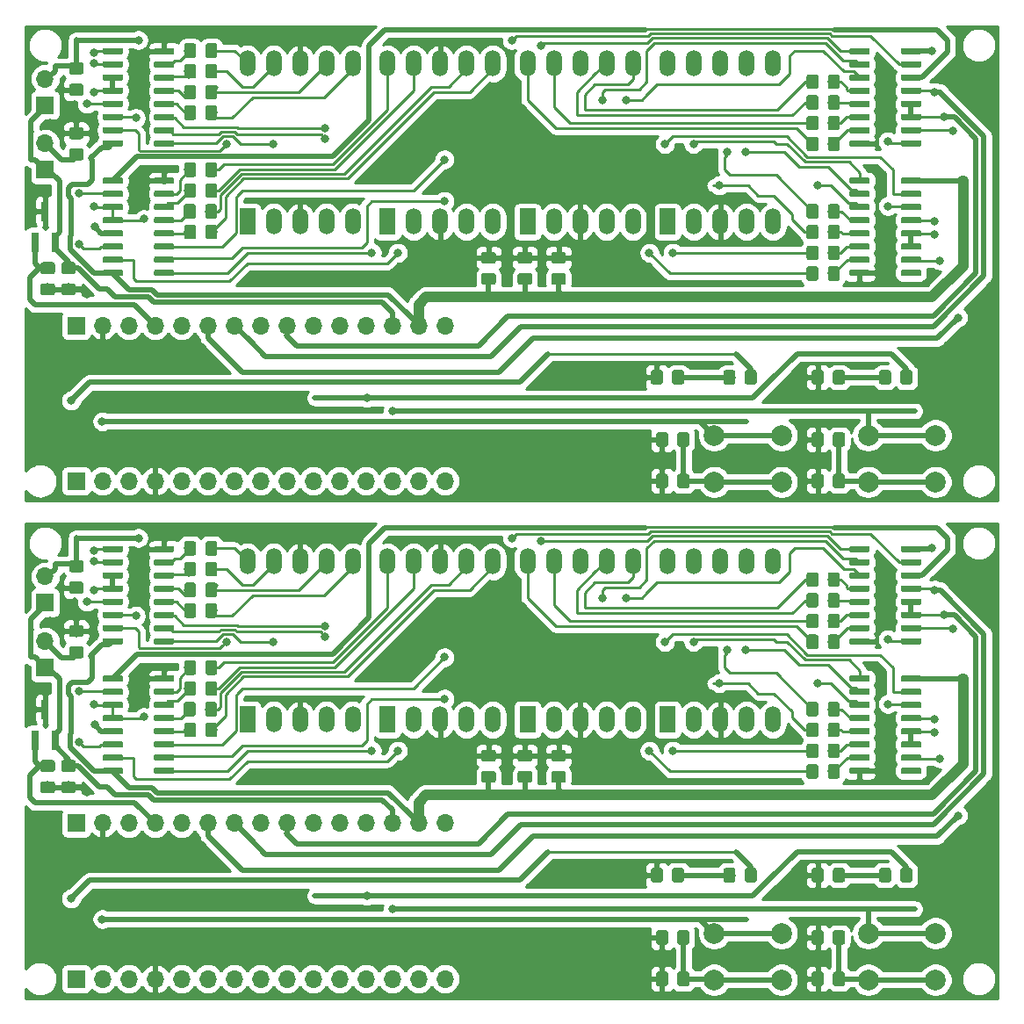
<source format=gbr>
G04 #@! TF.GenerationSoftware,KiCad,Pcbnew,(5.1.2)-1*
G04 #@! TF.CreationDate,2019-07-16T10:56:38+01:00*
G04 #@! TF.ProjectId,Reference_voltage,52656665-7265-46e6-9365-5f766f6c7461,rev?*
G04 #@! TF.SameCoordinates,Original*
G04 #@! TF.FileFunction,Copper,L1,Top*
G04 #@! TF.FilePolarity,Positive*
%FSLAX46Y46*%
G04 Gerber Fmt 4.6, Leading zero omitted, Abs format (unit mm)*
G04 Created by KiCad (PCBNEW (5.1.2)-1) date 2019-07-16 10:56:38*
%MOMM*%
%LPD*%
G04 APERTURE LIST*
%ADD10C,0.100000*%
%ADD11C,1.150000*%
%ADD12R,0.800000X1.900000*%
%ADD13C,0.600000*%
%ADD14R,1.700000X1.700000*%
%ADD15O,1.700000X1.700000*%
%ADD16O,1.524000X2.524000*%
%ADD17R,1.524000X2.524000*%
%ADD18C,2.000000*%
%ADD19C,0.800000*%
%ADD20C,0.250000*%
%ADD21C,0.500000*%
%ADD22C,1.000000*%
%ADD23C,0.254000*%
G04 APERTURE END LIST*
D10*
G36*
X116374505Y-103801204D02*
G01*
X116398773Y-103804804D01*
X116422572Y-103810765D01*
X116445671Y-103819030D01*
X116467850Y-103829520D01*
X116488893Y-103842132D01*
X116508599Y-103856747D01*
X116526777Y-103873223D01*
X116543253Y-103891401D01*
X116557868Y-103911107D01*
X116570480Y-103932150D01*
X116580970Y-103954329D01*
X116589235Y-103977428D01*
X116595196Y-104001227D01*
X116598796Y-104025495D01*
X116600000Y-104049999D01*
X116600000Y-104950001D01*
X116598796Y-104974505D01*
X116595196Y-104998773D01*
X116589235Y-105022572D01*
X116580970Y-105045671D01*
X116570480Y-105067850D01*
X116557868Y-105088893D01*
X116543253Y-105108599D01*
X116526777Y-105126777D01*
X116508599Y-105143253D01*
X116488893Y-105157868D01*
X116467850Y-105170480D01*
X116445671Y-105180970D01*
X116422572Y-105189235D01*
X116398773Y-105195196D01*
X116374505Y-105198796D01*
X116350001Y-105200000D01*
X115699999Y-105200000D01*
X115675495Y-105198796D01*
X115651227Y-105195196D01*
X115627428Y-105189235D01*
X115604329Y-105180970D01*
X115582150Y-105170480D01*
X115561107Y-105157868D01*
X115541401Y-105143253D01*
X115523223Y-105126777D01*
X115506747Y-105108599D01*
X115492132Y-105088893D01*
X115479520Y-105067850D01*
X115469030Y-105045671D01*
X115460765Y-105022572D01*
X115454804Y-104998773D01*
X115451204Y-104974505D01*
X115450000Y-104950001D01*
X115450000Y-104049999D01*
X115451204Y-104025495D01*
X115454804Y-104001227D01*
X115460765Y-103977428D01*
X115469030Y-103954329D01*
X115479520Y-103932150D01*
X115492132Y-103911107D01*
X115506747Y-103891401D01*
X115523223Y-103873223D01*
X115541401Y-103856747D01*
X115561107Y-103842132D01*
X115582150Y-103829520D01*
X115604329Y-103819030D01*
X115627428Y-103810765D01*
X115651227Y-103804804D01*
X115675495Y-103801204D01*
X115699999Y-103800000D01*
X116350001Y-103800000D01*
X116374505Y-103801204D01*
X116374505Y-103801204D01*
G37*
D11*
X116025000Y-104500000D03*
D10*
G36*
X114324505Y-103801204D02*
G01*
X114348773Y-103804804D01*
X114372572Y-103810765D01*
X114395671Y-103819030D01*
X114417850Y-103829520D01*
X114438893Y-103842132D01*
X114458599Y-103856747D01*
X114476777Y-103873223D01*
X114493253Y-103891401D01*
X114507868Y-103911107D01*
X114520480Y-103932150D01*
X114530970Y-103954329D01*
X114539235Y-103977428D01*
X114545196Y-104001227D01*
X114548796Y-104025495D01*
X114550000Y-104049999D01*
X114550000Y-104950001D01*
X114548796Y-104974505D01*
X114545196Y-104998773D01*
X114539235Y-105022572D01*
X114530970Y-105045671D01*
X114520480Y-105067850D01*
X114507868Y-105088893D01*
X114493253Y-105108599D01*
X114476777Y-105126777D01*
X114458599Y-105143253D01*
X114438893Y-105157868D01*
X114417850Y-105170480D01*
X114395671Y-105180970D01*
X114372572Y-105189235D01*
X114348773Y-105195196D01*
X114324505Y-105198796D01*
X114300001Y-105200000D01*
X113649999Y-105200000D01*
X113625495Y-105198796D01*
X113601227Y-105195196D01*
X113577428Y-105189235D01*
X113554329Y-105180970D01*
X113532150Y-105170480D01*
X113511107Y-105157868D01*
X113491401Y-105143253D01*
X113473223Y-105126777D01*
X113456747Y-105108599D01*
X113442132Y-105088893D01*
X113429520Y-105067850D01*
X113419030Y-105045671D01*
X113410765Y-105022572D01*
X113404804Y-104998773D01*
X113401204Y-104974505D01*
X113400000Y-104950001D01*
X113400000Y-104049999D01*
X113401204Y-104025495D01*
X113404804Y-104001227D01*
X113410765Y-103977428D01*
X113419030Y-103954329D01*
X113429520Y-103932150D01*
X113442132Y-103911107D01*
X113456747Y-103891401D01*
X113473223Y-103873223D01*
X113491401Y-103856747D01*
X113511107Y-103842132D01*
X113532150Y-103829520D01*
X113554329Y-103819030D01*
X113577428Y-103810765D01*
X113601227Y-103804804D01*
X113625495Y-103801204D01*
X113649999Y-103800000D01*
X114300001Y-103800000D01*
X114324505Y-103801204D01*
X114324505Y-103801204D01*
G37*
D11*
X113975000Y-104500000D03*
D10*
G36*
X116374505Y-101801204D02*
G01*
X116398773Y-101804804D01*
X116422572Y-101810765D01*
X116445671Y-101819030D01*
X116467850Y-101829520D01*
X116488893Y-101842132D01*
X116508599Y-101856747D01*
X116526777Y-101873223D01*
X116543253Y-101891401D01*
X116557868Y-101911107D01*
X116570480Y-101932150D01*
X116580970Y-101954329D01*
X116589235Y-101977428D01*
X116595196Y-102001227D01*
X116598796Y-102025495D01*
X116600000Y-102049999D01*
X116600000Y-102950001D01*
X116598796Y-102974505D01*
X116595196Y-102998773D01*
X116589235Y-103022572D01*
X116580970Y-103045671D01*
X116570480Y-103067850D01*
X116557868Y-103088893D01*
X116543253Y-103108599D01*
X116526777Y-103126777D01*
X116508599Y-103143253D01*
X116488893Y-103157868D01*
X116467850Y-103170480D01*
X116445671Y-103180970D01*
X116422572Y-103189235D01*
X116398773Y-103195196D01*
X116374505Y-103198796D01*
X116350001Y-103200000D01*
X115699999Y-103200000D01*
X115675495Y-103198796D01*
X115651227Y-103195196D01*
X115627428Y-103189235D01*
X115604329Y-103180970D01*
X115582150Y-103170480D01*
X115561107Y-103157868D01*
X115541401Y-103143253D01*
X115523223Y-103126777D01*
X115506747Y-103108599D01*
X115492132Y-103088893D01*
X115479520Y-103067850D01*
X115469030Y-103045671D01*
X115460765Y-103022572D01*
X115454804Y-102998773D01*
X115451204Y-102974505D01*
X115450000Y-102950001D01*
X115450000Y-102049999D01*
X115451204Y-102025495D01*
X115454804Y-102001227D01*
X115460765Y-101977428D01*
X115469030Y-101954329D01*
X115479520Y-101932150D01*
X115492132Y-101911107D01*
X115506747Y-101891401D01*
X115523223Y-101873223D01*
X115541401Y-101856747D01*
X115561107Y-101842132D01*
X115582150Y-101829520D01*
X115604329Y-101819030D01*
X115627428Y-101810765D01*
X115651227Y-101804804D01*
X115675495Y-101801204D01*
X115699999Y-101800000D01*
X116350001Y-101800000D01*
X116374505Y-101801204D01*
X116374505Y-101801204D01*
G37*
D11*
X116025000Y-102500000D03*
D10*
G36*
X114324505Y-101801204D02*
G01*
X114348773Y-101804804D01*
X114372572Y-101810765D01*
X114395671Y-101819030D01*
X114417850Y-101829520D01*
X114438893Y-101842132D01*
X114458599Y-101856747D01*
X114476777Y-101873223D01*
X114493253Y-101891401D01*
X114507868Y-101911107D01*
X114520480Y-101932150D01*
X114530970Y-101954329D01*
X114539235Y-101977428D01*
X114545196Y-102001227D01*
X114548796Y-102025495D01*
X114550000Y-102049999D01*
X114550000Y-102950001D01*
X114548796Y-102974505D01*
X114545196Y-102998773D01*
X114539235Y-103022572D01*
X114530970Y-103045671D01*
X114520480Y-103067850D01*
X114507868Y-103088893D01*
X114493253Y-103108599D01*
X114476777Y-103126777D01*
X114458599Y-103143253D01*
X114438893Y-103157868D01*
X114417850Y-103170480D01*
X114395671Y-103180970D01*
X114372572Y-103189235D01*
X114348773Y-103195196D01*
X114324505Y-103198796D01*
X114300001Y-103200000D01*
X113649999Y-103200000D01*
X113625495Y-103198796D01*
X113601227Y-103195196D01*
X113577428Y-103189235D01*
X113554329Y-103180970D01*
X113532150Y-103170480D01*
X113511107Y-103157868D01*
X113491401Y-103143253D01*
X113473223Y-103126777D01*
X113456747Y-103108599D01*
X113442132Y-103088893D01*
X113429520Y-103067850D01*
X113419030Y-103045671D01*
X113410765Y-103022572D01*
X113404804Y-102998773D01*
X113401204Y-102974505D01*
X113400000Y-102950001D01*
X113400000Y-102049999D01*
X113401204Y-102025495D01*
X113404804Y-102001227D01*
X113410765Y-101977428D01*
X113419030Y-101954329D01*
X113429520Y-101932150D01*
X113442132Y-101911107D01*
X113456747Y-101891401D01*
X113473223Y-101873223D01*
X113491401Y-101856747D01*
X113511107Y-101842132D01*
X113532150Y-101829520D01*
X113554329Y-101819030D01*
X113577428Y-101810765D01*
X113601227Y-101804804D01*
X113625495Y-101801204D01*
X113649999Y-101800000D01*
X114300001Y-101800000D01*
X114324505Y-101801204D01*
X114324505Y-101801204D01*
G37*
D11*
X113975000Y-102500000D03*
D10*
G36*
X116374505Y-99801204D02*
G01*
X116398773Y-99804804D01*
X116422572Y-99810765D01*
X116445671Y-99819030D01*
X116467850Y-99829520D01*
X116488893Y-99842132D01*
X116508599Y-99856747D01*
X116526777Y-99873223D01*
X116543253Y-99891401D01*
X116557868Y-99911107D01*
X116570480Y-99932150D01*
X116580970Y-99954329D01*
X116589235Y-99977428D01*
X116595196Y-100001227D01*
X116598796Y-100025495D01*
X116600000Y-100049999D01*
X116600000Y-100950001D01*
X116598796Y-100974505D01*
X116595196Y-100998773D01*
X116589235Y-101022572D01*
X116580970Y-101045671D01*
X116570480Y-101067850D01*
X116557868Y-101088893D01*
X116543253Y-101108599D01*
X116526777Y-101126777D01*
X116508599Y-101143253D01*
X116488893Y-101157868D01*
X116467850Y-101170480D01*
X116445671Y-101180970D01*
X116422572Y-101189235D01*
X116398773Y-101195196D01*
X116374505Y-101198796D01*
X116350001Y-101200000D01*
X115699999Y-101200000D01*
X115675495Y-101198796D01*
X115651227Y-101195196D01*
X115627428Y-101189235D01*
X115604329Y-101180970D01*
X115582150Y-101170480D01*
X115561107Y-101157868D01*
X115541401Y-101143253D01*
X115523223Y-101126777D01*
X115506747Y-101108599D01*
X115492132Y-101088893D01*
X115479520Y-101067850D01*
X115469030Y-101045671D01*
X115460765Y-101022572D01*
X115454804Y-100998773D01*
X115451204Y-100974505D01*
X115450000Y-100950001D01*
X115450000Y-100049999D01*
X115451204Y-100025495D01*
X115454804Y-100001227D01*
X115460765Y-99977428D01*
X115469030Y-99954329D01*
X115479520Y-99932150D01*
X115492132Y-99911107D01*
X115506747Y-99891401D01*
X115523223Y-99873223D01*
X115541401Y-99856747D01*
X115561107Y-99842132D01*
X115582150Y-99829520D01*
X115604329Y-99819030D01*
X115627428Y-99810765D01*
X115651227Y-99804804D01*
X115675495Y-99801204D01*
X115699999Y-99800000D01*
X116350001Y-99800000D01*
X116374505Y-99801204D01*
X116374505Y-99801204D01*
G37*
D11*
X116025000Y-100500000D03*
D10*
G36*
X114324505Y-99801204D02*
G01*
X114348773Y-99804804D01*
X114372572Y-99810765D01*
X114395671Y-99819030D01*
X114417850Y-99829520D01*
X114438893Y-99842132D01*
X114458599Y-99856747D01*
X114476777Y-99873223D01*
X114493253Y-99891401D01*
X114507868Y-99911107D01*
X114520480Y-99932150D01*
X114530970Y-99954329D01*
X114539235Y-99977428D01*
X114545196Y-100001227D01*
X114548796Y-100025495D01*
X114550000Y-100049999D01*
X114550000Y-100950001D01*
X114548796Y-100974505D01*
X114545196Y-100998773D01*
X114539235Y-101022572D01*
X114530970Y-101045671D01*
X114520480Y-101067850D01*
X114507868Y-101088893D01*
X114493253Y-101108599D01*
X114476777Y-101126777D01*
X114458599Y-101143253D01*
X114438893Y-101157868D01*
X114417850Y-101170480D01*
X114395671Y-101180970D01*
X114372572Y-101189235D01*
X114348773Y-101195196D01*
X114324505Y-101198796D01*
X114300001Y-101200000D01*
X113649999Y-101200000D01*
X113625495Y-101198796D01*
X113601227Y-101195196D01*
X113577428Y-101189235D01*
X113554329Y-101180970D01*
X113532150Y-101170480D01*
X113511107Y-101157868D01*
X113491401Y-101143253D01*
X113473223Y-101126777D01*
X113456747Y-101108599D01*
X113442132Y-101088893D01*
X113429520Y-101067850D01*
X113419030Y-101045671D01*
X113410765Y-101022572D01*
X113404804Y-100998773D01*
X113401204Y-100974505D01*
X113400000Y-100950001D01*
X113400000Y-100049999D01*
X113401204Y-100025495D01*
X113404804Y-100001227D01*
X113410765Y-99977428D01*
X113419030Y-99954329D01*
X113429520Y-99932150D01*
X113442132Y-99911107D01*
X113456747Y-99891401D01*
X113473223Y-99873223D01*
X113491401Y-99856747D01*
X113511107Y-99842132D01*
X113532150Y-99829520D01*
X113554329Y-99819030D01*
X113577428Y-99810765D01*
X113601227Y-99804804D01*
X113625495Y-99801204D01*
X113649999Y-99800000D01*
X114300001Y-99800000D01*
X114324505Y-99801204D01*
X114324505Y-99801204D01*
G37*
D11*
X113975000Y-100500000D03*
D12*
X99050000Y-117000000D03*
X100950000Y-117000000D03*
X100000000Y-114000000D03*
D10*
G36*
X112314703Y-107145722D02*
G01*
X112329264Y-107147882D01*
X112343543Y-107151459D01*
X112357403Y-107156418D01*
X112370710Y-107162712D01*
X112383336Y-107170280D01*
X112395159Y-107179048D01*
X112406066Y-107188934D01*
X112415952Y-107199841D01*
X112424720Y-107211664D01*
X112432288Y-107224290D01*
X112438582Y-107237597D01*
X112443541Y-107251457D01*
X112447118Y-107265736D01*
X112449278Y-107280297D01*
X112450000Y-107295000D01*
X112450000Y-107595000D01*
X112449278Y-107609703D01*
X112447118Y-107624264D01*
X112443541Y-107638543D01*
X112438582Y-107652403D01*
X112432288Y-107665710D01*
X112424720Y-107678336D01*
X112415952Y-107690159D01*
X112406066Y-107701066D01*
X112395159Y-107710952D01*
X112383336Y-107719720D01*
X112370710Y-107727288D01*
X112357403Y-107733582D01*
X112343543Y-107738541D01*
X112329264Y-107742118D01*
X112314703Y-107744278D01*
X112300000Y-107745000D01*
X110650000Y-107745000D01*
X110635297Y-107744278D01*
X110620736Y-107742118D01*
X110606457Y-107738541D01*
X110592597Y-107733582D01*
X110579290Y-107727288D01*
X110566664Y-107719720D01*
X110554841Y-107710952D01*
X110543934Y-107701066D01*
X110534048Y-107690159D01*
X110525280Y-107678336D01*
X110517712Y-107665710D01*
X110511418Y-107652403D01*
X110506459Y-107638543D01*
X110502882Y-107624264D01*
X110500722Y-107609703D01*
X110500000Y-107595000D01*
X110500000Y-107295000D01*
X110500722Y-107280297D01*
X110502882Y-107265736D01*
X110506459Y-107251457D01*
X110511418Y-107237597D01*
X110517712Y-107224290D01*
X110525280Y-107211664D01*
X110534048Y-107199841D01*
X110543934Y-107188934D01*
X110554841Y-107179048D01*
X110566664Y-107170280D01*
X110579290Y-107162712D01*
X110592597Y-107156418D01*
X110606457Y-107151459D01*
X110620736Y-107147882D01*
X110635297Y-107145722D01*
X110650000Y-107145000D01*
X112300000Y-107145000D01*
X112314703Y-107145722D01*
X112314703Y-107145722D01*
G37*
D13*
X111475000Y-107445000D03*
D10*
G36*
X112314703Y-105875722D02*
G01*
X112329264Y-105877882D01*
X112343543Y-105881459D01*
X112357403Y-105886418D01*
X112370710Y-105892712D01*
X112383336Y-105900280D01*
X112395159Y-105909048D01*
X112406066Y-105918934D01*
X112415952Y-105929841D01*
X112424720Y-105941664D01*
X112432288Y-105954290D01*
X112438582Y-105967597D01*
X112443541Y-105981457D01*
X112447118Y-105995736D01*
X112449278Y-106010297D01*
X112450000Y-106025000D01*
X112450000Y-106325000D01*
X112449278Y-106339703D01*
X112447118Y-106354264D01*
X112443541Y-106368543D01*
X112438582Y-106382403D01*
X112432288Y-106395710D01*
X112424720Y-106408336D01*
X112415952Y-106420159D01*
X112406066Y-106431066D01*
X112395159Y-106440952D01*
X112383336Y-106449720D01*
X112370710Y-106457288D01*
X112357403Y-106463582D01*
X112343543Y-106468541D01*
X112329264Y-106472118D01*
X112314703Y-106474278D01*
X112300000Y-106475000D01*
X110650000Y-106475000D01*
X110635297Y-106474278D01*
X110620736Y-106472118D01*
X110606457Y-106468541D01*
X110592597Y-106463582D01*
X110579290Y-106457288D01*
X110566664Y-106449720D01*
X110554841Y-106440952D01*
X110543934Y-106431066D01*
X110534048Y-106420159D01*
X110525280Y-106408336D01*
X110517712Y-106395710D01*
X110511418Y-106382403D01*
X110506459Y-106368543D01*
X110502882Y-106354264D01*
X110500722Y-106339703D01*
X110500000Y-106325000D01*
X110500000Y-106025000D01*
X110500722Y-106010297D01*
X110502882Y-105995736D01*
X110506459Y-105981457D01*
X110511418Y-105967597D01*
X110517712Y-105954290D01*
X110525280Y-105941664D01*
X110534048Y-105929841D01*
X110543934Y-105918934D01*
X110554841Y-105909048D01*
X110566664Y-105900280D01*
X110579290Y-105892712D01*
X110592597Y-105886418D01*
X110606457Y-105881459D01*
X110620736Y-105877882D01*
X110635297Y-105875722D01*
X110650000Y-105875000D01*
X112300000Y-105875000D01*
X112314703Y-105875722D01*
X112314703Y-105875722D01*
G37*
D13*
X111475000Y-106175000D03*
D10*
G36*
X112314703Y-104605722D02*
G01*
X112329264Y-104607882D01*
X112343543Y-104611459D01*
X112357403Y-104616418D01*
X112370710Y-104622712D01*
X112383336Y-104630280D01*
X112395159Y-104639048D01*
X112406066Y-104648934D01*
X112415952Y-104659841D01*
X112424720Y-104671664D01*
X112432288Y-104684290D01*
X112438582Y-104697597D01*
X112443541Y-104711457D01*
X112447118Y-104725736D01*
X112449278Y-104740297D01*
X112450000Y-104755000D01*
X112450000Y-105055000D01*
X112449278Y-105069703D01*
X112447118Y-105084264D01*
X112443541Y-105098543D01*
X112438582Y-105112403D01*
X112432288Y-105125710D01*
X112424720Y-105138336D01*
X112415952Y-105150159D01*
X112406066Y-105161066D01*
X112395159Y-105170952D01*
X112383336Y-105179720D01*
X112370710Y-105187288D01*
X112357403Y-105193582D01*
X112343543Y-105198541D01*
X112329264Y-105202118D01*
X112314703Y-105204278D01*
X112300000Y-105205000D01*
X110650000Y-105205000D01*
X110635297Y-105204278D01*
X110620736Y-105202118D01*
X110606457Y-105198541D01*
X110592597Y-105193582D01*
X110579290Y-105187288D01*
X110566664Y-105179720D01*
X110554841Y-105170952D01*
X110543934Y-105161066D01*
X110534048Y-105150159D01*
X110525280Y-105138336D01*
X110517712Y-105125710D01*
X110511418Y-105112403D01*
X110506459Y-105098543D01*
X110502882Y-105084264D01*
X110500722Y-105069703D01*
X110500000Y-105055000D01*
X110500000Y-104755000D01*
X110500722Y-104740297D01*
X110502882Y-104725736D01*
X110506459Y-104711457D01*
X110511418Y-104697597D01*
X110517712Y-104684290D01*
X110525280Y-104671664D01*
X110534048Y-104659841D01*
X110543934Y-104648934D01*
X110554841Y-104639048D01*
X110566664Y-104630280D01*
X110579290Y-104622712D01*
X110592597Y-104616418D01*
X110606457Y-104611459D01*
X110620736Y-104607882D01*
X110635297Y-104605722D01*
X110650000Y-104605000D01*
X112300000Y-104605000D01*
X112314703Y-104605722D01*
X112314703Y-104605722D01*
G37*
D13*
X111475000Y-104905000D03*
D10*
G36*
X112314703Y-103335722D02*
G01*
X112329264Y-103337882D01*
X112343543Y-103341459D01*
X112357403Y-103346418D01*
X112370710Y-103352712D01*
X112383336Y-103360280D01*
X112395159Y-103369048D01*
X112406066Y-103378934D01*
X112415952Y-103389841D01*
X112424720Y-103401664D01*
X112432288Y-103414290D01*
X112438582Y-103427597D01*
X112443541Y-103441457D01*
X112447118Y-103455736D01*
X112449278Y-103470297D01*
X112450000Y-103485000D01*
X112450000Y-103785000D01*
X112449278Y-103799703D01*
X112447118Y-103814264D01*
X112443541Y-103828543D01*
X112438582Y-103842403D01*
X112432288Y-103855710D01*
X112424720Y-103868336D01*
X112415952Y-103880159D01*
X112406066Y-103891066D01*
X112395159Y-103900952D01*
X112383336Y-103909720D01*
X112370710Y-103917288D01*
X112357403Y-103923582D01*
X112343543Y-103928541D01*
X112329264Y-103932118D01*
X112314703Y-103934278D01*
X112300000Y-103935000D01*
X110650000Y-103935000D01*
X110635297Y-103934278D01*
X110620736Y-103932118D01*
X110606457Y-103928541D01*
X110592597Y-103923582D01*
X110579290Y-103917288D01*
X110566664Y-103909720D01*
X110554841Y-103900952D01*
X110543934Y-103891066D01*
X110534048Y-103880159D01*
X110525280Y-103868336D01*
X110517712Y-103855710D01*
X110511418Y-103842403D01*
X110506459Y-103828543D01*
X110502882Y-103814264D01*
X110500722Y-103799703D01*
X110500000Y-103785000D01*
X110500000Y-103485000D01*
X110500722Y-103470297D01*
X110502882Y-103455736D01*
X110506459Y-103441457D01*
X110511418Y-103427597D01*
X110517712Y-103414290D01*
X110525280Y-103401664D01*
X110534048Y-103389841D01*
X110543934Y-103378934D01*
X110554841Y-103369048D01*
X110566664Y-103360280D01*
X110579290Y-103352712D01*
X110592597Y-103346418D01*
X110606457Y-103341459D01*
X110620736Y-103337882D01*
X110635297Y-103335722D01*
X110650000Y-103335000D01*
X112300000Y-103335000D01*
X112314703Y-103335722D01*
X112314703Y-103335722D01*
G37*
D13*
X111475000Y-103635000D03*
D10*
G36*
X112314703Y-102065722D02*
G01*
X112329264Y-102067882D01*
X112343543Y-102071459D01*
X112357403Y-102076418D01*
X112370710Y-102082712D01*
X112383336Y-102090280D01*
X112395159Y-102099048D01*
X112406066Y-102108934D01*
X112415952Y-102119841D01*
X112424720Y-102131664D01*
X112432288Y-102144290D01*
X112438582Y-102157597D01*
X112443541Y-102171457D01*
X112447118Y-102185736D01*
X112449278Y-102200297D01*
X112450000Y-102215000D01*
X112450000Y-102515000D01*
X112449278Y-102529703D01*
X112447118Y-102544264D01*
X112443541Y-102558543D01*
X112438582Y-102572403D01*
X112432288Y-102585710D01*
X112424720Y-102598336D01*
X112415952Y-102610159D01*
X112406066Y-102621066D01*
X112395159Y-102630952D01*
X112383336Y-102639720D01*
X112370710Y-102647288D01*
X112357403Y-102653582D01*
X112343543Y-102658541D01*
X112329264Y-102662118D01*
X112314703Y-102664278D01*
X112300000Y-102665000D01*
X110650000Y-102665000D01*
X110635297Y-102664278D01*
X110620736Y-102662118D01*
X110606457Y-102658541D01*
X110592597Y-102653582D01*
X110579290Y-102647288D01*
X110566664Y-102639720D01*
X110554841Y-102630952D01*
X110543934Y-102621066D01*
X110534048Y-102610159D01*
X110525280Y-102598336D01*
X110517712Y-102585710D01*
X110511418Y-102572403D01*
X110506459Y-102558543D01*
X110502882Y-102544264D01*
X110500722Y-102529703D01*
X110500000Y-102515000D01*
X110500000Y-102215000D01*
X110500722Y-102200297D01*
X110502882Y-102185736D01*
X110506459Y-102171457D01*
X110511418Y-102157597D01*
X110517712Y-102144290D01*
X110525280Y-102131664D01*
X110534048Y-102119841D01*
X110543934Y-102108934D01*
X110554841Y-102099048D01*
X110566664Y-102090280D01*
X110579290Y-102082712D01*
X110592597Y-102076418D01*
X110606457Y-102071459D01*
X110620736Y-102067882D01*
X110635297Y-102065722D01*
X110650000Y-102065000D01*
X112300000Y-102065000D01*
X112314703Y-102065722D01*
X112314703Y-102065722D01*
G37*
D13*
X111475000Y-102365000D03*
D10*
G36*
X112314703Y-100795722D02*
G01*
X112329264Y-100797882D01*
X112343543Y-100801459D01*
X112357403Y-100806418D01*
X112370710Y-100812712D01*
X112383336Y-100820280D01*
X112395159Y-100829048D01*
X112406066Y-100838934D01*
X112415952Y-100849841D01*
X112424720Y-100861664D01*
X112432288Y-100874290D01*
X112438582Y-100887597D01*
X112443541Y-100901457D01*
X112447118Y-100915736D01*
X112449278Y-100930297D01*
X112450000Y-100945000D01*
X112450000Y-101245000D01*
X112449278Y-101259703D01*
X112447118Y-101274264D01*
X112443541Y-101288543D01*
X112438582Y-101302403D01*
X112432288Y-101315710D01*
X112424720Y-101328336D01*
X112415952Y-101340159D01*
X112406066Y-101351066D01*
X112395159Y-101360952D01*
X112383336Y-101369720D01*
X112370710Y-101377288D01*
X112357403Y-101383582D01*
X112343543Y-101388541D01*
X112329264Y-101392118D01*
X112314703Y-101394278D01*
X112300000Y-101395000D01*
X110650000Y-101395000D01*
X110635297Y-101394278D01*
X110620736Y-101392118D01*
X110606457Y-101388541D01*
X110592597Y-101383582D01*
X110579290Y-101377288D01*
X110566664Y-101369720D01*
X110554841Y-101360952D01*
X110543934Y-101351066D01*
X110534048Y-101340159D01*
X110525280Y-101328336D01*
X110517712Y-101315710D01*
X110511418Y-101302403D01*
X110506459Y-101288543D01*
X110502882Y-101274264D01*
X110500722Y-101259703D01*
X110500000Y-101245000D01*
X110500000Y-100945000D01*
X110500722Y-100930297D01*
X110502882Y-100915736D01*
X110506459Y-100901457D01*
X110511418Y-100887597D01*
X110517712Y-100874290D01*
X110525280Y-100861664D01*
X110534048Y-100849841D01*
X110543934Y-100838934D01*
X110554841Y-100829048D01*
X110566664Y-100820280D01*
X110579290Y-100812712D01*
X110592597Y-100806418D01*
X110606457Y-100801459D01*
X110620736Y-100797882D01*
X110635297Y-100795722D01*
X110650000Y-100795000D01*
X112300000Y-100795000D01*
X112314703Y-100795722D01*
X112314703Y-100795722D01*
G37*
D13*
X111475000Y-101095000D03*
D10*
G36*
X112314703Y-99525722D02*
G01*
X112329264Y-99527882D01*
X112343543Y-99531459D01*
X112357403Y-99536418D01*
X112370710Y-99542712D01*
X112383336Y-99550280D01*
X112395159Y-99559048D01*
X112406066Y-99568934D01*
X112415952Y-99579841D01*
X112424720Y-99591664D01*
X112432288Y-99604290D01*
X112438582Y-99617597D01*
X112443541Y-99631457D01*
X112447118Y-99645736D01*
X112449278Y-99660297D01*
X112450000Y-99675000D01*
X112450000Y-99975000D01*
X112449278Y-99989703D01*
X112447118Y-100004264D01*
X112443541Y-100018543D01*
X112438582Y-100032403D01*
X112432288Y-100045710D01*
X112424720Y-100058336D01*
X112415952Y-100070159D01*
X112406066Y-100081066D01*
X112395159Y-100090952D01*
X112383336Y-100099720D01*
X112370710Y-100107288D01*
X112357403Y-100113582D01*
X112343543Y-100118541D01*
X112329264Y-100122118D01*
X112314703Y-100124278D01*
X112300000Y-100125000D01*
X110650000Y-100125000D01*
X110635297Y-100124278D01*
X110620736Y-100122118D01*
X110606457Y-100118541D01*
X110592597Y-100113582D01*
X110579290Y-100107288D01*
X110566664Y-100099720D01*
X110554841Y-100090952D01*
X110543934Y-100081066D01*
X110534048Y-100070159D01*
X110525280Y-100058336D01*
X110517712Y-100045710D01*
X110511418Y-100032403D01*
X110506459Y-100018543D01*
X110502882Y-100004264D01*
X110500722Y-99989703D01*
X110500000Y-99975000D01*
X110500000Y-99675000D01*
X110500722Y-99660297D01*
X110502882Y-99645736D01*
X110506459Y-99631457D01*
X110511418Y-99617597D01*
X110517712Y-99604290D01*
X110525280Y-99591664D01*
X110534048Y-99579841D01*
X110543934Y-99568934D01*
X110554841Y-99559048D01*
X110566664Y-99550280D01*
X110579290Y-99542712D01*
X110592597Y-99536418D01*
X110606457Y-99531459D01*
X110620736Y-99527882D01*
X110635297Y-99525722D01*
X110650000Y-99525000D01*
X112300000Y-99525000D01*
X112314703Y-99525722D01*
X112314703Y-99525722D01*
G37*
D13*
X111475000Y-99825000D03*
D10*
G36*
X112314703Y-98255722D02*
G01*
X112329264Y-98257882D01*
X112343543Y-98261459D01*
X112357403Y-98266418D01*
X112370710Y-98272712D01*
X112383336Y-98280280D01*
X112395159Y-98289048D01*
X112406066Y-98298934D01*
X112415952Y-98309841D01*
X112424720Y-98321664D01*
X112432288Y-98334290D01*
X112438582Y-98347597D01*
X112443541Y-98361457D01*
X112447118Y-98375736D01*
X112449278Y-98390297D01*
X112450000Y-98405000D01*
X112450000Y-98705000D01*
X112449278Y-98719703D01*
X112447118Y-98734264D01*
X112443541Y-98748543D01*
X112438582Y-98762403D01*
X112432288Y-98775710D01*
X112424720Y-98788336D01*
X112415952Y-98800159D01*
X112406066Y-98811066D01*
X112395159Y-98820952D01*
X112383336Y-98829720D01*
X112370710Y-98837288D01*
X112357403Y-98843582D01*
X112343543Y-98848541D01*
X112329264Y-98852118D01*
X112314703Y-98854278D01*
X112300000Y-98855000D01*
X110650000Y-98855000D01*
X110635297Y-98854278D01*
X110620736Y-98852118D01*
X110606457Y-98848541D01*
X110592597Y-98843582D01*
X110579290Y-98837288D01*
X110566664Y-98829720D01*
X110554841Y-98820952D01*
X110543934Y-98811066D01*
X110534048Y-98800159D01*
X110525280Y-98788336D01*
X110517712Y-98775710D01*
X110511418Y-98762403D01*
X110506459Y-98748543D01*
X110502882Y-98734264D01*
X110500722Y-98719703D01*
X110500000Y-98705000D01*
X110500000Y-98405000D01*
X110500722Y-98390297D01*
X110502882Y-98375736D01*
X110506459Y-98361457D01*
X110511418Y-98347597D01*
X110517712Y-98334290D01*
X110525280Y-98321664D01*
X110534048Y-98309841D01*
X110543934Y-98298934D01*
X110554841Y-98289048D01*
X110566664Y-98280280D01*
X110579290Y-98272712D01*
X110592597Y-98266418D01*
X110606457Y-98261459D01*
X110620736Y-98257882D01*
X110635297Y-98255722D01*
X110650000Y-98255000D01*
X112300000Y-98255000D01*
X112314703Y-98255722D01*
X112314703Y-98255722D01*
G37*
D13*
X111475000Y-98555000D03*
D10*
G36*
X107364703Y-98255722D02*
G01*
X107379264Y-98257882D01*
X107393543Y-98261459D01*
X107407403Y-98266418D01*
X107420710Y-98272712D01*
X107433336Y-98280280D01*
X107445159Y-98289048D01*
X107456066Y-98298934D01*
X107465952Y-98309841D01*
X107474720Y-98321664D01*
X107482288Y-98334290D01*
X107488582Y-98347597D01*
X107493541Y-98361457D01*
X107497118Y-98375736D01*
X107499278Y-98390297D01*
X107500000Y-98405000D01*
X107500000Y-98705000D01*
X107499278Y-98719703D01*
X107497118Y-98734264D01*
X107493541Y-98748543D01*
X107488582Y-98762403D01*
X107482288Y-98775710D01*
X107474720Y-98788336D01*
X107465952Y-98800159D01*
X107456066Y-98811066D01*
X107445159Y-98820952D01*
X107433336Y-98829720D01*
X107420710Y-98837288D01*
X107407403Y-98843582D01*
X107393543Y-98848541D01*
X107379264Y-98852118D01*
X107364703Y-98854278D01*
X107350000Y-98855000D01*
X105700000Y-98855000D01*
X105685297Y-98854278D01*
X105670736Y-98852118D01*
X105656457Y-98848541D01*
X105642597Y-98843582D01*
X105629290Y-98837288D01*
X105616664Y-98829720D01*
X105604841Y-98820952D01*
X105593934Y-98811066D01*
X105584048Y-98800159D01*
X105575280Y-98788336D01*
X105567712Y-98775710D01*
X105561418Y-98762403D01*
X105556459Y-98748543D01*
X105552882Y-98734264D01*
X105550722Y-98719703D01*
X105550000Y-98705000D01*
X105550000Y-98405000D01*
X105550722Y-98390297D01*
X105552882Y-98375736D01*
X105556459Y-98361457D01*
X105561418Y-98347597D01*
X105567712Y-98334290D01*
X105575280Y-98321664D01*
X105584048Y-98309841D01*
X105593934Y-98298934D01*
X105604841Y-98289048D01*
X105616664Y-98280280D01*
X105629290Y-98272712D01*
X105642597Y-98266418D01*
X105656457Y-98261459D01*
X105670736Y-98257882D01*
X105685297Y-98255722D01*
X105700000Y-98255000D01*
X107350000Y-98255000D01*
X107364703Y-98255722D01*
X107364703Y-98255722D01*
G37*
D13*
X106525000Y-98555000D03*
D10*
G36*
X107364703Y-99525722D02*
G01*
X107379264Y-99527882D01*
X107393543Y-99531459D01*
X107407403Y-99536418D01*
X107420710Y-99542712D01*
X107433336Y-99550280D01*
X107445159Y-99559048D01*
X107456066Y-99568934D01*
X107465952Y-99579841D01*
X107474720Y-99591664D01*
X107482288Y-99604290D01*
X107488582Y-99617597D01*
X107493541Y-99631457D01*
X107497118Y-99645736D01*
X107499278Y-99660297D01*
X107500000Y-99675000D01*
X107500000Y-99975000D01*
X107499278Y-99989703D01*
X107497118Y-100004264D01*
X107493541Y-100018543D01*
X107488582Y-100032403D01*
X107482288Y-100045710D01*
X107474720Y-100058336D01*
X107465952Y-100070159D01*
X107456066Y-100081066D01*
X107445159Y-100090952D01*
X107433336Y-100099720D01*
X107420710Y-100107288D01*
X107407403Y-100113582D01*
X107393543Y-100118541D01*
X107379264Y-100122118D01*
X107364703Y-100124278D01*
X107350000Y-100125000D01*
X105700000Y-100125000D01*
X105685297Y-100124278D01*
X105670736Y-100122118D01*
X105656457Y-100118541D01*
X105642597Y-100113582D01*
X105629290Y-100107288D01*
X105616664Y-100099720D01*
X105604841Y-100090952D01*
X105593934Y-100081066D01*
X105584048Y-100070159D01*
X105575280Y-100058336D01*
X105567712Y-100045710D01*
X105561418Y-100032403D01*
X105556459Y-100018543D01*
X105552882Y-100004264D01*
X105550722Y-99989703D01*
X105550000Y-99975000D01*
X105550000Y-99675000D01*
X105550722Y-99660297D01*
X105552882Y-99645736D01*
X105556459Y-99631457D01*
X105561418Y-99617597D01*
X105567712Y-99604290D01*
X105575280Y-99591664D01*
X105584048Y-99579841D01*
X105593934Y-99568934D01*
X105604841Y-99559048D01*
X105616664Y-99550280D01*
X105629290Y-99542712D01*
X105642597Y-99536418D01*
X105656457Y-99531459D01*
X105670736Y-99527882D01*
X105685297Y-99525722D01*
X105700000Y-99525000D01*
X107350000Y-99525000D01*
X107364703Y-99525722D01*
X107364703Y-99525722D01*
G37*
D13*
X106525000Y-99825000D03*
D10*
G36*
X107364703Y-100795722D02*
G01*
X107379264Y-100797882D01*
X107393543Y-100801459D01*
X107407403Y-100806418D01*
X107420710Y-100812712D01*
X107433336Y-100820280D01*
X107445159Y-100829048D01*
X107456066Y-100838934D01*
X107465952Y-100849841D01*
X107474720Y-100861664D01*
X107482288Y-100874290D01*
X107488582Y-100887597D01*
X107493541Y-100901457D01*
X107497118Y-100915736D01*
X107499278Y-100930297D01*
X107500000Y-100945000D01*
X107500000Y-101245000D01*
X107499278Y-101259703D01*
X107497118Y-101274264D01*
X107493541Y-101288543D01*
X107488582Y-101302403D01*
X107482288Y-101315710D01*
X107474720Y-101328336D01*
X107465952Y-101340159D01*
X107456066Y-101351066D01*
X107445159Y-101360952D01*
X107433336Y-101369720D01*
X107420710Y-101377288D01*
X107407403Y-101383582D01*
X107393543Y-101388541D01*
X107379264Y-101392118D01*
X107364703Y-101394278D01*
X107350000Y-101395000D01*
X105700000Y-101395000D01*
X105685297Y-101394278D01*
X105670736Y-101392118D01*
X105656457Y-101388541D01*
X105642597Y-101383582D01*
X105629290Y-101377288D01*
X105616664Y-101369720D01*
X105604841Y-101360952D01*
X105593934Y-101351066D01*
X105584048Y-101340159D01*
X105575280Y-101328336D01*
X105567712Y-101315710D01*
X105561418Y-101302403D01*
X105556459Y-101288543D01*
X105552882Y-101274264D01*
X105550722Y-101259703D01*
X105550000Y-101245000D01*
X105550000Y-100945000D01*
X105550722Y-100930297D01*
X105552882Y-100915736D01*
X105556459Y-100901457D01*
X105561418Y-100887597D01*
X105567712Y-100874290D01*
X105575280Y-100861664D01*
X105584048Y-100849841D01*
X105593934Y-100838934D01*
X105604841Y-100829048D01*
X105616664Y-100820280D01*
X105629290Y-100812712D01*
X105642597Y-100806418D01*
X105656457Y-100801459D01*
X105670736Y-100797882D01*
X105685297Y-100795722D01*
X105700000Y-100795000D01*
X107350000Y-100795000D01*
X107364703Y-100795722D01*
X107364703Y-100795722D01*
G37*
D13*
X106525000Y-101095000D03*
D10*
G36*
X107364703Y-102065722D02*
G01*
X107379264Y-102067882D01*
X107393543Y-102071459D01*
X107407403Y-102076418D01*
X107420710Y-102082712D01*
X107433336Y-102090280D01*
X107445159Y-102099048D01*
X107456066Y-102108934D01*
X107465952Y-102119841D01*
X107474720Y-102131664D01*
X107482288Y-102144290D01*
X107488582Y-102157597D01*
X107493541Y-102171457D01*
X107497118Y-102185736D01*
X107499278Y-102200297D01*
X107500000Y-102215000D01*
X107500000Y-102515000D01*
X107499278Y-102529703D01*
X107497118Y-102544264D01*
X107493541Y-102558543D01*
X107488582Y-102572403D01*
X107482288Y-102585710D01*
X107474720Y-102598336D01*
X107465952Y-102610159D01*
X107456066Y-102621066D01*
X107445159Y-102630952D01*
X107433336Y-102639720D01*
X107420710Y-102647288D01*
X107407403Y-102653582D01*
X107393543Y-102658541D01*
X107379264Y-102662118D01*
X107364703Y-102664278D01*
X107350000Y-102665000D01*
X105700000Y-102665000D01*
X105685297Y-102664278D01*
X105670736Y-102662118D01*
X105656457Y-102658541D01*
X105642597Y-102653582D01*
X105629290Y-102647288D01*
X105616664Y-102639720D01*
X105604841Y-102630952D01*
X105593934Y-102621066D01*
X105584048Y-102610159D01*
X105575280Y-102598336D01*
X105567712Y-102585710D01*
X105561418Y-102572403D01*
X105556459Y-102558543D01*
X105552882Y-102544264D01*
X105550722Y-102529703D01*
X105550000Y-102515000D01*
X105550000Y-102215000D01*
X105550722Y-102200297D01*
X105552882Y-102185736D01*
X105556459Y-102171457D01*
X105561418Y-102157597D01*
X105567712Y-102144290D01*
X105575280Y-102131664D01*
X105584048Y-102119841D01*
X105593934Y-102108934D01*
X105604841Y-102099048D01*
X105616664Y-102090280D01*
X105629290Y-102082712D01*
X105642597Y-102076418D01*
X105656457Y-102071459D01*
X105670736Y-102067882D01*
X105685297Y-102065722D01*
X105700000Y-102065000D01*
X107350000Y-102065000D01*
X107364703Y-102065722D01*
X107364703Y-102065722D01*
G37*
D13*
X106525000Y-102365000D03*
D10*
G36*
X107364703Y-103335722D02*
G01*
X107379264Y-103337882D01*
X107393543Y-103341459D01*
X107407403Y-103346418D01*
X107420710Y-103352712D01*
X107433336Y-103360280D01*
X107445159Y-103369048D01*
X107456066Y-103378934D01*
X107465952Y-103389841D01*
X107474720Y-103401664D01*
X107482288Y-103414290D01*
X107488582Y-103427597D01*
X107493541Y-103441457D01*
X107497118Y-103455736D01*
X107499278Y-103470297D01*
X107500000Y-103485000D01*
X107500000Y-103785000D01*
X107499278Y-103799703D01*
X107497118Y-103814264D01*
X107493541Y-103828543D01*
X107488582Y-103842403D01*
X107482288Y-103855710D01*
X107474720Y-103868336D01*
X107465952Y-103880159D01*
X107456066Y-103891066D01*
X107445159Y-103900952D01*
X107433336Y-103909720D01*
X107420710Y-103917288D01*
X107407403Y-103923582D01*
X107393543Y-103928541D01*
X107379264Y-103932118D01*
X107364703Y-103934278D01*
X107350000Y-103935000D01*
X105700000Y-103935000D01*
X105685297Y-103934278D01*
X105670736Y-103932118D01*
X105656457Y-103928541D01*
X105642597Y-103923582D01*
X105629290Y-103917288D01*
X105616664Y-103909720D01*
X105604841Y-103900952D01*
X105593934Y-103891066D01*
X105584048Y-103880159D01*
X105575280Y-103868336D01*
X105567712Y-103855710D01*
X105561418Y-103842403D01*
X105556459Y-103828543D01*
X105552882Y-103814264D01*
X105550722Y-103799703D01*
X105550000Y-103785000D01*
X105550000Y-103485000D01*
X105550722Y-103470297D01*
X105552882Y-103455736D01*
X105556459Y-103441457D01*
X105561418Y-103427597D01*
X105567712Y-103414290D01*
X105575280Y-103401664D01*
X105584048Y-103389841D01*
X105593934Y-103378934D01*
X105604841Y-103369048D01*
X105616664Y-103360280D01*
X105629290Y-103352712D01*
X105642597Y-103346418D01*
X105656457Y-103341459D01*
X105670736Y-103337882D01*
X105685297Y-103335722D01*
X105700000Y-103335000D01*
X107350000Y-103335000D01*
X107364703Y-103335722D01*
X107364703Y-103335722D01*
G37*
D13*
X106525000Y-103635000D03*
D10*
G36*
X107364703Y-104605722D02*
G01*
X107379264Y-104607882D01*
X107393543Y-104611459D01*
X107407403Y-104616418D01*
X107420710Y-104622712D01*
X107433336Y-104630280D01*
X107445159Y-104639048D01*
X107456066Y-104648934D01*
X107465952Y-104659841D01*
X107474720Y-104671664D01*
X107482288Y-104684290D01*
X107488582Y-104697597D01*
X107493541Y-104711457D01*
X107497118Y-104725736D01*
X107499278Y-104740297D01*
X107500000Y-104755000D01*
X107500000Y-105055000D01*
X107499278Y-105069703D01*
X107497118Y-105084264D01*
X107493541Y-105098543D01*
X107488582Y-105112403D01*
X107482288Y-105125710D01*
X107474720Y-105138336D01*
X107465952Y-105150159D01*
X107456066Y-105161066D01*
X107445159Y-105170952D01*
X107433336Y-105179720D01*
X107420710Y-105187288D01*
X107407403Y-105193582D01*
X107393543Y-105198541D01*
X107379264Y-105202118D01*
X107364703Y-105204278D01*
X107350000Y-105205000D01*
X105700000Y-105205000D01*
X105685297Y-105204278D01*
X105670736Y-105202118D01*
X105656457Y-105198541D01*
X105642597Y-105193582D01*
X105629290Y-105187288D01*
X105616664Y-105179720D01*
X105604841Y-105170952D01*
X105593934Y-105161066D01*
X105584048Y-105150159D01*
X105575280Y-105138336D01*
X105567712Y-105125710D01*
X105561418Y-105112403D01*
X105556459Y-105098543D01*
X105552882Y-105084264D01*
X105550722Y-105069703D01*
X105550000Y-105055000D01*
X105550000Y-104755000D01*
X105550722Y-104740297D01*
X105552882Y-104725736D01*
X105556459Y-104711457D01*
X105561418Y-104697597D01*
X105567712Y-104684290D01*
X105575280Y-104671664D01*
X105584048Y-104659841D01*
X105593934Y-104648934D01*
X105604841Y-104639048D01*
X105616664Y-104630280D01*
X105629290Y-104622712D01*
X105642597Y-104616418D01*
X105656457Y-104611459D01*
X105670736Y-104607882D01*
X105685297Y-104605722D01*
X105700000Y-104605000D01*
X107350000Y-104605000D01*
X107364703Y-104605722D01*
X107364703Y-104605722D01*
G37*
D13*
X106525000Y-104905000D03*
D10*
G36*
X107364703Y-105875722D02*
G01*
X107379264Y-105877882D01*
X107393543Y-105881459D01*
X107407403Y-105886418D01*
X107420710Y-105892712D01*
X107433336Y-105900280D01*
X107445159Y-105909048D01*
X107456066Y-105918934D01*
X107465952Y-105929841D01*
X107474720Y-105941664D01*
X107482288Y-105954290D01*
X107488582Y-105967597D01*
X107493541Y-105981457D01*
X107497118Y-105995736D01*
X107499278Y-106010297D01*
X107500000Y-106025000D01*
X107500000Y-106325000D01*
X107499278Y-106339703D01*
X107497118Y-106354264D01*
X107493541Y-106368543D01*
X107488582Y-106382403D01*
X107482288Y-106395710D01*
X107474720Y-106408336D01*
X107465952Y-106420159D01*
X107456066Y-106431066D01*
X107445159Y-106440952D01*
X107433336Y-106449720D01*
X107420710Y-106457288D01*
X107407403Y-106463582D01*
X107393543Y-106468541D01*
X107379264Y-106472118D01*
X107364703Y-106474278D01*
X107350000Y-106475000D01*
X105700000Y-106475000D01*
X105685297Y-106474278D01*
X105670736Y-106472118D01*
X105656457Y-106468541D01*
X105642597Y-106463582D01*
X105629290Y-106457288D01*
X105616664Y-106449720D01*
X105604841Y-106440952D01*
X105593934Y-106431066D01*
X105584048Y-106420159D01*
X105575280Y-106408336D01*
X105567712Y-106395710D01*
X105561418Y-106382403D01*
X105556459Y-106368543D01*
X105552882Y-106354264D01*
X105550722Y-106339703D01*
X105550000Y-106325000D01*
X105550000Y-106025000D01*
X105550722Y-106010297D01*
X105552882Y-105995736D01*
X105556459Y-105981457D01*
X105561418Y-105967597D01*
X105567712Y-105954290D01*
X105575280Y-105941664D01*
X105584048Y-105929841D01*
X105593934Y-105918934D01*
X105604841Y-105909048D01*
X105616664Y-105900280D01*
X105629290Y-105892712D01*
X105642597Y-105886418D01*
X105656457Y-105881459D01*
X105670736Y-105877882D01*
X105685297Y-105875722D01*
X105700000Y-105875000D01*
X107350000Y-105875000D01*
X107364703Y-105875722D01*
X107364703Y-105875722D01*
G37*
D13*
X106525000Y-106175000D03*
D10*
G36*
X107364703Y-107145722D02*
G01*
X107379264Y-107147882D01*
X107393543Y-107151459D01*
X107407403Y-107156418D01*
X107420710Y-107162712D01*
X107433336Y-107170280D01*
X107445159Y-107179048D01*
X107456066Y-107188934D01*
X107465952Y-107199841D01*
X107474720Y-107211664D01*
X107482288Y-107224290D01*
X107488582Y-107237597D01*
X107493541Y-107251457D01*
X107497118Y-107265736D01*
X107499278Y-107280297D01*
X107500000Y-107295000D01*
X107500000Y-107595000D01*
X107499278Y-107609703D01*
X107497118Y-107624264D01*
X107493541Y-107638543D01*
X107488582Y-107652403D01*
X107482288Y-107665710D01*
X107474720Y-107678336D01*
X107465952Y-107690159D01*
X107456066Y-107701066D01*
X107445159Y-107710952D01*
X107433336Y-107719720D01*
X107420710Y-107727288D01*
X107407403Y-107733582D01*
X107393543Y-107738541D01*
X107379264Y-107742118D01*
X107364703Y-107744278D01*
X107350000Y-107745000D01*
X105700000Y-107745000D01*
X105685297Y-107744278D01*
X105670736Y-107742118D01*
X105656457Y-107738541D01*
X105642597Y-107733582D01*
X105629290Y-107727288D01*
X105616664Y-107719720D01*
X105604841Y-107710952D01*
X105593934Y-107701066D01*
X105584048Y-107690159D01*
X105575280Y-107678336D01*
X105567712Y-107665710D01*
X105561418Y-107652403D01*
X105556459Y-107638543D01*
X105552882Y-107624264D01*
X105550722Y-107609703D01*
X105550000Y-107595000D01*
X105550000Y-107295000D01*
X105550722Y-107280297D01*
X105552882Y-107265736D01*
X105556459Y-107251457D01*
X105561418Y-107237597D01*
X105567712Y-107224290D01*
X105575280Y-107211664D01*
X105584048Y-107199841D01*
X105593934Y-107188934D01*
X105604841Y-107179048D01*
X105616664Y-107170280D01*
X105629290Y-107162712D01*
X105642597Y-107156418D01*
X105656457Y-107151459D01*
X105670736Y-107147882D01*
X105685297Y-107145722D01*
X105700000Y-107145000D01*
X107350000Y-107145000D01*
X107364703Y-107145722D01*
X107364703Y-107145722D01*
G37*
D13*
X106525000Y-107445000D03*
D10*
G36*
X112314703Y-119645722D02*
G01*
X112329264Y-119647882D01*
X112343543Y-119651459D01*
X112357403Y-119656418D01*
X112370710Y-119662712D01*
X112383336Y-119670280D01*
X112395159Y-119679048D01*
X112406066Y-119688934D01*
X112415952Y-119699841D01*
X112424720Y-119711664D01*
X112432288Y-119724290D01*
X112438582Y-119737597D01*
X112443541Y-119751457D01*
X112447118Y-119765736D01*
X112449278Y-119780297D01*
X112450000Y-119795000D01*
X112450000Y-120095000D01*
X112449278Y-120109703D01*
X112447118Y-120124264D01*
X112443541Y-120138543D01*
X112438582Y-120152403D01*
X112432288Y-120165710D01*
X112424720Y-120178336D01*
X112415952Y-120190159D01*
X112406066Y-120201066D01*
X112395159Y-120210952D01*
X112383336Y-120219720D01*
X112370710Y-120227288D01*
X112357403Y-120233582D01*
X112343543Y-120238541D01*
X112329264Y-120242118D01*
X112314703Y-120244278D01*
X112300000Y-120245000D01*
X110650000Y-120245000D01*
X110635297Y-120244278D01*
X110620736Y-120242118D01*
X110606457Y-120238541D01*
X110592597Y-120233582D01*
X110579290Y-120227288D01*
X110566664Y-120219720D01*
X110554841Y-120210952D01*
X110543934Y-120201066D01*
X110534048Y-120190159D01*
X110525280Y-120178336D01*
X110517712Y-120165710D01*
X110511418Y-120152403D01*
X110506459Y-120138543D01*
X110502882Y-120124264D01*
X110500722Y-120109703D01*
X110500000Y-120095000D01*
X110500000Y-119795000D01*
X110500722Y-119780297D01*
X110502882Y-119765736D01*
X110506459Y-119751457D01*
X110511418Y-119737597D01*
X110517712Y-119724290D01*
X110525280Y-119711664D01*
X110534048Y-119699841D01*
X110543934Y-119688934D01*
X110554841Y-119679048D01*
X110566664Y-119670280D01*
X110579290Y-119662712D01*
X110592597Y-119656418D01*
X110606457Y-119651459D01*
X110620736Y-119647882D01*
X110635297Y-119645722D01*
X110650000Y-119645000D01*
X112300000Y-119645000D01*
X112314703Y-119645722D01*
X112314703Y-119645722D01*
G37*
D13*
X111475000Y-119945000D03*
D10*
G36*
X112314703Y-118375722D02*
G01*
X112329264Y-118377882D01*
X112343543Y-118381459D01*
X112357403Y-118386418D01*
X112370710Y-118392712D01*
X112383336Y-118400280D01*
X112395159Y-118409048D01*
X112406066Y-118418934D01*
X112415952Y-118429841D01*
X112424720Y-118441664D01*
X112432288Y-118454290D01*
X112438582Y-118467597D01*
X112443541Y-118481457D01*
X112447118Y-118495736D01*
X112449278Y-118510297D01*
X112450000Y-118525000D01*
X112450000Y-118825000D01*
X112449278Y-118839703D01*
X112447118Y-118854264D01*
X112443541Y-118868543D01*
X112438582Y-118882403D01*
X112432288Y-118895710D01*
X112424720Y-118908336D01*
X112415952Y-118920159D01*
X112406066Y-118931066D01*
X112395159Y-118940952D01*
X112383336Y-118949720D01*
X112370710Y-118957288D01*
X112357403Y-118963582D01*
X112343543Y-118968541D01*
X112329264Y-118972118D01*
X112314703Y-118974278D01*
X112300000Y-118975000D01*
X110650000Y-118975000D01*
X110635297Y-118974278D01*
X110620736Y-118972118D01*
X110606457Y-118968541D01*
X110592597Y-118963582D01*
X110579290Y-118957288D01*
X110566664Y-118949720D01*
X110554841Y-118940952D01*
X110543934Y-118931066D01*
X110534048Y-118920159D01*
X110525280Y-118908336D01*
X110517712Y-118895710D01*
X110511418Y-118882403D01*
X110506459Y-118868543D01*
X110502882Y-118854264D01*
X110500722Y-118839703D01*
X110500000Y-118825000D01*
X110500000Y-118525000D01*
X110500722Y-118510297D01*
X110502882Y-118495736D01*
X110506459Y-118481457D01*
X110511418Y-118467597D01*
X110517712Y-118454290D01*
X110525280Y-118441664D01*
X110534048Y-118429841D01*
X110543934Y-118418934D01*
X110554841Y-118409048D01*
X110566664Y-118400280D01*
X110579290Y-118392712D01*
X110592597Y-118386418D01*
X110606457Y-118381459D01*
X110620736Y-118377882D01*
X110635297Y-118375722D01*
X110650000Y-118375000D01*
X112300000Y-118375000D01*
X112314703Y-118375722D01*
X112314703Y-118375722D01*
G37*
D13*
X111475000Y-118675000D03*
D10*
G36*
X112314703Y-117105722D02*
G01*
X112329264Y-117107882D01*
X112343543Y-117111459D01*
X112357403Y-117116418D01*
X112370710Y-117122712D01*
X112383336Y-117130280D01*
X112395159Y-117139048D01*
X112406066Y-117148934D01*
X112415952Y-117159841D01*
X112424720Y-117171664D01*
X112432288Y-117184290D01*
X112438582Y-117197597D01*
X112443541Y-117211457D01*
X112447118Y-117225736D01*
X112449278Y-117240297D01*
X112450000Y-117255000D01*
X112450000Y-117555000D01*
X112449278Y-117569703D01*
X112447118Y-117584264D01*
X112443541Y-117598543D01*
X112438582Y-117612403D01*
X112432288Y-117625710D01*
X112424720Y-117638336D01*
X112415952Y-117650159D01*
X112406066Y-117661066D01*
X112395159Y-117670952D01*
X112383336Y-117679720D01*
X112370710Y-117687288D01*
X112357403Y-117693582D01*
X112343543Y-117698541D01*
X112329264Y-117702118D01*
X112314703Y-117704278D01*
X112300000Y-117705000D01*
X110650000Y-117705000D01*
X110635297Y-117704278D01*
X110620736Y-117702118D01*
X110606457Y-117698541D01*
X110592597Y-117693582D01*
X110579290Y-117687288D01*
X110566664Y-117679720D01*
X110554841Y-117670952D01*
X110543934Y-117661066D01*
X110534048Y-117650159D01*
X110525280Y-117638336D01*
X110517712Y-117625710D01*
X110511418Y-117612403D01*
X110506459Y-117598543D01*
X110502882Y-117584264D01*
X110500722Y-117569703D01*
X110500000Y-117555000D01*
X110500000Y-117255000D01*
X110500722Y-117240297D01*
X110502882Y-117225736D01*
X110506459Y-117211457D01*
X110511418Y-117197597D01*
X110517712Y-117184290D01*
X110525280Y-117171664D01*
X110534048Y-117159841D01*
X110543934Y-117148934D01*
X110554841Y-117139048D01*
X110566664Y-117130280D01*
X110579290Y-117122712D01*
X110592597Y-117116418D01*
X110606457Y-117111459D01*
X110620736Y-117107882D01*
X110635297Y-117105722D01*
X110650000Y-117105000D01*
X112300000Y-117105000D01*
X112314703Y-117105722D01*
X112314703Y-117105722D01*
G37*
D13*
X111475000Y-117405000D03*
D10*
G36*
X112314703Y-115835722D02*
G01*
X112329264Y-115837882D01*
X112343543Y-115841459D01*
X112357403Y-115846418D01*
X112370710Y-115852712D01*
X112383336Y-115860280D01*
X112395159Y-115869048D01*
X112406066Y-115878934D01*
X112415952Y-115889841D01*
X112424720Y-115901664D01*
X112432288Y-115914290D01*
X112438582Y-115927597D01*
X112443541Y-115941457D01*
X112447118Y-115955736D01*
X112449278Y-115970297D01*
X112450000Y-115985000D01*
X112450000Y-116285000D01*
X112449278Y-116299703D01*
X112447118Y-116314264D01*
X112443541Y-116328543D01*
X112438582Y-116342403D01*
X112432288Y-116355710D01*
X112424720Y-116368336D01*
X112415952Y-116380159D01*
X112406066Y-116391066D01*
X112395159Y-116400952D01*
X112383336Y-116409720D01*
X112370710Y-116417288D01*
X112357403Y-116423582D01*
X112343543Y-116428541D01*
X112329264Y-116432118D01*
X112314703Y-116434278D01*
X112300000Y-116435000D01*
X110650000Y-116435000D01*
X110635297Y-116434278D01*
X110620736Y-116432118D01*
X110606457Y-116428541D01*
X110592597Y-116423582D01*
X110579290Y-116417288D01*
X110566664Y-116409720D01*
X110554841Y-116400952D01*
X110543934Y-116391066D01*
X110534048Y-116380159D01*
X110525280Y-116368336D01*
X110517712Y-116355710D01*
X110511418Y-116342403D01*
X110506459Y-116328543D01*
X110502882Y-116314264D01*
X110500722Y-116299703D01*
X110500000Y-116285000D01*
X110500000Y-115985000D01*
X110500722Y-115970297D01*
X110502882Y-115955736D01*
X110506459Y-115941457D01*
X110511418Y-115927597D01*
X110517712Y-115914290D01*
X110525280Y-115901664D01*
X110534048Y-115889841D01*
X110543934Y-115878934D01*
X110554841Y-115869048D01*
X110566664Y-115860280D01*
X110579290Y-115852712D01*
X110592597Y-115846418D01*
X110606457Y-115841459D01*
X110620736Y-115837882D01*
X110635297Y-115835722D01*
X110650000Y-115835000D01*
X112300000Y-115835000D01*
X112314703Y-115835722D01*
X112314703Y-115835722D01*
G37*
D13*
X111475000Y-116135000D03*
D10*
G36*
X112314703Y-114565722D02*
G01*
X112329264Y-114567882D01*
X112343543Y-114571459D01*
X112357403Y-114576418D01*
X112370710Y-114582712D01*
X112383336Y-114590280D01*
X112395159Y-114599048D01*
X112406066Y-114608934D01*
X112415952Y-114619841D01*
X112424720Y-114631664D01*
X112432288Y-114644290D01*
X112438582Y-114657597D01*
X112443541Y-114671457D01*
X112447118Y-114685736D01*
X112449278Y-114700297D01*
X112450000Y-114715000D01*
X112450000Y-115015000D01*
X112449278Y-115029703D01*
X112447118Y-115044264D01*
X112443541Y-115058543D01*
X112438582Y-115072403D01*
X112432288Y-115085710D01*
X112424720Y-115098336D01*
X112415952Y-115110159D01*
X112406066Y-115121066D01*
X112395159Y-115130952D01*
X112383336Y-115139720D01*
X112370710Y-115147288D01*
X112357403Y-115153582D01*
X112343543Y-115158541D01*
X112329264Y-115162118D01*
X112314703Y-115164278D01*
X112300000Y-115165000D01*
X110650000Y-115165000D01*
X110635297Y-115164278D01*
X110620736Y-115162118D01*
X110606457Y-115158541D01*
X110592597Y-115153582D01*
X110579290Y-115147288D01*
X110566664Y-115139720D01*
X110554841Y-115130952D01*
X110543934Y-115121066D01*
X110534048Y-115110159D01*
X110525280Y-115098336D01*
X110517712Y-115085710D01*
X110511418Y-115072403D01*
X110506459Y-115058543D01*
X110502882Y-115044264D01*
X110500722Y-115029703D01*
X110500000Y-115015000D01*
X110500000Y-114715000D01*
X110500722Y-114700297D01*
X110502882Y-114685736D01*
X110506459Y-114671457D01*
X110511418Y-114657597D01*
X110517712Y-114644290D01*
X110525280Y-114631664D01*
X110534048Y-114619841D01*
X110543934Y-114608934D01*
X110554841Y-114599048D01*
X110566664Y-114590280D01*
X110579290Y-114582712D01*
X110592597Y-114576418D01*
X110606457Y-114571459D01*
X110620736Y-114567882D01*
X110635297Y-114565722D01*
X110650000Y-114565000D01*
X112300000Y-114565000D01*
X112314703Y-114565722D01*
X112314703Y-114565722D01*
G37*
D13*
X111475000Y-114865000D03*
D10*
G36*
X112314703Y-113295722D02*
G01*
X112329264Y-113297882D01*
X112343543Y-113301459D01*
X112357403Y-113306418D01*
X112370710Y-113312712D01*
X112383336Y-113320280D01*
X112395159Y-113329048D01*
X112406066Y-113338934D01*
X112415952Y-113349841D01*
X112424720Y-113361664D01*
X112432288Y-113374290D01*
X112438582Y-113387597D01*
X112443541Y-113401457D01*
X112447118Y-113415736D01*
X112449278Y-113430297D01*
X112450000Y-113445000D01*
X112450000Y-113745000D01*
X112449278Y-113759703D01*
X112447118Y-113774264D01*
X112443541Y-113788543D01*
X112438582Y-113802403D01*
X112432288Y-113815710D01*
X112424720Y-113828336D01*
X112415952Y-113840159D01*
X112406066Y-113851066D01*
X112395159Y-113860952D01*
X112383336Y-113869720D01*
X112370710Y-113877288D01*
X112357403Y-113883582D01*
X112343543Y-113888541D01*
X112329264Y-113892118D01*
X112314703Y-113894278D01*
X112300000Y-113895000D01*
X110650000Y-113895000D01*
X110635297Y-113894278D01*
X110620736Y-113892118D01*
X110606457Y-113888541D01*
X110592597Y-113883582D01*
X110579290Y-113877288D01*
X110566664Y-113869720D01*
X110554841Y-113860952D01*
X110543934Y-113851066D01*
X110534048Y-113840159D01*
X110525280Y-113828336D01*
X110517712Y-113815710D01*
X110511418Y-113802403D01*
X110506459Y-113788543D01*
X110502882Y-113774264D01*
X110500722Y-113759703D01*
X110500000Y-113745000D01*
X110500000Y-113445000D01*
X110500722Y-113430297D01*
X110502882Y-113415736D01*
X110506459Y-113401457D01*
X110511418Y-113387597D01*
X110517712Y-113374290D01*
X110525280Y-113361664D01*
X110534048Y-113349841D01*
X110543934Y-113338934D01*
X110554841Y-113329048D01*
X110566664Y-113320280D01*
X110579290Y-113312712D01*
X110592597Y-113306418D01*
X110606457Y-113301459D01*
X110620736Y-113297882D01*
X110635297Y-113295722D01*
X110650000Y-113295000D01*
X112300000Y-113295000D01*
X112314703Y-113295722D01*
X112314703Y-113295722D01*
G37*
D13*
X111475000Y-113595000D03*
D10*
G36*
X112314703Y-112025722D02*
G01*
X112329264Y-112027882D01*
X112343543Y-112031459D01*
X112357403Y-112036418D01*
X112370710Y-112042712D01*
X112383336Y-112050280D01*
X112395159Y-112059048D01*
X112406066Y-112068934D01*
X112415952Y-112079841D01*
X112424720Y-112091664D01*
X112432288Y-112104290D01*
X112438582Y-112117597D01*
X112443541Y-112131457D01*
X112447118Y-112145736D01*
X112449278Y-112160297D01*
X112450000Y-112175000D01*
X112450000Y-112475000D01*
X112449278Y-112489703D01*
X112447118Y-112504264D01*
X112443541Y-112518543D01*
X112438582Y-112532403D01*
X112432288Y-112545710D01*
X112424720Y-112558336D01*
X112415952Y-112570159D01*
X112406066Y-112581066D01*
X112395159Y-112590952D01*
X112383336Y-112599720D01*
X112370710Y-112607288D01*
X112357403Y-112613582D01*
X112343543Y-112618541D01*
X112329264Y-112622118D01*
X112314703Y-112624278D01*
X112300000Y-112625000D01*
X110650000Y-112625000D01*
X110635297Y-112624278D01*
X110620736Y-112622118D01*
X110606457Y-112618541D01*
X110592597Y-112613582D01*
X110579290Y-112607288D01*
X110566664Y-112599720D01*
X110554841Y-112590952D01*
X110543934Y-112581066D01*
X110534048Y-112570159D01*
X110525280Y-112558336D01*
X110517712Y-112545710D01*
X110511418Y-112532403D01*
X110506459Y-112518543D01*
X110502882Y-112504264D01*
X110500722Y-112489703D01*
X110500000Y-112475000D01*
X110500000Y-112175000D01*
X110500722Y-112160297D01*
X110502882Y-112145736D01*
X110506459Y-112131457D01*
X110511418Y-112117597D01*
X110517712Y-112104290D01*
X110525280Y-112091664D01*
X110534048Y-112079841D01*
X110543934Y-112068934D01*
X110554841Y-112059048D01*
X110566664Y-112050280D01*
X110579290Y-112042712D01*
X110592597Y-112036418D01*
X110606457Y-112031459D01*
X110620736Y-112027882D01*
X110635297Y-112025722D01*
X110650000Y-112025000D01*
X112300000Y-112025000D01*
X112314703Y-112025722D01*
X112314703Y-112025722D01*
G37*
D13*
X111475000Y-112325000D03*
D10*
G36*
X112314703Y-110755722D02*
G01*
X112329264Y-110757882D01*
X112343543Y-110761459D01*
X112357403Y-110766418D01*
X112370710Y-110772712D01*
X112383336Y-110780280D01*
X112395159Y-110789048D01*
X112406066Y-110798934D01*
X112415952Y-110809841D01*
X112424720Y-110821664D01*
X112432288Y-110834290D01*
X112438582Y-110847597D01*
X112443541Y-110861457D01*
X112447118Y-110875736D01*
X112449278Y-110890297D01*
X112450000Y-110905000D01*
X112450000Y-111205000D01*
X112449278Y-111219703D01*
X112447118Y-111234264D01*
X112443541Y-111248543D01*
X112438582Y-111262403D01*
X112432288Y-111275710D01*
X112424720Y-111288336D01*
X112415952Y-111300159D01*
X112406066Y-111311066D01*
X112395159Y-111320952D01*
X112383336Y-111329720D01*
X112370710Y-111337288D01*
X112357403Y-111343582D01*
X112343543Y-111348541D01*
X112329264Y-111352118D01*
X112314703Y-111354278D01*
X112300000Y-111355000D01*
X110650000Y-111355000D01*
X110635297Y-111354278D01*
X110620736Y-111352118D01*
X110606457Y-111348541D01*
X110592597Y-111343582D01*
X110579290Y-111337288D01*
X110566664Y-111329720D01*
X110554841Y-111320952D01*
X110543934Y-111311066D01*
X110534048Y-111300159D01*
X110525280Y-111288336D01*
X110517712Y-111275710D01*
X110511418Y-111262403D01*
X110506459Y-111248543D01*
X110502882Y-111234264D01*
X110500722Y-111219703D01*
X110500000Y-111205000D01*
X110500000Y-110905000D01*
X110500722Y-110890297D01*
X110502882Y-110875736D01*
X110506459Y-110861457D01*
X110511418Y-110847597D01*
X110517712Y-110834290D01*
X110525280Y-110821664D01*
X110534048Y-110809841D01*
X110543934Y-110798934D01*
X110554841Y-110789048D01*
X110566664Y-110780280D01*
X110579290Y-110772712D01*
X110592597Y-110766418D01*
X110606457Y-110761459D01*
X110620736Y-110757882D01*
X110635297Y-110755722D01*
X110650000Y-110755000D01*
X112300000Y-110755000D01*
X112314703Y-110755722D01*
X112314703Y-110755722D01*
G37*
D13*
X111475000Y-111055000D03*
D10*
G36*
X107364703Y-110755722D02*
G01*
X107379264Y-110757882D01*
X107393543Y-110761459D01*
X107407403Y-110766418D01*
X107420710Y-110772712D01*
X107433336Y-110780280D01*
X107445159Y-110789048D01*
X107456066Y-110798934D01*
X107465952Y-110809841D01*
X107474720Y-110821664D01*
X107482288Y-110834290D01*
X107488582Y-110847597D01*
X107493541Y-110861457D01*
X107497118Y-110875736D01*
X107499278Y-110890297D01*
X107500000Y-110905000D01*
X107500000Y-111205000D01*
X107499278Y-111219703D01*
X107497118Y-111234264D01*
X107493541Y-111248543D01*
X107488582Y-111262403D01*
X107482288Y-111275710D01*
X107474720Y-111288336D01*
X107465952Y-111300159D01*
X107456066Y-111311066D01*
X107445159Y-111320952D01*
X107433336Y-111329720D01*
X107420710Y-111337288D01*
X107407403Y-111343582D01*
X107393543Y-111348541D01*
X107379264Y-111352118D01*
X107364703Y-111354278D01*
X107350000Y-111355000D01*
X105700000Y-111355000D01*
X105685297Y-111354278D01*
X105670736Y-111352118D01*
X105656457Y-111348541D01*
X105642597Y-111343582D01*
X105629290Y-111337288D01*
X105616664Y-111329720D01*
X105604841Y-111320952D01*
X105593934Y-111311066D01*
X105584048Y-111300159D01*
X105575280Y-111288336D01*
X105567712Y-111275710D01*
X105561418Y-111262403D01*
X105556459Y-111248543D01*
X105552882Y-111234264D01*
X105550722Y-111219703D01*
X105550000Y-111205000D01*
X105550000Y-110905000D01*
X105550722Y-110890297D01*
X105552882Y-110875736D01*
X105556459Y-110861457D01*
X105561418Y-110847597D01*
X105567712Y-110834290D01*
X105575280Y-110821664D01*
X105584048Y-110809841D01*
X105593934Y-110798934D01*
X105604841Y-110789048D01*
X105616664Y-110780280D01*
X105629290Y-110772712D01*
X105642597Y-110766418D01*
X105656457Y-110761459D01*
X105670736Y-110757882D01*
X105685297Y-110755722D01*
X105700000Y-110755000D01*
X107350000Y-110755000D01*
X107364703Y-110755722D01*
X107364703Y-110755722D01*
G37*
D13*
X106525000Y-111055000D03*
D10*
G36*
X107364703Y-112025722D02*
G01*
X107379264Y-112027882D01*
X107393543Y-112031459D01*
X107407403Y-112036418D01*
X107420710Y-112042712D01*
X107433336Y-112050280D01*
X107445159Y-112059048D01*
X107456066Y-112068934D01*
X107465952Y-112079841D01*
X107474720Y-112091664D01*
X107482288Y-112104290D01*
X107488582Y-112117597D01*
X107493541Y-112131457D01*
X107497118Y-112145736D01*
X107499278Y-112160297D01*
X107500000Y-112175000D01*
X107500000Y-112475000D01*
X107499278Y-112489703D01*
X107497118Y-112504264D01*
X107493541Y-112518543D01*
X107488582Y-112532403D01*
X107482288Y-112545710D01*
X107474720Y-112558336D01*
X107465952Y-112570159D01*
X107456066Y-112581066D01*
X107445159Y-112590952D01*
X107433336Y-112599720D01*
X107420710Y-112607288D01*
X107407403Y-112613582D01*
X107393543Y-112618541D01*
X107379264Y-112622118D01*
X107364703Y-112624278D01*
X107350000Y-112625000D01*
X105700000Y-112625000D01*
X105685297Y-112624278D01*
X105670736Y-112622118D01*
X105656457Y-112618541D01*
X105642597Y-112613582D01*
X105629290Y-112607288D01*
X105616664Y-112599720D01*
X105604841Y-112590952D01*
X105593934Y-112581066D01*
X105584048Y-112570159D01*
X105575280Y-112558336D01*
X105567712Y-112545710D01*
X105561418Y-112532403D01*
X105556459Y-112518543D01*
X105552882Y-112504264D01*
X105550722Y-112489703D01*
X105550000Y-112475000D01*
X105550000Y-112175000D01*
X105550722Y-112160297D01*
X105552882Y-112145736D01*
X105556459Y-112131457D01*
X105561418Y-112117597D01*
X105567712Y-112104290D01*
X105575280Y-112091664D01*
X105584048Y-112079841D01*
X105593934Y-112068934D01*
X105604841Y-112059048D01*
X105616664Y-112050280D01*
X105629290Y-112042712D01*
X105642597Y-112036418D01*
X105656457Y-112031459D01*
X105670736Y-112027882D01*
X105685297Y-112025722D01*
X105700000Y-112025000D01*
X107350000Y-112025000D01*
X107364703Y-112025722D01*
X107364703Y-112025722D01*
G37*
D13*
X106525000Y-112325000D03*
D10*
G36*
X107364703Y-113295722D02*
G01*
X107379264Y-113297882D01*
X107393543Y-113301459D01*
X107407403Y-113306418D01*
X107420710Y-113312712D01*
X107433336Y-113320280D01*
X107445159Y-113329048D01*
X107456066Y-113338934D01*
X107465952Y-113349841D01*
X107474720Y-113361664D01*
X107482288Y-113374290D01*
X107488582Y-113387597D01*
X107493541Y-113401457D01*
X107497118Y-113415736D01*
X107499278Y-113430297D01*
X107500000Y-113445000D01*
X107500000Y-113745000D01*
X107499278Y-113759703D01*
X107497118Y-113774264D01*
X107493541Y-113788543D01*
X107488582Y-113802403D01*
X107482288Y-113815710D01*
X107474720Y-113828336D01*
X107465952Y-113840159D01*
X107456066Y-113851066D01*
X107445159Y-113860952D01*
X107433336Y-113869720D01*
X107420710Y-113877288D01*
X107407403Y-113883582D01*
X107393543Y-113888541D01*
X107379264Y-113892118D01*
X107364703Y-113894278D01*
X107350000Y-113895000D01*
X105700000Y-113895000D01*
X105685297Y-113894278D01*
X105670736Y-113892118D01*
X105656457Y-113888541D01*
X105642597Y-113883582D01*
X105629290Y-113877288D01*
X105616664Y-113869720D01*
X105604841Y-113860952D01*
X105593934Y-113851066D01*
X105584048Y-113840159D01*
X105575280Y-113828336D01*
X105567712Y-113815710D01*
X105561418Y-113802403D01*
X105556459Y-113788543D01*
X105552882Y-113774264D01*
X105550722Y-113759703D01*
X105550000Y-113745000D01*
X105550000Y-113445000D01*
X105550722Y-113430297D01*
X105552882Y-113415736D01*
X105556459Y-113401457D01*
X105561418Y-113387597D01*
X105567712Y-113374290D01*
X105575280Y-113361664D01*
X105584048Y-113349841D01*
X105593934Y-113338934D01*
X105604841Y-113329048D01*
X105616664Y-113320280D01*
X105629290Y-113312712D01*
X105642597Y-113306418D01*
X105656457Y-113301459D01*
X105670736Y-113297882D01*
X105685297Y-113295722D01*
X105700000Y-113295000D01*
X107350000Y-113295000D01*
X107364703Y-113295722D01*
X107364703Y-113295722D01*
G37*
D13*
X106525000Y-113595000D03*
D10*
G36*
X107364703Y-114565722D02*
G01*
X107379264Y-114567882D01*
X107393543Y-114571459D01*
X107407403Y-114576418D01*
X107420710Y-114582712D01*
X107433336Y-114590280D01*
X107445159Y-114599048D01*
X107456066Y-114608934D01*
X107465952Y-114619841D01*
X107474720Y-114631664D01*
X107482288Y-114644290D01*
X107488582Y-114657597D01*
X107493541Y-114671457D01*
X107497118Y-114685736D01*
X107499278Y-114700297D01*
X107500000Y-114715000D01*
X107500000Y-115015000D01*
X107499278Y-115029703D01*
X107497118Y-115044264D01*
X107493541Y-115058543D01*
X107488582Y-115072403D01*
X107482288Y-115085710D01*
X107474720Y-115098336D01*
X107465952Y-115110159D01*
X107456066Y-115121066D01*
X107445159Y-115130952D01*
X107433336Y-115139720D01*
X107420710Y-115147288D01*
X107407403Y-115153582D01*
X107393543Y-115158541D01*
X107379264Y-115162118D01*
X107364703Y-115164278D01*
X107350000Y-115165000D01*
X105700000Y-115165000D01*
X105685297Y-115164278D01*
X105670736Y-115162118D01*
X105656457Y-115158541D01*
X105642597Y-115153582D01*
X105629290Y-115147288D01*
X105616664Y-115139720D01*
X105604841Y-115130952D01*
X105593934Y-115121066D01*
X105584048Y-115110159D01*
X105575280Y-115098336D01*
X105567712Y-115085710D01*
X105561418Y-115072403D01*
X105556459Y-115058543D01*
X105552882Y-115044264D01*
X105550722Y-115029703D01*
X105550000Y-115015000D01*
X105550000Y-114715000D01*
X105550722Y-114700297D01*
X105552882Y-114685736D01*
X105556459Y-114671457D01*
X105561418Y-114657597D01*
X105567712Y-114644290D01*
X105575280Y-114631664D01*
X105584048Y-114619841D01*
X105593934Y-114608934D01*
X105604841Y-114599048D01*
X105616664Y-114590280D01*
X105629290Y-114582712D01*
X105642597Y-114576418D01*
X105656457Y-114571459D01*
X105670736Y-114567882D01*
X105685297Y-114565722D01*
X105700000Y-114565000D01*
X107350000Y-114565000D01*
X107364703Y-114565722D01*
X107364703Y-114565722D01*
G37*
D13*
X106525000Y-114865000D03*
D10*
G36*
X107364703Y-115835722D02*
G01*
X107379264Y-115837882D01*
X107393543Y-115841459D01*
X107407403Y-115846418D01*
X107420710Y-115852712D01*
X107433336Y-115860280D01*
X107445159Y-115869048D01*
X107456066Y-115878934D01*
X107465952Y-115889841D01*
X107474720Y-115901664D01*
X107482288Y-115914290D01*
X107488582Y-115927597D01*
X107493541Y-115941457D01*
X107497118Y-115955736D01*
X107499278Y-115970297D01*
X107500000Y-115985000D01*
X107500000Y-116285000D01*
X107499278Y-116299703D01*
X107497118Y-116314264D01*
X107493541Y-116328543D01*
X107488582Y-116342403D01*
X107482288Y-116355710D01*
X107474720Y-116368336D01*
X107465952Y-116380159D01*
X107456066Y-116391066D01*
X107445159Y-116400952D01*
X107433336Y-116409720D01*
X107420710Y-116417288D01*
X107407403Y-116423582D01*
X107393543Y-116428541D01*
X107379264Y-116432118D01*
X107364703Y-116434278D01*
X107350000Y-116435000D01*
X105700000Y-116435000D01*
X105685297Y-116434278D01*
X105670736Y-116432118D01*
X105656457Y-116428541D01*
X105642597Y-116423582D01*
X105629290Y-116417288D01*
X105616664Y-116409720D01*
X105604841Y-116400952D01*
X105593934Y-116391066D01*
X105584048Y-116380159D01*
X105575280Y-116368336D01*
X105567712Y-116355710D01*
X105561418Y-116342403D01*
X105556459Y-116328543D01*
X105552882Y-116314264D01*
X105550722Y-116299703D01*
X105550000Y-116285000D01*
X105550000Y-115985000D01*
X105550722Y-115970297D01*
X105552882Y-115955736D01*
X105556459Y-115941457D01*
X105561418Y-115927597D01*
X105567712Y-115914290D01*
X105575280Y-115901664D01*
X105584048Y-115889841D01*
X105593934Y-115878934D01*
X105604841Y-115869048D01*
X105616664Y-115860280D01*
X105629290Y-115852712D01*
X105642597Y-115846418D01*
X105656457Y-115841459D01*
X105670736Y-115837882D01*
X105685297Y-115835722D01*
X105700000Y-115835000D01*
X107350000Y-115835000D01*
X107364703Y-115835722D01*
X107364703Y-115835722D01*
G37*
D13*
X106525000Y-116135000D03*
D10*
G36*
X107364703Y-117105722D02*
G01*
X107379264Y-117107882D01*
X107393543Y-117111459D01*
X107407403Y-117116418D01*
X107420710Y-117122712D01*
X107433336Y-117130280D01*
X107445159Y-117139048D01*
X107456066Y-117148934D01*
X107465952Y-117159841D01*
X107474720Y-117171664D01*
X107482288Y-117184290D01*
X107488582Y-117197597D01*
X107493541Y-117211457D01*
X107497118Y-117225736D01*
X107499278Y-117240297D01*
X107500000Y-117255000D01*
X107500000Y-117555000D01*
X107499278Y-117569703D01*
X107497118Y-117584264D01*
X107493541Y-117598543D01*
X107488582Y-117612403D01*
X107482288Y-117625710D01*
X107474720Y-117638336D01*
X107465952Y-117650159D01*
X107456066Y-117661066D01*
X107445159Y-117670952D01*
X107433336Y-117679720D01*
X107420710Y-117687288D01*
X107407403Y-117693582D01*
X107393543Y-117698541D01*
X107379264Y-117702118D01*
X107364703Y-117704278D01*
X107350000Y-117705000D01*
X105700000Y-117705000D01*
X105685297Y-117704278D01*
X105670736Y-117702118D01*
X105656457Y-117698541D01*
X105642597Y-117693582D01*
X105629290Y-117687288D01*
X105616664Y-117679720D01*
X105604841Y-117670952D01*
X105593934Y-117661066D01*
X105584048Y-117650159D01*
X105575280Y-117638336D01*
X105567712Y-117625710D01*
X105561418Y-117612403D01*
X105556459Y-117598543D01*
X105552882Y-117584264D01*
X105550722Y-117569703D01*
X105550000Y-117555000D01*
X105550000Y-117255000D01*
X105550722Y-117240297D01*
X105552882Y-117225736D01*
X105556459Y-117211457D01*
X105561418Y-117197597D01*
X105567712Y-117184290D01*
X105575280Y-117171664D01*
X105584048Y-117159841D01*
X105593934Y-117148934D01*
X105604841Y-117139048D01*
X105616664Y-117130280D01*
X105629290Y-117122712D01*
X105642597Y-117116418D01*
X105656457Y-117111459D01*
X105670736Y-117107882D01*
X105685297Y-117105722D01*
X105700000Y-117105000D01*
X107350000Y-117105000D01*
X107364703Y-117105722D01*
X107364703Y-117105722D01*
G37*
D13*
X106525000Y-117405000D03*
D10*
G36*
X107364703Y-118375722D02*
G01*
X107379264Y-118377882D01*
X107393543Y-118381459D01*
X107407403Y-118386418D01*
X107420710Y-118392712D01*
X107433336Y-118400280D01*
X107445159Y-118409048D01*
X107456066Y-118418934D01*
X107465952Y-118429841D01*
X107474720Y-118441664D01*
X107482288Y-118454290D01*
X107488582Y-118467597D01*
X107493541Y-118481457D01*
X107497118Y-118495736D01*
X107499278Y-118510297D01*
X107500000Y-118525000D01*
X107500000Y-118825000D01*
X107499278Y-118839703D01*
X107497118Y-118854264D01*
X107493541Y-118868543D01*
X107488582Y-118882403D01*
X107482288Y-118895710D01*
X107474720Y-118908336D01*
X107465952Y-118920159D01*
X107456066Y-118931066D01*
X107445159Y-118940952D01*
X107433336Y-118949720D01*
X107420710Y-118957288D01*
X107407403Y-118963582D01*
X107393543Y-118968541D01*
X107379264Y-118972118D01*
X107364703Y-118974278D01*
X107350000Y-118975000D01*
X105700000Y-118975000D01*
X105685297Y-118974278D01*
X105670736Y-118972118D01*
X105656457Y-118968541D01*
X105642597Y-118963582D01*
X105629290Y-118957288D01*
X105616664Y-118949720D01*
X105604841Y-118940952D01*
X105593934Y-118931066D01*
X105584048Y-118920159D01*
X105575280Y-118908336D01*
X105567712Y-118895710D01*
X105561418Y-118882403D01*
X105556459Y-118868543D01*
X105552882Y-118854264D01*
X105550722Y-118839703D01*
X105550000Y-118825000D01*
X105550000Y-118525000D01*
X105550722Y-118510297D01*
X105552882Y-118495736D01*
X105556459Y-118481457D01*
X105561418Y-118467597D01*
X105567712Y-118454290D01*
X105575280Y-118441664D01*
X105584048Y-118429841D01*
X105593934Y-118418934D01*
X105604841Y-118409048D01*
X105616664Y-118400280D01*
X105629290Y-118392712D01*
X105642597Y-118386418D01*
X105656457Y-118381459D01*
X105670736Y-118377882D01*
X105685297Y-118375722D01*
X105700000Y-118375000D01*
X107350000Y-118375000D01*
X107364703Y-118375722D01*
X107364703Y-118375722D01*
G37*
D13*
X106525000Y-118675000D03*
D10*
G36*
X107364703Y-119645722D02*
G01*
X107379264Y-119647882D01*
X107393543Y-119651459D01*
X107407403Y-119656418D01*
X107420710Y-119662712D01*
X107433336Y-119670280D01*
X107445159Y-119679048D01*
X107456066Y-119688934D01*
X107465952Y-119699841D01*
X107474720Y-119711664D01*
X107482288Y-119724290D01*
X107488582Y-119737597D01*
X107493541Y-119751457D01*
X107497118Y-119765736D01*
X107499278Y-119780297D01*
X107500000Y-119795000D01*
X107500000Y-120095000D01*
X107499278Y-120109703D01*
X107497118Y-120124264D01*
X107493541Y-120138543D01*
X107488582Y-120152403D01*
X107482288Y-120165710D01*
X107474720Y-120178336D01*
X107465952Y-120190159D01*
X107456066Y-120201066D01*
X107445159Y-120210952D01*
X107433336Y-120219720D01*
X107420710Y-120227288D01*
X107407403Y-120233582D01*
X107393543Y-120238541D01*
X107379264Y-120242118D01*
X107364703Y-120244278D01*
X107350000Y-120245000D01*
X105700000Y-120245000D01*
X105685297Y-120244278D01*
X105670736Y-120242118D01*
X105656457Y-120238541D01*
X105642597Y-120233582D01*
X105629290Y-120227288D01*
X105616664Y-120219720D01*
X105604841Y-120210952D01*
X105593934Y-120201066D01*
X105584048Y-120190159D01*
X105575280Y-120178336D01*
X105567712Y-120165710D01*
X105561418Y-120152403D01*
X105556459Y-120138543D01*
X105552882Y-120124264D01*
X105550722Y-120109703D01*
X105550000Y-120095000D01*
X105550000Y-119795000D01*
X105550722Y-119780297D01*
X105552882Y-119765736D01*
X105556459Y-119751457D01*
X105561418Y-119737597D01*
X105567712Y-119724290D01*
X105575280Y-119711664D01*
X105584048Y-119699841D01*
X105593934Y-119688934D01*
X105604841Y-119679048D01*
X105616664Y-119670280D01*
X105629290Y-119662712D01*
X105642597Y-119656418D01*
X105656457Y-119651459D01*
X105670736Y-119647882D01*
X105685297Y-119645722D01*
X105700000Y-119645000D01*
X107350000Y-119645000D01*
X107364703Y-119645722D01*
X107364703Y-119645722D01*
G37*
D13*
X106525000Y-119945000D03*
D10*
G36*
X179364703Y-98255722D02*
G01*
X179379264Y-98257882D01*
X179393543Y-98261459D01*
X179407403Y-98266418D01*
X179420710Y-98272712D01*
X179433336Y-98280280D01*
X179445159Y-98289048D01*
X179456066Y-98298934D01*
X179465952Y-98309841D01*
X179474720Y-98321664D01*
X179482288Y-98334290D01*
X179488582Y-98347597D01*
X179493541Y-98361457D01*
X179497118Y-98375736D01*
X179499278Y-98390297D01*
X179500000Y-98405000D01*
X179500000Y-98705000D01*
X179499278Y-98719703D01*
X179497118Y-98734264D01*
X179493541Y-98748543D01*
X179488582Y-98762403D01*
X179482288Y-98775710D01*
X179474720Y-98788336D01*
X179465952Y-98800159D01*
X179456066Y-98811066D01*
X179445159Y-98820952D01*
X179433336Y-98829720D01*
X179420710Y-98837288D01*
X179407403Y-98843582D01*
X179393543Y-98848541D01*
X179379264Y-98852118D01*
X179364703Y-98854278D01*
X179350000Y-98855000D01*
X177700000Y-98855000D01*
X177685297Y-98854278D01*
X177670736Y-98852118D01*
X177656457Y-98848541D01*
X177642597Y-98843582D01*
X177629290Y-98837288D01*
X177616664Y-98829720D01*
X177604841Y-98820952D01*
X177593934Y-98811066D01*
X177584048Y-98800159D01*
X177575280Y-98788336D01*
X177567712Y-98775710D01*
X177561418Y-98762403D01*
X177556459Y-98748543D01*
X177552882Y-98734264D01*
X177550722Y-98719703D01*
X177550000Y-98705000D01*
X177550000Y-98405000D01*
X177550722Y-98390297D01*
X177552882Y-98375736D01*
X177556459Y-98361457D01*
X177561418Y-98347597D01*
X177567712Y-98334290D01*
X177575280Y-98321664D01*
X177584048Y-98309841D01*
X177593934Y-98298934D01*
X177604841Y-98289048D01*
X177616664Y-98280280D01*
X177629290Y-98272712D01*
X177642597Y-98266418D01*
X177656457Y-98261459D01*
X177670736Y-98257882D01*
X177685297Y-98255722D01*
X177700000Y-98255000D01*
X179350000Y-98255000D01*
X179364703Y-98255722D01*
X179364703Y-98255722D01*
G37*
D13*
X178525000Y-98555000D03*
D10*
G36*
X179364703Y-99525722D02*
G01*
X179379264Y-99527882D01*
X179393543Y-99531459D01*
X179407403Y-99536418D01*
X179420710Y-99542712D01*
X179433336Y-99550280D01*
X179445159Y-99559048D01*
X179456066Y-99568934D01*
X179465952Y-99579841D01*
X179474720Y-99591664D01*
X179482288Y-99604290D01*
X179488582Y-99617597D01*
X179493541Y-99631457D01*
X179497118Y-99645736D01*
X179499278Y-99660297D01*
X179500000Y-99675000D01*
X179500000Y-99975000D01*
X179499278Y-99989703D01*
X179497118Y-100004264D01*
X179493541Y-100018543D01*
X179488582Y-100032403D01*
X179482288Y-100045710D01*
X179474720Y-100058336D01*
X179465952Y-100070159D01*
X179456066Y-100081066D01*
X179445159Y-100090952D01*
X179433336Y-100099720D01*
X179420710Y-100107288D01*
X179407403Y-100113582D01*
X179393543Y-100118541D01*
X179379264Y-100122118D01*
X179364703Y-100124278D01*
X179350000Y-100125000D01*
X177700000Y-100125000D01*
X177685297Y-100124278D01*
X177670736Y-100122118D01*
X177656457Y-100118541D01*
X177642597Y-100113582D01*
X177629290Y-100107288D01*
X177616664Y-100099720D01*
X177604841Y-100090952D01*
X177593934Y-100081066D01*
X177584048Y-100070159D01*
X177575280Y-100058336D01*
X177567712Y-100045710D01*
X177561418Y-100032403D01*
X177556459Y-100018543D01*
X177552882Y-100004264D01*
X177550722Y-99989703D01*
X177550000Y-99975000D01*
X177550000Y-99675000D01*
X177550722Y-99660297D01*
X177552882Y-99645736D01*
X177556459Y-99631457D01*
X177561418Y-99617597D01*
X177567712Y-99604290D01*
X177575280Y-99591664D01*
X177584048Y-99579841D01*
X177593934Y-99568934D01*
X177604841Y-99559048D01*
X177616664Y-99550280D01*
X177629290Y-99542712D01*
X177642597Y-99536418D01*
X177656457Y-99531459D01*
X177670736Y-99527882D01*
X177685297Y-99525722D01*
X177700000Y-99525000D01*
X179350000Y-99525000D01*
X179364703Y-99525722D01*
X179364703Y-99525722D01*
G37*
D13*
X178525000Y-99825000D03*
D10*
G36*
X179364703Y-100795722D02*
G01*
X179379264Y-100797882D01*
X179393543Y-100801459D01*
X179407403Y-100806418D01*
X179420710Y-100812712D01*
X179433336Y-100820280D01*
X179445159Y-100829048D01*
X179456066Y-100838934D01*
X179465952Y-100849841D01*
X179474720Y-100861664D01*
X179482288Y-100874290D01*
X179488582Y-100887597D01*
X179493541Y-100901457D01*
X179497118Y-100915736D01*
X179499278Y-100930297D01*
X179500000Y-100945000D01*
X179500000Y-101245000D01*
X179499278Y-101259703D01*
X179497118Y-101274264D01*
X179493541Y-101288543D01*
X179488582Y-101302403D01*
X179482288Y-101315710D01*
X179474720Y-101328336D01*
X179465952Y-101340159D01*
X179456066Y-101351066D01*
X179445159Y-101360952D01*
X179433336Y-101369720D01*
X179420710Y-101377288D01*
X179407403Y-101383582D01*
X179393543Y-101388541D01*
X179379264Y-101392118D01*
X179364703Y-101394278D01*
X179350000Y-101395000D01*
X177700000Y-101395000D01*
X177685297Y-101394278D01*
X177670736Y-101392118D01*
X177656457Y-101388541D01*
X177642597Y-101383582D01*
X177629290Y-101377288D01*
X177616664Y-101369720D01*
X177604841Y-101360952D01*
X177593934Y-101351066D01*
X177584048Y-101340159D01*
X177575280Y-101328336D01*
X177567712Y-101315710D01*
X177561418Y-101302403D01*
X177556459Y-101288543D01*
X177552882Y-101274264D01*
X177550722Y-101259703D01*
X177550000Y-101245000D01*
X177550000Y-100945000D01*
X177550722Y-100930297D01*
X177552882Y-100915736D01*
X177556459Y-100901457D01*
X177561418Y-100887597D01*
X177567712Y-100874290D01*
X177575280Y-100861664D01*
X177584048Y-100849841D01*
X177593934Y-100838934D01*
X177604841Y-100829048D01*
X177616664Y-100820280D01*
X177629290Y-100812712D01*
X177642597Y-100806418D01*
X177656457Y-100801459D01*
X177670736Y-100797882D01*
X177685297Y-100795722D01*
X177700000Y-100795000D01*
X179350000Y-100795000D01*
X179364703Y-100795722D01*
X179364703Y-100795722D01*
G37*
D13*
X178525000Y-101095000D03*
D10*
G36*
X179364703Y-102065722D02*
G01*
X179379264Y-102067882D01*
X179393543Y-102071459D01*
X179407403Y-102076418D01*
X179420710Y-102082712D01*
X179433336Y-102090280D01*
X179445159Y-102099048D01*
X179456066Y-102108934D01*
X179465952Y-102119841D01*
X179474720Y-102131664D01*
X179482288Y-102144290D01*
X179488582Y-102157597D01*
X179493541Y-102171457D01*
X179497118Y-102185736D01*
X179499278Y-102200297D01*
X179500000Y-102215000D01*
X179500000Y-102515000D01*
X179499278Y-102529703D01*
X179497118Y-102544264D01*
X179493541Y-102558543D01*
X179488582Y-102572403D01*
X179482288Y-102585710D01*
X179474720Y-102598336D01*
X179465952Y-102610159D01*
X179456066Y-102621066D01*
X179445159Y-102630952D01*
X179433336Y-102639720D01*
X179420710Y-102647288D01*
X179407403Y-102653582D01*
X179393543Y-102658541D01*
X179379264Y-102662118D01*
X179364703Y-102664278D01*
X179350000Y-102665000D01*
X177700000Y-102665000D01*
X177685297Y-102664278D01*
X177670736Y-102662118D01*
X177656457Y-102658541D01*
X177642597Y-102653582D01*
X177629290Y-102647288D01*
X177616664Y-102639720D01*
X177604841Y-102630952D01*
X177593934Y-102621066D01*
X177584048Y-102610159D01*
X177575280Y-102598336D01*
X177567712Y-102585710D01*
X177561418Y-102572403D01*
X177556459Y-102558543D01*
X177552882Y-102544264D01*
X177550722Y-102529703D01*
X177550000Y-102515000D01*
X177550000Y-102215000D01*
X177550722Y-102200297D01*
X177552882Y-102185736D01*
X177556459Y-102171457D01*
X177561418Y-102157597D01*
X177567712Y-102144290D01*
X177575280Y-102131664D01*
X177584048Y-102119841D01*
X177593934Y-102108934D01*
X177604841Y-102099048D01*
X177616664Y-102090280D01*
X177629290Y-102082712D01*
X177642597Y-102076418D01*
X177656457Y-102071459D01*
X177670736Y-102067882D01*
X177685297Y-102065722D01*
X177700000Y-102065000D01*
X179350000Y-102065000D01*
X179364703Y-102065722D01*
X179364703Y-102065722D01*
G37*
D13*
X178525000Y-102365000D03*
D10*
G36*
X179364703Y-103335722D02*
G01*
X179379264Y-103337882D01*
X179393543Y-103341459D01*
X179407403Y-103346418D01*
X179420710Y-103352712D01*
X179433336Y-103360280D01*
X179445159Y-103369048D01*
X179456066Y-103378934D01*
X179465952Y-103389841D01*
X179474720Y-103401664D01*
X179482288Y-103414290D01*
X179488582Y-103427597D01*
X179493541Y-103441457D01*
X179497118Y-103455736D01*
X179499278Y-103470297D01*
X179500000Y-103485000D01*
X179500000Y-103785000D01*
X179499278Y-103799703D01*
X179497118Y-103814264D01*
X179493541Y-103828543D01*
X179488582Y-103842403D01*
X179482288Y-103855710D01*
X179474720Y-103868336D01*
X179465952Y-103880159D01*
X179456066Y-103891066D01*
X179445159Y-103900952D01*
X179433336Y-103909720D01*
X179420710Y-103917288D01*
X179407403Y-103923582D01*
X179393543Y-103928541D01*
X179379264Y-103932118D01*
X179364703Y-103934278D01*
X179350000Y-103935000D01*
X177700000Y-103935000D01*
X177685297Y-103934278D01*
X177670736Y-103932118D01*
X177656457Y-103928541D01*
X177642597Y-103923582D01*
X177629290Y-103917288D01*
X177616664Y-103909720D01*
X177604841Y-103900952D01*
X177593934Y-103891066D01*
X177584048Y-103880159D01*
X177575280Y-103868336D01*
X177567712Y-103855710D01*
X177561418Y-103842403D01*
X177556459Y-103828543D01*
X177552882Y-103814264D01*
X177550722Y-103799703D01*
X177550000Y-103785000D01*
X177550000Y-103485000D01*
X177550722Y-103470297D01*
X177552882Y-103455736D01*
X177556459Y-103441457D01*
X177561418Y-103427597D01*
X177567712Y-103414290D01*
X177575280Y-103401664D01*
X177584048Y-103389841D01*
X177593934Y-103378934D01*
X177604841Y-103369048D01*
X177616664Y-103360280D01*
X177629290Y-103352712D01*
X177642597Y-103346418D01*
X177656457Y-103341459D01*
X177670736Y-103337882D01*
X177685297Y-103335722D01*
X177700000Y-103335000D01*
X179350000Y-103335000D01*
X179364703Y-103335722D01*
X179364703Y-103335722D01*
G37*
D13*
X178525000Y-103635000D03*
D10*
G36*
X179364703Y-104605722D02*
G01*
X179379264Y-104607882D01*
X179393543Y-104611459D01*
X179407403Y-104616418D01*
X179420710Y-104622712D01*
X179433336Y-104630280D01*
X179445159Y-104639048D01*
X179456066Y-104648934D01*
X179465952Y-104659841D01*
X179474720Y-104671664D01*
X179482288Y-104684290D01*
X179488582Y-104697597D01*
X179493541Y-104711457D01*
X179497118Y-104725736D01*
X179499278Y-104740297D01*
X179500000Y-104755000D01*
X179500000Y-105055000D01*
X179499278Y-105069703D01*
X179497118Y-105084264D01*
X179493541Y-105098543D01*
X179488582Y-105112403D01*
X179482288Y-105125710D01*
X179474720Y-105138336D01*
X179465952Y-105150159D01*
X179456066Y-105161066D01*
X179445159Y-105170952D01*
X179433336Y-105179720D01*
X179420710Y-105187288D01*
X179407403Y-105193582D01*
X179393543Y-105198541D01*
X179379264Y-105202118D01*
X179364703Y-105204278D01*
X179350000Y-105205000D01*
X177700000Y-105205000D01*
X177685297Y-105204278D01*
X177670736Y-105202118D01*
X177656457Y-105198541D01*
X177642597Y-105193582D01*
X177629290Y-105187288D01*
X177616664Y-105179720D01*
X177604841Y-105170952D01*
X177593934Y-105161066D01*
X177584048Y-105150159D01*
X177575280Y-105138336D01*
X177567712Y-105125710D01*
X177561418Y-105112403D01*
X177556459Y-105098543D01*
X177552882Y-105084264D01*
X177550722Y-105069703D01*
X177550000Y-105055000D01*
X177550000Y-104755000D01*
X177550722Y-104740297D01*
X177552882Y-104725736D01*
X177556459Y-104711457D01*
X177561418Y-104697597D01*
X177567712Y-104684290D01*
X177575280Y-104671664D01*
X177584048Y-104659841D01*
X177593934Y-104648934D01*
X177604841Y-104639048D01*
X177616664Y-104630280D01*
X177629290Y-104622712D01*
X177642597Y-104616418D01*
X177656457Y-104611459D01*
X177670736Y-104607882D01*
X177685297Y-104605722D01*
X177700000Y-104605000D01*
X179350000Y-104605000D01*
X179364703Y-104605722D01*
X179364703Y-104605722D01*
G37*
D13*
X178525000Y-104905000D03*
D10*
G36*
X179364703Y-105875722D02*
G01*
X179379264Y-105877882D01*
X179393543Y-105881459D01*
X179407403Y-105886418D01*
X179420710Y-105892712D01*
X179433336Y-105900280D01*
X179445159Y-105909048D01*
X179456066Y-105918934D01*
X179465952Y-105929841D01*
X179474720Y-105941664D01*
X179482288Y-105954290D01*
X179488582Y-105967597D01*
X179493541Y-105981457D01*
X179497118Y-105995736D01*
X179499278Y-106010297D01*
X179500000Y-106025000D01*
X179500000Y-106325000D01*
X179499278Y-106339703D01*
X179497118Y-106354264D01*
X179493541Y-106368543D01*
X179488582Y-106382403D01*
X179482288Y-106395710D01*
X179474720Y-106408336D01*
X179465952Y-106420159D01*
X179456066Y-106431066D01*
X179445159Y-106440952D01*
X179433336Y-106449720D01*
X179420710Y-106457288D01*
X179407403Y-106463582D01*
X179393543Y-106468541D01*
X179379264Y-106472118D01*
X179364703Y-106474278D01*
X179350000Y-106475000D01*
X177700000Y-106475000D01*
X177685297Y-106474278D01*
X177670736Y-106472118D01*
X177656457Y-106468541D01*
X177642597Y-106463582D01*
X177629290Y-106457288D01*
X177616664Y-106449720D01*
X177604841Y-106440952D01*
X177593934Y-106431066D01*
X177584048Y-106420159D01*
X177575280Y-106408336D01*
X177567712Y-106395710D01*
X177561418Y-106382403D01*
X177556459Y-106368543D01*
X177552882Y-106354264D01*
X177550722Y-106339703D01*
X177550000Y-106325000D01*
X177550000Y-106025000D01*
X177550722Y-106010297D01*
X177552882Y-105995736D01*
X177556459Y-105981457D01*
X177561418Y-105967597D01*
X177567712Y-105954290D01*
X177575280Y-105941664D01*
X177584048Y-105929841D01*
X177593934Y-105918934D01*
X177604841Y-105909048D01*
X177616664Y-105900280D01*
X177629290Y-105892712D01*
X177642597Y-105886418D01*
X177656457Y-105881459D01*
X177670736Y-105877882D01*
X177685297Y-105875722D01*
X177700000Y-105875000D01*
X179350000Y-105875000D01*
X179364703Y-105875722D01*
X179364703Y-105875722D01*
G37*
D13*
X178525000Y-106175000D03*
D10*
G36*
X179364703Y-107145722D02*
G01*
X179379264Y-107147882D01*
X179393543Y-107151459D01*
X179407403Y-107156418D01*
X179420710Y-107162712D01*
X179433336Y-107170280D01*
X179445159Y-107179048D01*
X179456066Y-107188934D01*
X179465952Y-107199841D01*
X179474720Y-107211664D01*
X179482288Y-107224290D01*
X179488582Y-107237597D01*
X179493541Y-107251457D01*
X179497118Y-107265736D01*
X179499278Y-107280297D01*
X179500000Y-107295000D01*
X179500000Y-107595000D01*
X179499278Y-107609703D01*
X179497118Y-107624264D01*
X179493541Y-107638543D01*
X179488582Y-107652403D01*
X179482288Y-107665710D01*
X179474720Y-107678336D01*
X179465952Y-107690159D01*
X179456066Y-107701066D01*
X179445159Y-107710952D01*
X179433336Y-107719720D01*
X179420710Y-107727288D01*
X179407403Y-107733582D01*
X179393543Y-107738541D01*
X179379264Y-107742118D01*
X179364703Y-107744278D01*
X179350000Y-107745000D01*
X177700000Y-107745000D01*
X177685297Y-107744278D01*
X177670736Y-107742118D01*
X177656457Y-107738541D01*
X177642597Y-107733582D01*
X177629290Y-107727288D01*
X177616664Y-107719720D01*
X177604841Y-107710952D01*
X177593934Y-107701066D01*
X177584048Y-107690159D01*
X177575280Y-107678336D01*
X177567712Y-107665710D01*
X177561418Y-107652403D01*
X177556459Y-107638543D01*
X177552882Y-107624264D01*
X177550722Y-107609703D01*
X177550000Y-107595000D01*
X177550000Y-107295000D01*
X177550722Y-107280297D01*
X177552882Y-107265736D01*
X177556459Y-107251457D01*
X177561418Y-107237597D01*
X177567712Y-107224290D01*
X177575280Y-107211664D01*
X177584048Y-107199841D01*
X177593934Y-107188934D01*
X177604841Y-107179048D01*
X177616664Y-107170280D01*
X177629290Y-107162712D01*
X177642597Y-107156418D01*
X177656457Y-107151459D01*
X177670736Y-107147882D01*
X177685297Y-107145722D01*
X177700000Y-107145000D01*
X179350000Y-107145000D01*
X179364703Y-107145722D01*
X179364703Y-107145722D01*
G37*
D13*
X178525000Y-107445000D03*
D10*
G36*
X184314703Y-107145722D02*
G01*
X184329264Y-107147882D01*
X184343543Y-107151459D01*
X184357403Y-107156418D01*
X184370710Y-107162712D01*
X184383336Y-107170280D01*
X184395159Y-107179048D01*
X184406066Y-107188934D01*
X184415952Y-107199841D01*
X184424720Y-107211664D01*
X184432288Y-107224290D01*
X184438582Y-107237597D01*
X184443541Y-107251457D01*
X184447118Y-107265736D01*
X184449278Y-107280297D01*
X184450000Y-107295000D01*
X184450000Y-107595000D01*
X184449278Y-107609703D01*
X184447118Y-107624264D01*
X184443541Y-107638543D01*
X184438582Y-107652403D01*
X184432288Y-107665710D01*
X184424720Y-107678336D01*
X184415952Y-107690159D01*
X184406066Y-107701066D01*
X184395159Y-107710952D01*
X184383336Y-107719720D01*
X184370710Y-107727288D01*
X184357403Y-107733582D01*
X184343543Y-107738541D01*
X184329264Y-107742118D01*
X184314703Y-107744278D01*
X184300000Y-107745000D01*
X182650000Y-107745000D01*
X182635297Y-107744278D01*
X182620736Y-107742118D01*
X182606457Y-107738541D01*
X182592597Y-107733582D01*
X182579290Y-107727288D01*
X182566664Y-107719720D01*
X182554841Y-107710952D01*
X182543934Y-107701066D01*
X182534048Y-107690159D01*
X182525280Y-107678336D01*
X182517712Y-107665710D01*
X182511418Y-107652403D01*
X182506459Y-107638543D01*
X182502882Y-107624264D01*
X182500722Y-107609703D01*
X182500000Y-107595000D01*
X182500000Y-107295000D01*
X182500722Y-107280297D01*
X182502882Y-107265736D01*
X182506459Y-107251457D01*
X182511418Y-107237597D01*
X182517712Y-107224290D01*
X182525280Y-107211664D01*
X182534048Y-107199841D01*
X182543934Y-107188934D01*
X182554841Y-107179048D01*
X182566664Y-107170280D01*
X182579290Y-107162712D01*
X182592597Y-107156418D01*
X182606457Y-107151459D01*
X182620736Y-107147882D01*
X182635297Y-107145722D01*
X182650000Y-107145000D01*
X184300000Y-107145000D01*
X184314703Y-107145722D01*
X184314703Y-107145722D01*
G37*
D13*
X183475000Y-107445000D03*
D10*
G36*
X184314703Y-105875722D02*
G01*
X184329264Y-105877882D01*
X184343543Y-105881459D01*
X184357403Y-105886418D01*
X184370710Y-105892712D01*
X184383336Y-105900280D01*
X184395159Y-105909048D01*
X184406066Y-105918934D01*
X184415952Y-105929841D01*
X184424720Y-105941664D01*
X184432288Y-105954290D01*
X184438582Y-105967597D01*
X184443541Y-105981457D01*
X184447118Y-105995736D01*
X184449278Y-106010297D01*
X184450000Y-106025000D01*
X184450000Y-106325000D01*
X184449278Y-106339703D01*
X184447118Y-106354264D01*
X184443541Y-106368543D01*
X184438582Y-106382403D01*
X184432288Y-106395710D01*
X184424720Y-106408336D01*
X184415952Y-106420159D01*
X184406066Y-106431066D01*
X184395159Y-106440952D01*
X184383336Y-106449720D01*
X184370710Y-106457288D01*
X184357403Y-106463582D01*
X184343543Y-106468541D01*
X184329264Y-106472118D01*
X184314703Y-106474278D01*
X184300000Y-106475000D01*
X182650000Y-106475000D01*
X182635297Y-106474278D01*
X182620736Y-106472118D01*
X182606457Y-106468541D01*
X182592597Y-106463582D01*
X182579290Y-106457288D01*
X182566664Y-106449720D01*
X182554841Y-106440952D01*
X182543934Y-106431066D01*
X182534048Y-106420159D01*
X182525280Y-106408336D01*
X182517712Y-106395710D01*
X182511418Y-106382403D01*
X182506459Y-106368543D01*
X182502882Y-106354264D01*
X182500722Y-106339703D01*
X182500000Y-106325000D01*
X182500000Y-106025000D01*
X182500722Y-106010297D01*
X182502882Y-105995736D01*
X182506459Y-105981457D01*
X182511418Y-105967597D01*
X182517712Y-105954290D01*
X182525280Y-105941664D01*
X182534048Y-105929841D01*
X182543934Y-105918934D01*
X182554841Y-105909048D01*
X182566664Y-105900280D01*
X182579290Y-105892712D01*
X182592597Y-105886418D01*
X182606457Y-105881459D01*
X182620736Y-105877882D01*
X182635297Y-105875722D01*
X182650000Y-105875000D01*
X184300000Y-105875000D01*
X184314703Y-105875722D01*
X184314703Y-105875722D01*
G37*
D13*
X183475000Y-106175000D03*
D10*
G36*
X184314703Y-104605722D02*
G01*
X184329264Y-104607882D01*
X184343543Y-104611459D01*
X184357403Y-104616418D01*
X184370710Y-104622712D01*
X184383336Y-104630280D01*
X184395159Y-104639048D01*
X184406066Y-104648934D01*
X184415952Y-104659841D01*
X184424720Y-104671664D01*
X184432288Y-104684290D01*
X184438582Y-104697597D01*
X184443541Y-104711457D01*
X184447118Y-104725736D01*
X184449278Y-104740297D01*
X184450000Y-104755000D01*
X184450000Y-105055000D01*
X184449278Y-105069703D01*
X184447118Y-105084264D01*
X184443541Y-105098543D01*
X184438582Y-105112403D01*
X184432288Y-105125710D01*
X184424720Y-105138336D01*
X184415952Y-105150159D01*
X184406066Y-105161066D01*
X184395159Y-105170952D01*
X184383336Y-105179720D01*
X184370710Y-105187288D01*
X184357403Y-105193582D01*
X184343543Y-105198541D01*
X184329264Y-105202118D01*
X184314703Y-105204278D01*
X184300000Y-105205000D01*
X182650000Y-105205000D01*
X182635297Y-105204278D01*
X182620736Y-105202118D01*
X182606457Y-105198541D01*
X182592597Y-105193582D01*
X182579290Y-105187288D01*
X182566664Y-105179720D01*
X182554841Y-105170952D01*
X182543934Y-105161066D01*
X182534048Y-105150159D01*
X182525280Y-105138336D01*
X182517712Y-105125710D01*
X182511418Y-105112403D01*
X182506459Y-105098543D01*
X182502882Y-105084264D01*
X182500722Y-105069703D01*
X182500000Y-105055000D01*
X182500000Y-104755000D01*
X182500722Y-104740297D01*
X182502882Y-104725736D01*
X182506459Y-104711457D01*
X182511418Y-104697597D01*
X182517712Y-104684290D01*
X182525280Y-104671664D01*
X182534048Y-104659841D01*
X182543934Y-104648934D01*
X182554841Y-104639048D01*
X182566664Y-104630280D01*
X182579290Y-104622712D01*
X182592597Y-104616418D01*
X182606457Y-104611459D01*
X182620736Y-104607882D01*
X182635297Y-104605722D01*
X182650000Y-104605000D01*
X184300000Y-104605000D01*
X184314703Y-104605722D01*
X184314703Y-104605722D01*
G37*
D13*
X183475000Y-104905000D03*
D10*
G36*
X184314703Y-103335722D02*
G01*
X184329264Y-103337882D01*
X184343543Y-103341459D01*
X184357403Y-103346418D01*
X184370710Y-103352712D01*
X184383336Y-103360280D01*
X184395159Y-103369048D01*
X184406066Y-103378934D01*
X184415952Y-103389841D01*
X184424720Y-103401664D01*
X184432288Y-103414290D01*
X184438582Y-103427597D01*
X184443541Y-103441457D01*
X184447118Y-103455736D01*
X184449278Y-103470297D01*
X184450000Y-103485000D01*
X184450000Y-103785000D01*
X184449278Y-103799703D01*
X184447118Y-103814264D01*
X184443541Y-103828543D01*
X184438582Y-103842403D01*
X184432288Y-103855710D01*
X184424720Y-103868336D01*
X184415952Y-103880159D01*
X184406066Y-103891066D01*
X184395159Y-103900952D01*
X184383336Y-103909720D01*
X184370710Y-103917288D01*
X184357403Y-103923582D01*
X184343543Y-103928541D01*
X184329264Y-103932118D01*
X184314703Y-103934278D01*
X184300000Y-103935000D01*
X182650000Y-103935000D01*
X182635297Y-103934278D01*
X182620736Y-103932118D01*
X182606457Y-103928541D01*
X182592597Y-103923582D01*
X182579290Y-103917288D01*
X182566664Y-103909720D01*
X182554841Y-103900952D01*
X182543934Y-103891066D01*
X182534048Y-103880159D01*
X182525280Y-103868336D01*
X182517712Y-103855710D01*
X182511418Y-103842403D01*
X182506459Y-103828543D01*
X182502882Y-103814264D01*
X182500722Y-103799703D01*
X182500000Y-103785000D01*
X182500000Y-103485000D01*
X182500722Y-103470297D01*
X182502882Y-103455736D01*
X182506459Y-103441457D01*
X182511418Y-103427597D01*
X182517712Y-103414290D01*
X182525280Y-103401664D01*
X182534048Y-103389841D01*
X182543934Y-103378934D01*
X182554841Y-103369048D01*
X182566664Y-103360280D01*
X182579290Y-103352712D01*
X182592597Y-103346418D01*
X182606457Y-103341459D01*
X182620736Y-103337882D01*
X182635297Y-103335722D01*
X182650000Y-103335000D01*
X184300000Y-103335000D01*
X184314703Y-103335722D01*
X184314703Y-103335722D01*
G37*
D13*
X183475000Y-103635000D03*
D10*
G36*
X184314703Y-102065722D02*
G01*
X184329264Y-102067882D01*
X184343543Y-102071459D01*
X184357403Y-102076418D01*
X184370710Y-102082712D01*
X184383336Y-102090280D01*
X184395159Y-102099048D01*
X184406066Y-102108934D01*
X184415952Y-102119841D01*
X184424720Y-102131664D01*
X184432288Y-102144290D01*
X184438582Y-102157597D01*
X184443541Y-102171457D01*
X184447118Y-102185736D01*
X184449278Y-102200297D01*
X184450000Y-102215000D01*
X184450000Y-102515000D01*
X184449278Y-102529703D01*
X184447118Y-102544264D01*
X184443541Y-102558543D01*
X184438582Y-102572403D01*
X184432288Y-102585710D01*
X184424720Y-102598336D01*
X184415952Y-102610159D01*
X184406066Y-102621066D01*
X184395159Y-102630952D01*
X184383336Y-102639720D01*
X184370710Y-102647288D01*
X184357403Y-102653582D01*
X184343543Y-102658541D01*
X184329264Y-102662118D01*
X184314703Y-102664278D01*
X184300000Y-102665000D01*
X182650000Y-102665000D01*
X182635297Y-102664278D01*
X182620736Y-102662118D01*
X182606457Y-102658541D01*
X182592597Y-102653582D01*
X182579290Y-102647288D01*
X182566664Y-102639720D01*
X182554841Y-102630952D01*
X182543934Y-102621066D01*
X182534048Y-102610159D01*
X182525280Y-102598336D01*
X182517712Y-102585710D01*
X182511418Y-102572403D01*
X182506459Y-102558543D01*
X182502882Y-102544264D01*
X182500722Y-102529703D01*
X182500000Y-102515000D01*
X182500000Y-102215000D01*
X182500722Y-102200297D01*
X182502882Y-102185736D01*
X182506459Y-102171457D01*
X182511418Y-102157597D01*
X182517712Y-102144290D01*
X182525280Y-102131664D01*
X182534048Y-102119841D01*
X182543934Y-102108934D01*
X182554841Y-102099048D01*
X182566664Y-102090280D01*
X182579290Y-102082712D01*
X182592597Y-102076418D01*
X182606457Y-102071459D01*
X182620736Y-102067882D01*
X182635297Y-102065722D01*
X182650000Y-102065000D01*
X184300000Y-102065000D01*
X184314703Y-102065722D01*
X184314703Y-102065722D01*
G37*
D13*
X183475000Y-102365000D03*
D10*
G36*
X184314703Y-100795722D02*
G01*
X184329264Y-100797882D01*
X184343543Y-100801459D01*
X184357403Y-100806418D01*
X184370710Y-100812712D01*
X184383336Y-100820280D01*
X184395159Y-100829048D01*
X184406066Y-100838934D01*
X184415952Y-100849841D01*
X184424720Y-100861664D01*
X184432288Y-100874290D01*
X184438582Y-100887597D01*
X184443541Y-100901457D01*
X184447118Y-100915736D01*
X184449278Y-100930297D01*
X184450000Y-100945000D01*
X184450000Y-101245000D01*
X184449278Y-101259703D01*
X184447118Y-101274264D01*
X184443541Y-101288543D01*
X184438582Y-101302403D01*
X184432288Y-101315710D01*
X184424720Y-101328336D01*
X184415952Y-101340159D01*
X184406066Y-101351066D01*
X184395159Y-101360952D01*
X184383336Y-101369720D01*
X184370710Y-101377288D01*
X184357403Y-101383582D01*
X184343543Y-101388541D01*
X184329264Y-101392118D01*
X184314703Y-101394278D01*
X184300000Y-101395000D01*
X182650000Y-101395000D01*
X182635297Y-101394278D01*
X182620736Y-101392118D01*
X182606457Y-101388541D01*
X182592597Y-101383582D01*
X182579290Y-101377288D01*
X182566664Y-101369720D01*
X182554841Y-101360952D01*
X182543934Y-101351066D01*
X182534048Y-101340159D01*
X182525280Y-101328336D01*
X182517712Y-101315710D01*
X182511418Y-101302403D01*
X182506459Y-101288543D01*
X182502882Y-101274264D01*
X182500722Y-101259703D01*
X182500000Y-101245000D01*
X182500000Y-100945000D01*
X182500722Y-100930297D01*
X182502882Y-100915736D01*
X182506459Y-100901457D01*
X182511418Y-100887597D01*
X182517712Y-100874290D01*
X182525280Y-100861664D01*
X182534048Y-100849841D01*
X182543934Y-100838934D01*
X182554841Y-100829048D01*
X182566664Y-100820280D01*
X182579290Y-100812712D01*
X182592597Y-100806418D01*
X182606457Y-100801459D01*
X182620736Y-100797882D01*
X182635297Y-100795722D01*
X182650000Y-100795000D01*
X184300000Y-100795000D01*
X184314703Y-100795722D01*
X184314703Y-100795722D01*
G37*
D13*
X183475000Y-101095000D03*
D10*
G36*
X184314703Y-99525722D02*
G01*
X184329264Y-99527882D01*
X184343543Y-99531459D01*
X184357403Y-99536418D01*
X184370710Y-99542712D01*
X184383336Y-99550280D01*
X184395159Y-99559048D01*
X184406066Y-99568934D01*
X184415952Y-99579841D01*
X184424720Y-99591664D01*
X184432288Y-99604290D01*
X184438582Y-99617597D01*
X184443541Y-99631457D01*
X184447118Y-99645736D01*
X184449278Y-99660297D01*
X184450000Y-99675000D01*
X184450000Y-99975000D01*
X184449278Y-99989703D01*
X184447118Y-100004264D01*
X184443541Y-100018543D01*
X184438582Y-100032403D01*
X184432288Y-100045710D01*
X184424720Y-100058336D01*
X184415952Y-100070159D01*
X184406066Y-100081066D01*
X184395159Y-100090952D01*
X184383336Y-100099720D01*
X184370710Y-100107288D01*
X184357403Y-100113582D01*
X184343543Y-100118541D01*
X184329264Y-100122118D01*
X184314703Y-100124278D01*
X184300000Y-100125000D01*
X182650000Y-100125000D01*
X182635297Y-100124278D01*
X182620736Y-100122118D01*
X182606457Y-100118541D01*
X182592597Y-100113582D01*
X182579290Y-100107288D01*
X182566664Y-100099720D01*
X182554841Y-100090952D01*
X182543934Y-100081066D01*
X182534048Y-100070159D01*
X182525280Y-100058336D01*
X182517712Y-100045710D01*
X182511418Y-100032403D01*
X182506459Y-100018543D01*
X182502882Y-100004264D01*
X182500722Y-99989703D01*
X182500000Y-99975000D01*
X182500000Y-99675000D01*
X182500722Y-99660297D01*
X182502882Y-99645736D01*
X182506459Y-99631457D01*
X182511418Y-99617597D01*
X182517712Y-99604290D01*
X182525280Y-99591664D01*
X182534048Y-99579841D01*
X182543934Y-99568934D01*
X182554841Y-99559048D01*
X182566664Y-99550280D01*
X182579290Y-99542712D01*
X182592597Y-99536418D01*
X182606457Y-99531459D01*
X182620736Y-99527882D01*
X182635297Y-99525722D01*
X182650000Y-99525000D01*
X184300000Y-99525000D01*
X184314703Y-99525722D01*
X184314703Y-99525722D01*
G37*
D13*
X183475000Y-99825000D03*
D10*
G36*
X184314703Y-98255722D02*
G01*
X184329264Y-98257882D01*
X184343543Y-98261459D01*
X184357403Y-98266418D01*
X184370710Y-98272712D01*
X184383336Y-98280280D01*
X184395159Y-98289048D01*
X184406066Y-98298934D01*
X184415952Y-98309841D01*
X184424720Y-98321664D01*
X184432288Y-98334290D01*
X184438582Y-98347597D01*
X184443541Y-98361457D01*
X184447118Y-98375736D01*
X184449278Y-98390297D01*
X184450000Y-98405000D01*
X184450000Y-98705000D01*
X184449278Y-98719703D01*
X184447118Y-98734264D01*
X184443541Y-98748543D01*
X184438582Y-98762403D01*
X184432288Y-98775710D01*
X184424720Y-98788336D01*
X184415952Y-98800159D01*
X184406066Y-98811066D01*
X184395159Y-98820952D01*
X184383336Y-98829720D01*
X184370710Y-98837288D01*
X184357403Y-98843582D01*
X184343543Y-98848541D01*
X184329264Y-98852118D01*
X184314703Y-98854278D01*
X184300000Y-98855000D01*
X182650000Y-98855000D01*
X182635297Y-98854278D01*
X182620736Y-98852118D01*
X182606457Y-98848541D01*
X182592597Y-98843582D01*
X182579290Y-98837288D01*
X182566664Y-98829720D01*
X182554841Y-98820952D01*
X182543934Y-98811066D01*
X182534048Y-98800159D01*
X182525280Y-98788336D01*
X182517712Y-98775710D01*
X182511418Y-98762403D01*
X182506459Y-98748543D01*
X182502882Y-98734264D01*
X182500722Y-98719703D01*
X182500000Y-98705000D01*
X182500000Y-98405000D01*
X182500722Y-98390297D01*
X182502882Y-98375736D01*
X182506459Y-98361457D01*
X182511418Y-98347597D01*
X182517712Y-98334290D01*
X182525280Y-98321664D01*
X182534048Y-98309841D01*
X182543934Y-98298934D01*
X182554841Y-98289048D01*
X182566664Y-98280280D01*
X182579290Y-98272712D01*
X182592597Y-98266418D01*
X182606457Y-98261459D01*
X182620736Y-98257882D01*
X182635297Y-98255722D01*
X182650000Y-98255000D01*
X184300000Y-98255000D01*
X184314703Y-98255722D01*
X184314703Y-98255722D01*
G37*
D13*
X183475000Y-98555000D03*
D10*
G36*
X116374505Y-109301204D02*
G01*
X116398773Y-109304804D01*
X116422572Y-109310765D01*
X116445671Y-109319030D01*
X116467850Y-109329520D01*
X116488893Y-109342132D01*
X116508599Y-109356747D01*
X116526777Y-109373223D01*
X116543253Y-109391401D01*
X116557868Y-109411107D01*
X116570480Y-109432150D01*
X116580970Y-109454329D01*
X116589235Y-109477428D01*
X116595196Y-109501227D01*
X116598796Y-109525495D01*
X116600000Y-109549999D01*
X116600000Y-110450001D01*
X116598796Y-110474505D01*
X116595196Y-110498773D01*
X116589235Y-110522572D01*
X116580970Y-110545671D01*
X116570480Y-110567850D01*
X116557868Y-110588893D01*
X116543253Y-110608599D01*
X116526777Y-110626777D01*
X116508599Y-110643253D01*
X116488893Y-110657868D01*
X116467850Y-110670480D01*
X116445671Y-110680970D01*
X116422572Y-110689235D01*
X116398773Y-110695196D01*
X116374505Y-110698796D01*
X116350001Y-110700000D01*
X115699999Y-110700000D01*
X115675495Y-110698796D01*
X115651227Y-110695196D01*
X115627428Y-110689235D01*
X115604329Y-110680970D01*
X115582150Y-110670480D01*
X115561107Y-110657868D01*
X115541401Y-110643253D01*
X115523223Y-110626777D01*
X115506747Y-110608599D01*
X115492132Y-110588893D01*
X115479520Y-110567850D01*
X115469030Y-110545671D01*
X115460765Y-110522572D01*
X115454804Y-110498773D01*
X115451204Y-110474505D01*
X115450000Y-110450001D01*
X115450000Y-109549999D01*
X115451204Y-109525495D01*
X115454804Y-109501227D01*
X115460765Y-109477428D01*
X115469030Y-109454329D01*
X115479520Y-109432150D01*
X115492132Y-109411107D01*
X115506747Y-109391401D01*
X115523223Y-109373223D01*
X115541401Y-109356747D01*
X115561107Y-109342132D01*
X115582150Y-109329520D01*
X115604329Y-109319030D01*
X115627428Y-109310765D01*
X115651227Y-109304804D01*
X115675495Y-109301204D01*
X115699999Y-109300000D01*
X116350001Y-109300000D01*
X116374505Y-109301204D01*
X116374505Y-109301204D01*
G37*
D11*
X116025000Y-110000000D03*
D10*
G36*
X114324505Y-109301204D02*
G01*
X114348773Y-109304804D01*
X114372572Y-109310765D01*
X114395671Y-109319030D01*
X114417850Y-109329520D01*
X114438893Y-109342132D01*
X114458599Y-109356747D01*
X114476777Y-109373223D01*
X114493253Y-109391401D01*
X114507868Y-109411107D01*
X114520480Y-109432150D01*
X114530970Y-109454329D01*
X114539235Y-109477428D01*
X114545196Y-109501227D01*
X114548796Y-109525495D01*
X114550000Y-109549999D01*
X114550000Y-110450001D01*
X114548796Y-110474505D01*
X114545196Y-110498773D01*
X114539235Y-110522572D01*
X114530970Y-110545671D01*
X114520480Y-110567850D01*
X114507868Y-110588893D01*
X114493253Y-110608599D01*
X114476777Y-110626777D01*
X114458599Y-110643253D01*
X114438893Y-110657868D01*
X114417850Y-110670480D01*
X114395671Y-110680970D01*
X114372572Y-110689235D01*
X114348773Y-110695196D01*
X114324505Y-110698796D01*
X114300001Y-110700000D01*
X113649999Y-110700000D01*
X113625495Y-110698796D01*
X113601227Y-110695196D01*
X113577428Y-110689235D01*
X113554329Y-110680970D01*
X113532150Y-110670480D01*
X113511107Y-110657868D01*
X113491401Y-110643253D01*
X113473223Y-110626777D01*
X113456747Y-110608599D01*
X113442132Y-110588893D01*
X113429520Y-110567850D01*
X113419030Y-110545671D01*
X113410765Y-110522572D01*
X113404804Y-110498773D01*
X113401204Y-110474505D01*
X113400000Y-110450001D01*
X113400000Y-109549999D01*
X113401204Y-109525495D01*
X113404804Y-109501227D01*
X113410765Y-109477428D01*
X113419030Y-109454329D01*
X113429520Y-109432150D01*
X113442132Y-109411107D01*
X113456747Y-109391401D01*
X113473223Y-109373223D01*
X113491401Y-109356747D01*
X113511107Y-109342132D01*
X113532150Y-109329520D01*
X113554329Y-109319030D01*
X113577428Y-109310765D01*
X113601227Y-109304804D01*
X113625495Y-109301204D01*
X113649999Y-109300000D01*
X114300001Y-109300000D01*
X114324505Y-109301204D01*
X114324505Y-109301204D01*
G37*
D11*
X113975000Y-110000000D03*
D10*
G36*
X174324505Y-100801204D02*
G01*
X174348773Y-100804804D01*
X174372572Y-100810765D01*
X174395671Y-100819030D01*
X174417850Y-100829520D01*
X174438893Y-100842132D01*
X174458599Y-100856747D01*
X174476777Y-100873223D01*
X174493253Y-100891401D01*
X174507868Y-100911107D01*
X174520480Y-100932150D01*
X174530970Y-100954329D01*
X174539235Y-100977428D01*
X174545196Y-101001227D01*
X174548796Y-101025495D01*
X174550000Y-101049999D01*
X174550000Y-101950001D01*
X174548796Y-101974505D01*
X174545196Y-101998773D01*
X174539235Y-102022572D01*
X174530970Y-102045671D01*
X174520480Y-102067850D01*
X174507868Y-102088893D01*
X174493253Y-102108599D01*
X174476777Y-102126777D01*
X174458599Y-102143253D01*
X174438893Y-102157868D01*
X174417850Y-102170480D01*
X174395671Y-102180970D01*
X174372572Y-102189235D01*
X174348773Y-102195196D01*
X174324505Y-102198796D01*
X174300001Y-102200000D01*
X173649999Y-102200000D01*
X173625495Y-102198796D01*
X173601227Y-102195196D01*
X173577428Y-102189235D01*
X173554329Y-102180970D01*
X173532150Y-102170480D01*
X173511107Y-102157868D01*
X173491401Y-102143253D01*
X173473223Y-102126777D01*
X173456747Y-102108599D01*
X173442132Y-102088893D01*
X173429520Y-102067850D01*
X173419030Y-102045671D01*
X173410765Y-102022572D01*
X173404804Y-101998773D01*
X173401204Y-101974505D01*
X173400000Y-101950001D01*
X173400000Y-101049999D01*
X173401204Y-101025495D01*
X173404804Y-101001227D01*
X173410765Y-100977428D01*
X173419030Y-100954329D01*
X173429520Y-100932150D01*
X173442132Y-100911107D01*
X173456747Y-100891401D01*
X173473223Y-100873223D01*
X173491401Y-100856747D01*
X173511107Y-100842132D01*
X173532150Y-100829520D01*
X173554329Y-100819030D01*
X173577428Y-100810765D01*
X173601227Y-100804804D01*
X173625495Y-100801204D01*
X173649999Y-100800000D01*
X174300001Y-100800000D01*
X174324505Y-100801204D01*
X174324505Y-100801204D01*
G37*
D11*
X173975000Y-101500000D03*
D10*
G36*
X176374505Y-100801204D02*
G01*
X176398773Y-100804804D01*
X176422572Y-100810765D01*
X176445671Y-100819030D01*
X176467850Y-100829520D01*
X176488893Y-100842132D01*
X176508599Y-100856747D01*
X176526777Y-100873223D01*
X176543253Y-100891401D01*
X176557868Y-100911107D01*
X176570480Y-100932150D01*
X176580970Y-100954329D01*
X176589235Y-100977428D01*
X176595196Y-101001227D01*
X176598796Y-101025495D01*
X176600000Y-101049999D01*
X176600000Y-101950001D01*
X176598796Y-101974505D01*
X176595196Y-101998773D01*
X176589235Y-102022572D01*
X176580970Y-102045671D01*
X176570480Y-102067850D01*
X176557868Y-102088893D01*
X176543253Y-102108599D01*
X176526777Y-102126777D01*
X176508599Y-102143253D01*
X176488893Y-102157868D01*
X176467850Y-102170480D01*
X176445671Y-102180970D01*
X176422572Y-102189235D01*
X176398773Y-102195196D01*
X176374505Y-102198796D01*
X176350001Y-102200000D01*
X175699999Y-102200000D01*
X175675495Y-102198796D01*
X175651227Y-102195196D01*
X175627428Y-102189235D01*
X175604329Y-102180970D01*
X175582150Y-102170480D01*
X175561107Y-102157868D01*
X175541401Y-102143253D01*
X175523223Y-102126777D01*
X175506747Y-102108599D01*
X175492132Y-102088893D01*
X175479520Y-102067850D01*
X175469030Y-102045671D01*
X175460765Y-102022572D01*
X175454804Y-101998773D01*
X175451204Y-101974505D01*
X175450000Y-101950001D01*
X175450000Y-101049999D01*
X175451204Y-101025495D01*
X175454804Y-101001227D01*
X175460765Y-100977428D01*
X175469030Y-100954329D01*
X175479520Y-100932150D01*
X175492132Y-100911107D01*
X175506747Y-100891401D01*
X175523223Y-100873223D01*
X175541401Y-100856747D01*
X175561107Y-100842132D01*
X175582150Y-100829520D01*
X175604329Y-100819030D01*
X175627428Y-100810765D01*
X175651227Y-100804804D01*
X175675495Y-100801204D01*
X175699999Y-100800000D01*
X176350001Y-100800000D01*
X176374505Y-100801204D01*
X176374505Y-100801204D01*
G37*
D11*
X176025000Y-101500000D03*
D10*
G36*
X174324505Y-102801204D02*
G01*
X174348773Y-102804804D01*
X174372572Y-102810765D01*
X174395671Y-102819030D01*
X174417850Y-102829520D01*
X174438893Y-102842132D01*
X174458599Y-102856747D01*
X174476777Y-102873223D01*
X174493253Y-102891401D01*
X174507868Y-102911107D01*
X174520480Y-102932150D01*
X174530970Y-102954329D01*
X174539235Y-102977428D01*
X174545196Y-103001227D01*
X174548796Y-103025495D01*
X174550000Y-103049999D01*
X174550000Y-103950001D01*
X174548796Y-103974505D01*
X174545196Y-103998773D01*
X174539235Y-104022572D01*
X174530970Y-104045671D01*
X174520480Y-104067850D01*
X174507868Y-104088893D01*
X174493253Y-104108599D01*
X174476777Y-104126777D01*
X174458599Y-104143253D01*
X174438893Y-104157868D01*
X174417850Y-104170480D01*
X174395671Y-104180970D01*
X174372572Y-104189235D01*
X174348773Y-104195196D01*
X174324505Y-104198796D01*
X174300001Y-104200000D01*
X173649999Y-104200000D01*
X173625495Y-104198796D01*
X173601227Y-104195196D01*
X173577428Y-104189235D01*
X173554329Y-104180970D01*
X173532150Y-104170480D01*
X173511107Y-104157868D01*
X173491401Y-104143253D01*
X173473223Y-104126777D01*
X173456747Y-104108599D01*
X173442132Y-104088893D01*
X173429520Y-104067850D01*
X173419030Y-104045671D01*
X173410765Y-104022572D01*
X173404804Y-103998773D01*
X173401204Y-103974505D01*
X173400000Y-103950001D01*
X173400000Y-103049999D01*
X173401204Y-103025495D01*
X173404804Y-103001227D01*
X173410765Y-102977428D01*
X173419030Y-102954329D01*
X173429520Y-102932150D01*
X173442132Y-102911107D01*
X173456747Y-102891401D01*
X173473223Y-102873223D01*
X173491401Y-102856747D01*
X173511107Y-102842132D01*
X173532150Y-102829520D01*
X173554329Y-102819030D01*
X173577428Y-102810765D01*
X173601227Y-102804804D01*
X173625495Y-102801204D01*
X173649999Y-102800000D01*
X174300001Y-102800000D01*
X174324505Y-102801204D01*
X174324505Y-102801204D01*
G37*
D11*
X173975000Y-103500000D03*
D10*
G36*
X176374505Y-102801204D02*
G01*
X176398773Y-102804804D01*
X176422572Y-102810765D01*
X176445671Y-102819030D01*
X176467850Y-102829520D01*
X176488893Y-102842132D01*
X176508599Y-102856747D01*
X176526777Y-102873223D01*
X176543253Y-102891401D01*
X176557868Y-102911107D01*
X176570480Y-102932150D01*
X176580970Y-102954329D01*
X176589235Y-102977428D01*
X176595196Y-103001227D01*
X176598796Y-103025495D01*
X176600000Y-103049999D01*
X176600000Y-103950001D01*
X176598796Y-103974505D01*
X176595196Y-103998773D01*
X176589235Y-104022572D01*
X176580970Y-104045671D01*
X176570480Y-104067850D01*
X176557868Y-104088893D01*
X176543253Y-104108599D01*
X176526777Y-104126777D01*
X176508599Y-104143253D01*
X176488893Y-104157868D01*
X176467850Y-104170480D01*
X176445671Y-104180970D01*
X176422572Y-104189235D01*
X176398773Y-104195196D01*
X176374505Y-104198796D01*
X176350001Y-104200000D01*
X175699999Y-104200000D01*
X175675495Y-104198796D01*
X175651227Y-104195196D01*
X175627428Y-104189235D01*
X175604329Y-104180970D01*
X175582150Y-104170480D01*
X175561107Y-104157868D01*
X175541401Y-104143253D01*
X175523223Y-104126777D01*
X175506747Y-104108599D01*
X175492132Y-104088893D01*
X175479520Y-104067850D01*
X175469030Y-104045671D01*
X175460765Y-104022572D01*
X175454804Y-103998773D01*
X175451204Y-103974505D01*
X175450000Y-103950001D01*
X175450000Y-103049999D01*
X175451204Y-103025495D01*
X175454804Y-103001227D01*
X175460765Y-102977428D01*
X175469030Y-102954329D01*
X175479520Y-102932150D01*
X175492132Y-102911107D01*
X175506747Y-102891401D01*
X175523223Y-102873223D01*
X175541401Y-102856747D01*
X175561107Y-102842132D01*
X175582150Y-102829520D01*
X175604329Y-102819030D01*
X175627428Y-102810765D01*
X175651227Y-102804804D01*
X175675495Y-102801204D01*
X175699999Y-102800000D01*
X176350001Y-102800000D01*
X176374505Y-102801204D01*
X176374505Y-102801204D01*
G37*
D11*
X176025000Y-103500000D03*
D10*
G36*
X174324505Y-104801204D02*
G01*
X174348773Y-104804804D01*
X174372572Y-104810765D01*
X174395671Y-104819030D01*
X174417850Y-104829520D01*
X174438893Y-104842132D01*
X174458599Y-104856747D01*
X174476777Y-104873223D01*
X174493253Y-104891401D01*
X174507868Y-104911107D01*
X174520480Y-104932150D01*
X174530970Y-104954329D01*
X174539235Y-104977428D01*
X174545196Y-105001227D01*
X174548796Y-105025495D01*
X174550000Y-105049999D01*
X174550000Y-105950001D01*
X174548796Y-105974505D01*
X174545196Y-105998773D01*
X174539235Y-106022572D01*
X174530970Y-106045671D01*
X174520480Y-106067850D01*
X174507868Y-106088893D01*
X174493253Y-106108599D01*
X174476777Y-106126777D01*
X174458599Y-106143253D01*
X174438893Y-106157868D01*
X174417850Y-106170480D01*
X174395671Y-106180970D01*
X174372572Y-106189235D01*
X174348773Y-106195196D01*
X174324505Y-106198796D01*
X174300001Y-106200000D01*
X173649999Y-106200000D01*
X173625495Y-106198796D01*
X173601227Y-106195196D01*
X173577428Y-106189235D01*
X173554329Y-106180970D01*
X173532150Y-106170480D01*
X173511107Y-106157868D01*
X173491401Y-106143253D01*
X173473223Y-106126777D01*
X173456747Y-106108599D01*
X173442132Y-106088893D01*
X173429520Y-106067850D01*
X173419030Y-106045671D01*
X173410765Y-106022572D01*
X173404804Y-105998773D01*
X173401204Y-105974505D01*
X173400000Y-105950001D01*
X173400000Y-105049999D01*
X173401204Y-105025495D01*
X173404804Y-105001227D01*
X173410765Y-104977428D01*
X173419030Y-104954329D01*
X173429520Y-104932150D01*
X173442132Y-104911107D01*
X173456747Y-104891401D01*
X173473223Y-104873223D01*
X173491401Y-104856747D01*
X173511107Y-104842132D01*
X173532150Y-104829520D01*
X173554329Y-104819030D01*
X173577428Y-104810765D01*
X173601227Y-104804804D01*
X173625495Y-104801204D01*
X173649999Y-104800000D01*
X174300001Y-104800000D01*
X174324505Y-104801204D01*
X174324505Y-104801204D01*
G37*
D11*
X173975000Y-105500000D03*
D10*
G36*
X176374505Y-104801204D02*
G01*
X176398773Y-104804804D01*
X176422572Y-104810765D01*
X176445671Y-104819030D01*
X176467850Y-104829520D01*
X176488893Y-104842132D01*
X176508599Y-104856747D01*
X176526777Y-104873223D01*
X176543253Y-104891401D01*
X176557868Y-104911107D01*
X176570480Y-104932150D01*
X176580970Y-104954329D01*
X176589235Y-104977428D01*
X176595196Y-105001227D01*
X176598796Y-105025495D01*
X176600000Y-105049999D01*
X176600000Y-105950001D01*
X176598796Y-105974505D01*
X176595196Y-105998773D01*
X176589235Y-106022572D01*
X176580970Y-106045671D01*
X176570480Y-106067850D01*
X176557868Y-106088893D01*
X176543253Y-106108599D01*
X176526777Y-106126777D01*
X176508599Y-106143253D01*
X176488893Y-106157868D01*
X176467850Y-106170480D01*
X176445671Y-106180970D01*
X176422572Y-106189235D01*
X176398773Y-106195196D01*
X176374505Y-106198796D01*
X176350001Y-106200000D01*
X175699999Y-106200000D01*
X175675495Y-106198796D01*
X175651227Y-106195196D01*
X175627428Y-106189235D01*
X175604329Y-106180970D01*
X175582150Y-106170480D01*
X175561107Y-106157868D01*
X175541401Y-106143253D01*
X175523223Y-106126777D01*
X175506747Y-106108599D01*
X175492132Y-106088893D01*
X175479520Y-106067850D01*
X175469030Y-106045671D01*
X175460765Y-106022572D01*
X175454804Y-105998773D01*
X175451204Y-105974505D01*
X175450000Y-105950001D01*
X175450000Y-105049999D01*
X175451204Y-105025495D01*
X175454804Y-105001227D01*
X175460765Y-104977428D01*
X175469030Y-104954329D01*
X175479520Y-104932150D01*
X175492132Y-104911107D01*
X175506747Y-104891401D01*
X175523223Y-104873223D01*
X175541401Y-104856747D01*
X175561107Y-104842132D01*
X175582150Y-104829520D01*
X175604329Y-104819030D01*
X175627428Y-104810765D01*
X175651227Y-104804804D01*
X175675495Y-104801204D01*
X175699999Y-104800000D01*
X176350001Y-104800000D01*
X176374505Y-104801204D01*
X176374505Y-104801204D01*
G37*
D11*
X176025000Y-105500000D03*
D10*
G36*
X181324505Y-129301204D02*
G01*
X181348773Y-129304804D01*
X181372572Y-129310765D01*
X181395671Y-129319030D01*
X181417850Y-129329520D01*
X181438893Y-129342132D01*
X181458599Y-129356747D01*
X181476777Y-129373223D01*
X181493253Y-129391401D01*
X181507868Y-129411107D01*
X181520480Y-129432150D01*
X181530970Y-129454329D01*
X181539235Y-129477428D01*
X181545196Y-129501227D01*
X181548796Y-129525495D01*
X181550000Y-129549999D01*
X181550000Y-130450001D01*
X181548796Y-130474505D01*
X181545196Y-130498773D01*
X181539235Y-130522572D01*
X181530970Y-130545671D01*
X181520480Y-130567850D01*
X181507868Y-130588893D01*
X181493253Y-130608599D01*
X181476777Y-130626777D01*
X181458599Y-130643253D01*
X181438893Y-130657868D01*
X181417850Y-130670480D01*
X181395671Y-130680970D01*
X181372572Y-130689235D01*
X181348773Y-130695196D01*
X181324505Y-130698796D01*
X181300001Y-130700000D01*
X180649999Y-130700000D01*
X180625495Y-130698796D01*
X180601227Y-130695196D01*
X180577428Y-130689235D01*
X180554329Y-130680970D01*
X180532150Y-130670480D01*
X180511107Y-130657868D01*
X180491401Y-130643253D01*
X180473223Y-130626777D01*
X180456747Y-130608599D01*
X180442132Y-130588893D01*
X180429520Y-130567850D01*
X180419030Y-130545671D01*
X180410765Y-130522572D01*
X180404804Y-130498773D01*
X180401204Y-130474505D01*
X180400000Y-130450001D01*
X180400000Y-129549999D01*
X180401204Y-129525495D01*
X180404804Y-129501227D01*
X180410765Y-129477428D01*
X180419030Y-129454329D01*
X180429520Y-129432150D01*
X180442132Y-129411107D01*
X180456747Y-129391401D01*
X180473223Y-129373223D01*
X180491401Y-129356747D01*
X180511107Y-129342132D01*
X180532150Y-129329520D01*
X180554329Y-129319030D01*
X180577428Y-129310765D01*
X180601227Y-129304804D01*
X180625495Y-129301204D01*
X180649999Y-129300000D01*
X181300001Y-129300000D01*
X181324505Y-129301204D01*
X181324505Y-129301204D01*
G37*
D11*
X180975000Y-130000000D03*
D10*
G36*
X183374505Y-129301204D02*
G01*
X183398773Y-129304804D01*
X183422572Y-129310765D01*
X183445671Y-129319030D01*
X183467850Y-129329520D01*
X183488893Y-129342132D01*
X183508599Y-129356747D01*
X183526777Y-129373223D01*
X183543253Y-129391401D01*
X183557868Y-129411107D01*
X183570480Y-129432150D01*
X183580970Y-129454329D01*
X183589235Y-129477428D01*
X183595196Y-129501227D01*
X183598796Y-129525495D01*
X183600000Y-129549999D01*
X183600000Y-130450001D01*
X183598796Y-130474505D01*
X183595196Y-130498773D01*
X183589235Y-130522572D01*
X183580970Y-130545671D01*
X183570480Y-130567850D01*
X183557868Y-130588893D01*
X183543253Y-130608599D01*
X183526777Y-130626777D01*
X183508599Y-130643253D01*
X183488893Y-130657868D01*
X183467850Y-130670480D01*
X183445671Y-130680970D01*
X183422572Y-130689235D01*
X183398773Y-130695196D01*
X183374505Y-130698796D01*
X183350001Y-130700000D01*
X182699999Y-130700000D01*
X182675495Y-130698796D01*
X182651227Y-130695196D01*
X182627428Y-130689235D01*
X182604329Y-130680970D01*
X182582150Y-130670480D01*
X182561107Y-130657868D01*
X182541401Y-130643253D01*
X182523223Y-130626777D01*
X182506747Y-130608599D01*
X182492132Y-130588893D01*
X182479520Y-130567850D01*
X182469030Y-130545671D01*
X182460765Y-130522572D01*
X182454804Y-130498773D01*
X182451204Y-130474505D01*
X182450000Y-130450001D01*
X182450000Y-129549999D01*
X182451204Y-129525495D01*
X182454804Y-129501227D01*
X182460765Y-129477428D01*
X182469030Y-129454329D01*
X182479520Y-129432150D01*
X182492132Y-129411107D01*
X182506747Y-129391401D01*
X182523223Y-129373223D01*
X182541401Y-129356747D01*
X182561107Y-129342132D01*
X182582150Y-129329520D01*
X182604329Y-129319030D01*
X182627428Y-129310765D01*
X182651227Y-129304804D01*
X182675495Y-129301204D01*
X182699999Y-129300000D01*
X183350001Y-129300000D01*
X183374505Y-129301204D01*
X183374505Y-129301204D01*
G37*
D11*
X183025000Y-130000000D03*
D14*
X103000000Y-140000000D03*
D15*
X105540000Y-140000000D03*
X108080000Y-140000000D03*
X110620000Y-140000000D03*
X113160000Y-140000000D03*
X115700000Y-140000000D03*
X118240000Y-140000000D03*
X120780000Y-140000000D03*
X123320000Y-140000000D03*
X125860000Y-140000000D03*
X128400000Y-140000000D03*
X130940000Y-140000000D03*
X133480000Y-140000000D03*
X136020000Y-140000000D03*
X138560000Y-140000000D03*
D14*
X103000000Y-125000000D03*
D15*
X105540000Y-125000000D03*
X108080000Y-125000000D03*
X110620000Y-125000000D03*
X113160000Y-125000000D03*
X115700000Y-125000000D03*
X118240000Y-125000000D03*
X120780000Y-125000000D03*
X123320000Y-125000000D03*
X125860000Y-125000000D03*
X128400000Y-125000000D03*
X130940000Y-125000000D03*
X133480000Y-125000000D03*
X136020000Y-125000000D03*
X138560000Y-125000000D03*
D10*
G36*
X103474505Y-99651204D02*
G01*
X103498773Y-99654804D01*
X103522572Y-99660765D01*
X103545671Y-99669030D01*
X103567850Y-99679520D01*
X103588893Y-99692132D01*
X103608599Y-99706747D01*
X103626777Y-99723223D01*
X103643253Y-99741401D01*
X103657868Y-99761107D01*
X103670480Y-99782150D01*
X103680970Y-99804329D01*
X103689235Y-99827428D01*
X103695196Y-99851227D01*
X103698796Y-99875495D01*
X103700000Y-99899999D01*
X103700000Y-100550001D01*
X103698796Y-100574505D01*
X103695196Y-100598773D01*
X103689235Y-100622572D01*
X103680970Y-100645671D01*
X103670480Y-100667850D01*
X103657868Y-100688893D01*
X103643253Y-100708599D01*
X103626777Y-100726777D01*
X103608599Y-100743253D01*
X103588893Y-100757868D01*
X103567850Y-100770480D01*
X103545671Y-100780970D01*
X103522572Y-100789235D01*
X103498773Y-100795196D01*
X103474505Y-100798796D01*
X103450001Y-100800000D01*
X102549999Y-100800000D01*
X102525495Y-100798796D01*
X102501227Y-100795196D01*
X102477428Y-100789235D01*
X102454329Y-100780970D01*
X102432150Y-100770480D01*
X102411107Y-100757868D01*
X102391401Y-100743253D01*
X102373223Y-100726777D01*
X102356747Y-100708599D01*
X102342132Y-100688893D01*
X102329520Y-100667850D01*
X102319030Y-100645671D01*
X102310765Y-100622572D01*
X102304804Y-100598773D01*
X102301204Y-100574505D01*
X102300000Y-100550001D01*
X102300000Y-99899999D01*
X102301204Y-99875495D01*
X102304804Y-99851227D01*
X102310765Y-99827428D01*
X102319030Y-99804329D01*
X102329520Y-99782150D01*
X102342132Y-99761107D01*
X102356747Y-99741401D01*
X102373223Y-99723223D01*
X102391401Y-99706747D01*
X102411107Y-99692132D01*
X102432150Y-99679520D01*
X102454329Y-99669030D01*
X102477428Y-99660765D01*
X102501227Y-99654804D01*
X102525495Y-99651204D01*
X102549999Y-99650000D01*
X103450001Y-99650000D01*
X103474505Y-99651204D01*
X103474505Y-99651204D01*
G37*
D11*
X103000000Y-100225000D03*
D10*
G36*
X103474505Y-101701204D02*
G01*
X103498773Y-101704804D01*
X103522572Y-101710765D01*
X103545671Y-101719030D01*
X103567850Y-101729520D01*
X103588893Y-101742132D01*
X103608599Y-101756747D01*
X103626777Y-101773223D01*
X103643253Y-101791401D01*
X103657868Y-101811107D01*
X103670480Y-101832150D01*
X103680970Y-101854329D01*
X103689235Y-101877428D01*
X103695196Y-101901227D01*
X103698796Y-101925495D01*
X103700000Y-101949999D01*
X103700000Y-102600001D01*
X103698796Y-102624505D01*
X103695196Y-102648773D01*
X103689235Y-102672572D01*
X103680970Y-102695671D01*
X103670480Y-102717850D01*
X103657868Y-102738893D01*
X103643253Y-102758599D01*
X103626777Y-102776777D01*
X103608599Y-102793253D01*
X103588893Y-102807868D01*
X103567850Y-102820480D01*
X103545671Y-102830970D01*
X103522572Y-102839235D01*
X103498773Y-102845196D01*
X103474505Y-102848796D01*
X103450001Y-102850000D01*
X102549999Y-102850000D01*
X102525495Y-102848796D01*
X102501227Y-102845196D01*
X102477428Y-102839235D01*
X102454329Y-102830970D01*
X102432150Y-102820480D01*
X102411107Y-102807868D01*
X102391401Y-102793253D01*
X102373223Y-102776777D01*
X102356747Y-102758599D01*
X102342132Y-102738893D01*
X102329520Y-102717850D01*
X102319030Y-102695671D01*
X102310765Y-102672572D01*
X102304804Y-102648773D01*
X102301204Y-102624505D01*
X102300000Y-102600001D01*
X102300000Y-101949999D01*
X102301204Y-101925495D01*
X102304804Y-101901227D01*
X102310765Y-101877428D01*
X102319030Y-101854329D01*
X102329520Y-101832150D01*
X102342132Y-101811107D01*
X102356747Y-101791401D01*
X102373223Y-101773223D01*
X102391401Y-101756747D01*
X102411107Y-101742132D01*
X102432150Y-101729520D01*
X102454329Y-101719030D01*
X102477428Y-101710765D01*
X102501227Y-101704804D01*
X102525495Y-101701204D01*
X102549999Y-101700000D01*
X103450001Y-101700000D01*
X103474505Y-101701204D01*
X103474505Y-101701204D01*
G37*
D11*
X103000000Y-102275000D03*
D10*
G36*
X103474505Y-107951204D02*
G01*
X103498773Y-107954804D01*
X103522572Y-107960765D01*
X103545671Y-107969030D01*
X103567850Y-107979520D01*
X103588893Y-107992132D01*
X103608599Y-108006747D01*
X103626777Y-108023223D01*
X103643253Y-108041401D01*
X103657868Y-108061107D01*
X103670480Y-108082150D01*
X103680970Y-108104329D01*
X103689235Y-108127428D01*
X103695196Y-108151227D01*
X103698796Y-108175495D01*
X103700000Y-108199999D01*
X103700000Y-108850001D01*
X103698796Y-108874505D01*
X103695196Y-108898773D01*
X103689235Y-108922572D01*
X103680970Y-108945671D01*
X103670480Y-108967850D01*
X103657868Y-108988893D01*
X103643253Y-109008599D01*
X103626777Y-109026777D01*
X103608599Y-109043253D01*
X103588893Y-109057868D01*
X103567850Y-109070480D01*
X103545671Y-109080970D01*
X103522572Y-109089235D01*
X103498773Y-109095196D01*
X103474505Y-109098796D01*
X103450001Y-109100000D01*
X102549999Y-109100000D01*
X102525495Y-109098796D01*
X102501227Y-109095196D01*
X102477428Y-109089235D01*
X102454329Y-109080970D01*
X102432150Y-109070480D01*
X102411107Y-109057868D01*
X102391401Y-109043253D01*
X102373223Y-109026777D01*
X102356747Y-109008599D01*
X102342132Y-108988893D01*
X102329520Y-108967850D01*
X102319030Y-108945671D01*
X102310765Y-108922572D01*
X102304804Y-108898773D01*
X102301204Y-108874505D01*
X102300000Y-108850001D01*
X102300000Y-108199999D01*
X102301204Y-108175495D01*
X102304804Y-108151227D01*
X102310765Y-108127428D01*
X102319030Y-108104329D01*
X102329520Y-108082150D01*
X102342132Y-108061107D01*
X102356747Y-108041401D01*
X102373223Y-108023223D01*
X102391401Y-108006747D01*
X102411107Y-107992132D01*
X102432150Y-107979520D01*
X102454329Y-107969030D01*
X102477428Y-107960765D01*
X102501227Y-107954804D01*
X102525495Y-107951204D01*
X102549999Y-107950000D01*
X103450001Y-107950000D01*
X103474505Y-107951204D01*
X103474505Y-107951204D01*
G37*
D11*
X103000000Y-108525000D03*
D10*
G36*
X103474505Y-105901204D02*
G01*
X103498773Y-105904804D01*
X103522572Y-105910765D01*
X103545671Y-105919030D01*
X103567850Y-105929520D01*
X103588893Y-105942132D01*
X103608599Y-105956747D01*
X103626777Y-105973223D01*
X103643253Y-105991401D01*
X103657868Y-106011107D01*
X103670480Y-106032150D01*
X103680970Y-106054329D01*
X103689235Y-106077428D01*
X103695196Y-106101227D01*
X103698796Y-106125495D01*
X103700000Y-106149999D01*
X103700000Y-106800001D01*
X103698796Y-106824505D01*
X103695196Y-106848773D01*
X103689235Y-106872572D01*
X103680970Y-106895671D01*
X103670480Y-106917850D01*
X103657868Y-106938893D01*
X103643253Y-106958599D01*
X103626777Y-106976777D01*
X103608599Y-106993253D01*
X103588893Y-107007868D01*
X103567850Y-107020480D01*
X103545671Y-107030970D01*
X103522572Y-107039235D01*
X103498773Y-107045196D01*
X103474505Y-107048796D01*
X103450001Y-107050000D01*
X102549999Y-107050000D01*
X102525495Y-107048796D01*
X102501227Y-107045196D01*
X102477428Y-107039235D01*
X102454329Y-107030970D01*
X102432150Y-107020480D01*
X102411107Y-107007868D01*
X102391401Y-106993253D01*
X102373223Y-106976777D01*
X102356747Y-106958599D01*
X102342132Y-106938893D01*
X102329520Y-106917850D01*
X102319030Y-106895671D01*
X102310765Y-106872572D01*
X102304804Y-106848773D01*
X102301204Y-106824505D01*
X102300000Y-106800001D01*
X102300000Y-106149999D01*
X102301204Y-106125495D01*
X102304804Y-106101227D01*
X102310765Y-106077428D01*
X102319030Y-106054329D01*
X102329520Y-106032150D01*
X102342132Y-106011107D01*
X102356747Y-105991401D01*
X102373223Y-105973223D01*
X102391401Y-105956747D01*
X102411107Y-105942132D01*
X102432150Y-105929520D01*
X102454329Y-105919030D01*
X102477428Y-105910765D01*
X102501227Y-105904804D01*
X102525495Y-105901204D01*
X102549999Y-105900000D01*
X103450001Y-105900000D01*
X103474505Y-105901204D01*
X103474505Y-105901204D01*
G37*
D11*
X103000000Y-106475000D03*
D10*
G36*
X179364703Y-110755722D02*
G01*
X179379264Y-110757882D01*
X179393543Y-110761459D01*
X179407403Y-110766418D01*
X179420710Y-110772712D01*
X179433336Y-110780280D01*
X179445159Y-110789048D01*
X179456066Y-110798934D01*
X179465952Y-110809841D01*
X179474720Y-110821664D01*
X179482288Y-110834290D01*
X179488582Y-110847597D01*
X179493541Y-110861457D01*
X179497118Y-110875736D01*
X179499278Y-110890297D01*
X179500000Y-110905000D01*
X179500000Y-111205000D01*
X179499278Y-111219703D01*
X179497118Y-111234264D01*
X179493541Y-111248543D01*
X179488582Y-111262403D01*
X179482288Y-111275710D01*
X179474720Y-111288336D01*
X179465952Y-111300159D01*
X179456066Y-111311066D01*
X179445159Y-111320952D01*
X179433336Y-111329720D01*
X179420710Y-111337288D01*
X179407403Y-111343582D01*
X179393543Y-111348541D01*
X179379264Y-111352118D01*
X179364703Y-111354278D01*
X179350000Y-111355000D01*
X177700000Y-111355000D01*
X177685297Y-111354278D01*
X177670736Y-111352118D01*
X177656457Y-111348541D01*
X177642597Y-111343582D01*
X177629290Y-111337288D01*
X177616664Y-111329720D01*
X177604841Y-111320952D01*
X177593934Y-111311066D01*
X177584048Y-111300159D01*
X177575280Y-111288336D01*
X177567712Y-111275710D01*
X177561418Y-111262403D01*
X177556459Y-111248543D01*
X177552882Y-111234264D01*
X177550722Y-111219703D01*
X177550000Y-111205000D01*
X177550000Y-110905000D01*
X177550722Y-110890297D01*
X177552882Y-110875736D01*
X177556459Y-110861457D01*
X177561418Y-110847597D01*
X177567712Y-110834290D01*
X177575280Y-110821664D01*
X177584048Y-110809841D01*
X177593934Y-110798934D01*
X177604841Y-110789048D01*
X177616664Y-110780280D01*
X177629290Y-110772712D01*
X177642597Y-110766418D01*
X177656457Y-110761459D01*
X177670736Y-110757882D01*
X177685297Y-110755722D01*
X177700000Y-110755000D01*
X179350000Y-110755000D01*
X179364703Y-110755722D01*
X179364703Y-110755722D01*
G37*
D13*
X178525000Y-111055000D03*
D10*
G36*
X179364703Y-112025722D02*
G01*
X179379264Y-112027882D01*
X179393543Y-112031459D01*
X179407403Y-112036418D01*
X179420710Y-112042712D01*
X179433336Y-112050280D01*
X179445159Y-112059048D01*
X179456066Y-112068934D01*
X179465952Y-112079841D01*
X179474720Y-112091664D01*
X179482288Y-112104290D01*
X179488582Y-112117597D01*
X179493541Y-112131457D01*
X179497118Y-112145736D01*
X179499278Y-112160297D01*
X179500000Y-112175000D01*
X179500000Y-112475000D01*
X179499278Y-112489703D01*
X179497118Y-112504264D01*
X179493541Y-112518543D01*
X179488582Y-112532403D01*
X179482288Y-112545710D01*
X179474720Y-112558336D01*
X179465952Y-112570159D01*
X179456066Y-112581066D01*
X179445159Y-112590952D01*
X179433336Y-112599720D01*
X179420710Y-112607288D01*
X179407403Y-112613582D01*
X179393543Y-112618541D01*
X179379264Y-112622118D01*
X179364703Y-112624278D01*
X179350000Y-112625000D01*
X177700000Y-112625000D01*
X177685297Y-112624278D01*
X177670736Y-112622118D01*
X177656457Y-112618541D01*
X177642597Y-112613582D01*
X177629290Y-112607288D01*
X177616664Y-112599720D01*
X177604841Y-112590952D01*
X177593934Y-112581066D01*
X177584048Y-112570159D01*
X177575280Y-112558336D01*
X177567712Y-112545710D01*
X177561418Y-112532403D01*
X177556459Y-112518543D01*
X177552882Y-112504264D01*
X177550722Y-112489703D01*
X177550000Y-112475000D01*
X177550000Y-112175000D01*
X177550722Y-112160297D01*
X177552882Y-112145736D01*
X177556459Y-112131457D01*
X177561418Y-112117597D01*
X177567712Y-112104290D01*
X177575280Y-112091664D01*
X177584048Y-112079841D01*
X177593934Y-112068934D01*
X177604841Y-112059048D01*
X177616664Y-112050280D01*
X177629290Y-112042712D01*
X177642597Y-112036418D01*
X177656457Y-112031459D01*
X177670736Y-112027882D01*
X177685297Y-112025722D01*
X177700000Y-112025000D01*
X179350000Y-112025000D01*
X179364703Y-112025722D01*
X179364703Y-112025722D01*
G37*
D13*
X178525000Y-112325000D03*
D10*
G36*
X179364703Y-113295722D02*
G01*
X179379264Y-113297882D01*
X179393543Y-113301459D01*
X179407403Y-113306418D01*
X179420710Y-113312712D01*
X179433336Y-113320280D01*
X179445159Y-113329048D01*
X179456066Y-113338934D01*
X179465952Y-113349841D01*
X179474720Y-113361664D01*
X179482288Y-113374290D01*
X179488582Y-113387597D01*
X179493541Y-113401457D01*
X179497118Y-113415736D01*
X179499278Y-113430297D01*
X179500000Y-113445000D01*
X179500000Y-113745000D01*
X179499278Y-113759703D01*
X179497118Y-113774264D01*
X179493541Y-113788543D01*
X179488582Y-113802403D01*
X179482288Y-113815710D01*
X179474720Y-113828336D01*
X179465952Y-113840159D01*
X179456066Y-113851066D01*
X179445159Y-113860952D01*
X179433336Y-113869720D01*
X179420710Y-113877288D01*
X179407403Y-113883582D01*
X179393543Y-113888541D01*
X179379264Y-113892118D01*
X179364703Y-113894278D01*
X179350000Y-113895000D01*
X177700000Y-113895000D01*
X177685297Y-113894278D01*
X177670736Y-113892118D01*
X177656457Y-113888541D01*
X177642597Y-113883582D01*
X177629290Y-113877288D01*
X177616664Y-113869720D01*
X177604841Y-113860952D01*
X177593934Y-113851066D01*
X177584048Y-113840159D01*
X177575280Y-113828336D01*
X177567712Y-113815710D01*
X177561418Y-113802403D01*
X177556459Y-113788543D01*
X177552882Y-113774264D01*
X177550722Y-113759703D01*
X177550000Y-113745000D01*
X177550000Y-113445000D01*
X177550722Y-113430297D01*
X177552882Y-113415736D01*
X177556459Y-113401457D01*
X177561418Y-113387597D01*
X177567712Y-113374290D01*
X177575280Y-113361664D01*
X177584048Y-113349841D01*
X177593934Y-113338934D01*
X177604841Y-113329048D01*
X177616664Y-113320280D01*
X177629290Y-113312712D01*
X177642597Y-113306418D01*
X177656457Y-113301459D01*
X177670736Y-113297882D01*
X177685297Y-113295722D01*
X177700000Y-113295000D01*
X179350000Y-113295000D01*
X179364703Y-113295722D01*
X179364703Y-113295722D01*
G37*
D13*
X178525000Y-113595000D03*
D10*
G36*
X179364703Y-114565722D02*
G01*
X179379264Y-114567882D01*
X179393543Y-114571459D01*
X179407403Y-114576418D01*
X179420710Y-114582712D01*
X179433336Y-114590280D01*
X179445159Y-114599048D01*
X179456066Y-114608934D01*
X179465952Y-114619841D01*
X179474720Y-114631664D01*
X179482288Y-114644290D01*
X179488582Y-114657597D01*
X179493541Y-114671457D01*
X179497118Y-114685736D01*
X179499278Y-114700297D01*
X179500000Y-114715000D01*
X179500000Y-115015000D01*
X179499278Y-115029703D01*
X179497118Y-115044264D01*
X179493541Y-115058543D01*
X179488582Y-115072403D01*
X179482288Y-115085710D01*
X179474720Y-115098336D01*
X179465952Y-115110159D01*
X179456066Y-115121066D01*
X179445159Y-115130952D01*
X179433336Y-115139720D01*
X179420710Y-115147288D01*
X179407403Y-115153582D01*
X179393543Y-115158541D01*
X179379264Y-115162118D01*
X179364703Y-115164278D01*
X179350000Y-115165000D01*
X177700000Y-115165000D01*
X177685297Y-115164278D01*
X177670736Y-115162118D01*
X177656457Y-115158541D01*
X177642597Y-115153582D01*
X177629290Y-115147288D01*
X177616664Y-115139720D01*
X177604841Y-115130952D01*
X177593934Y-115121066D01*
X177584048Y-115110159D01*
X177575280Y-115098336D01*
X177567712Y-115085710D01*
X177561418Y-115072403D01*
X177556459Y-115058543D01*
X177552882Y-115044264D01*
X177550722Y-115029703D01*
X177550000Y-115015000D01*
X177550000Y-114715000D01*
X177550722Y-114700297D01*
X177552882Y-114685736D01*
X177556459Y-114671457D01*
X177561418Y-114657597D01*
X177567712Y-114644290D01*
X177575280Y-114631664D01*
X177584048Y-114619841D01*
X177593934Y-114608934D01*
X177604841Y-114599048D01*
X177616664Y-114590280D01*
X177629290Y-114582712D01*
X177642597Y-114576418D01*
X177656457Y-114571459D01*
X177670736Y-114567882D01*
X177685297Y-114565722D01*
X177700000Y-114565000D01*
X179350000Y-114565000D01*
X179364703Y-114565722D01*
X179364703Y-114565722D01*
G37*
D13*
X178525000Y-114865000D03*
D10*
G36*
X179364703Y-115835722D02*
G01*
X179379264Y-115837882D01*
X179393543Y-115841459D01*
X179407403Y-115846418D01*
X179420710Y-115852712D01*
X179433336Y-115860280D01*
X179445159Y-115869048D01*
X179456066Y-115878934D01*
X179465952Y-115889841D01*
X179474720Y-115901664D01*
X179482288Y-115914290D01*
X179488582Y-115927597D01*
X179493541Y-115941457D01*
X179497118Y-115955736D01*
X179499278Y-115970297D01*
X179500000Y-115985000D01*
X179500000Y-116285000D01*
X179499278Y-116299703D01*
X179497118Y-116314264D01*
X179493541Y-116328543D01*
X179488582Y-116342403D01*
X179482288Y-116355710D01*
X179474720Y-116368336D01*
X179465952Y-116380159D01*
X179456066Y-116391066D01*
X179445159Y-116400952D01*
X179433336Y-116409720D01*
X179420710Y-116417288D01*
X179407403Y-116423582D01*
X179393543Y-116428541D01*
X179379264Y-116432118D01*
X179364703Y-116434278D01*
X179350000Y-116435000D01*
X177700000Y-116435000D01*
X177685297Y-116434278D01*
X177670736Y-116432118D01*
X177656457Y-116428541D01*
X177642597Y-116423582D01*
X177629290Y-116417288D01*
X177616664Y-116409720D01*
X177604841Y-116400952D01*
X177593934Y-116391066D01*
X177584048Y-116380159D01*
X177575280Y-116368336D01*
X177567712Y-116355710D01*
X177561418Y-116342403D01*
X177556459Y-116328543D01*
X177552882Y-116314264D01*
X177550722Y-116299703D01*
X177550000Y-116285000D01*
X177550000Y-115985000D01*
X177550722Y-115970297D01*
X177552882Y-115955736D01*
X177556459Y-115941457D01*
X177561418Y-115927597D01*
X177567712Y-115914290D01*
X177575280Y-115901664D01*
X177584048Y-115889841D01*
X177593934Y-115878934D01*
X177604841Y-115869048D01*
X177616664Y-115860280D01*
X177629290Y-115852712D01*
X177642597Y-115846418D01*
X177656457Y-115841459D01*
X177670736Y-115837882D01*
X177685297Y-115835722D01*
X177700000Y-115835000D01*
X179350000Y-115835000D01*
X179364703Y-115835722D01*
X179364703Y-115835722D01*
G37*
D13*
X178525000Y-116135000D03*
D10*
G36*
X179364703Y-117105722D02*
G01*
X179379264Y-117107882D01*
X179393543Y-117111459D01*
X179407403Y-117116418D01*
X179420710Y-117122712D01*
X179433336Y-117130280D01*
X179445159Y-117139048D01*
X179456066Y-117148934D01*
X179465952Y-117159841D01*
X179474720Y-117171664D01*
X179482288Y-117184290D01*
X179488582Y-117197597D01*
X179493541Y-117211457D01*
X179497118Y-117225736D01*
X179499278Y-117240297D01*
X179500000Y-117255000D01*
X179500000Y-117555000D01*
X179499278Y-117569703D01*
X179497118Y-117584264D01*
X179493541Y-117598543D01*
X179488582Y-117612403D01*
X179482288Y-117625710D01*
X179474720Y-117638336D01*
X179465952Y-117650159D01*
X179456066Y-117661066D01*
X179445159Y-117670952D01*
X179433336Y-117679720D01*
X179420710Y-117687288D01*
X179407403Y-117693582D01*
X179393543Y-117698541D01*
X179379264Y-117702118D01*
X179364703Y-117704278D01*
X179350000Y-117705000D01*
X177700000Y-117705000D01*
X177685297Y-117704278D01*
X177670736Y-117702118D01*
X177656457Y-117698541D01*
X177642597Y-117693582D01*
X177629290Y-117687288D01*
X177616664Y-117679720D01*
X177604841Y-117670952D01*
X177593934Y-117661066D01*
X177584048Y-117650159D01*
X177575280Y-117638336D01*
X177567712Y-117625710D01*
X177561418Y-117612403D01*
X177556459Y-117598543D01*
X177552882Y-117584264D01*
X177550722Y-117569703D01*
X177550000Y-117555000D01*
X177550000Y-117255000D01*
X177550722Y-117240297D01*
X177552882Y-117225736D01*
X177556459Y-117211457D01*
X177561418Y-117197597D01*
X177567712Y-117184290D01*
X177575280Y-117171664D01*
X177584048Y-117159841D01*
X177593934Y-117148934D01*
X177604841Y-117139048D01*
X177616664Y-117130280D01*
X177629290Y-117122712D01*
X177642597Y-117116418D01*
X177656457Y-117111459D01*
X177670736Y-117107882D01*
X177685297Y-117105722D01*
X177700000Y-117105000D01*
X179350000Y-117105000D01*
X179364703Y-117105722D01*
X179364703Y-117105722D01*
G37*
D13*
X178525000Y-117405000D03*
D10*
G36*
X179364703Y-118375722D02*
G01*
X179379264Y-118377882D01*
X179393543Y-118381459D01*
X179407403Y-118386418D01*
X179420710Y-118392712D01*
X179433336Y-118400280D01*
X179445159Y-118409048D01*
X179456066Y-118418934D01*
X179465952Y-118429841D01*
X179474720Y-118441664D01*
X179482288Y-118454290D01*
X179488582Y-118467597D01*
X179493541Y-118481457D01*
X179497118Y-118495736D01*
X179499278Y-118510297D01*
X179500000Y-118525000D01*
X179500000Y-118825000D01*
X179499278Y-118839703D01*
X179497118Y-118854264D01*
X179493541Y-118868543D01*
X179488582Y-118882403D01*
X179482288Y-118895710D01*
X179474720Y-118908336D01*
X179465952Y-118920159D01*
X179456066Y-118931066D01*
X179445159Y-118940952D01*
X179433336Y-118949720D01*
X179420710Y-118957288D01*
X179407403Y-118963582D01*
X179393543Y-118968541D01*
X179379264Y-118972118D01*
X179364703Y-118974278D01*
X179350000Y-118975000D01*
X177700000Y-118975000D01*
X177685297Y-118974278D01*
X177670736Y-118972118D01*
X177656457Y-118968541D01*
X177642597Y-118963582D01*
X177629290Y-118957288D01*
X177616664Y-118949720D01*
X177604841Y-118940952D01*
X177593934Y-118931066D01*
X177584048Y-118920159D01*
X177575280Y-118908336D01*
X177567712Y-118895710D01*
X177561418Y-118882403D01*
X177556459Y-118868543D01*
X177552882Y-118854264D01*
X177550722Y-118839703D01*
X177550000Y-118825000D01*
X177550000Y-118525000D01*
X177550722Y-118510297D01*
X177552882Y-118495736D01*
X177556459Y-118481457D01*
X177561418Y-118467597D01*
X177567712Y-118454290D01*
X177575280Y-118441664D01*
X177584048Y-118429841D01*
X177593934Y-118418934D01*
X177604841Y-118409048D01*
X177616664Y-118400280D01*
X177629290Y-118392712D01*
X177642597Y-118386418D01*
X177656457Y-118381459D01*
X177670736Y-118377882D01*
X177685297Y-118375722D01*
X177700000Y-118375000D01*
X179350000Y-118375000D01*
X179364703Y-118375722D01*
X179364703Y-118375722D01*
G37*
D13*
X178525000Y-118675000D03*
D10*
G36*
X179364703Y-119645722D02*
G01*
X179379264Y-119647882D01*
X179393543Y-119651459D01*
X179407403Y-119656418D01*
X179420710Y-119662712D01*
X179433336Y-119670280D01*
X179445159Y-119679048D01*
X179456066Y-119688934D01*
X179465952Y-119699841D01*
X179474720Y-119711664D01*
X179482288Y-119724290D01*
X179488582Y-119737597D01*
X179493541Y-119751457D01*
X179497118Y-119765736D01*
X179499278Y-119780297D01*
X179500000Y-119795000D01*
X179500000Y-120095000D01*
X179499278Y-120109703D01*
X179497118Y-120124264D01*
X179493541Y-120138543D01*
X179488582Y-120152403D01*
X179482288Y-120165710D01*
X179474720Y-120178336D01*
X179465952Y-120190159D01*
X179456066Y-120201066D01*
X179445159Y-120210952D01*
X179433336Y-120219720D01*
X179420710Y-120227288D01*
X179407403Y-120233582D01*
X179393543Y-120238541D01*
X179379264Y-120242118D01*
X179364703Y-120244278D01*
X179350000Y-120245000D01*
X177700000Y-120245000D01*
X177685297Y-120244278D01*
X177670736Y-120242118D01*
X177656457Y-120238541D01*
X177642597Y-120233582D01*
X177629290Y-120227288D01*
X177616664Y-120219720D01*
X177604841Y-120210952D01*
X177593934Y-120201066D01*
X177584048Y-120190159D01*
X177575280Y-120178336D01*
X177567712Y-120165710D01*
X177561418Y-120152403D01*
X177556459Y-120138543D01*
X177552882Y-120124264D01*
X177550722Y-120109703D01*
X177550000Y-120095000D01*
X177550000Y-119795000D01*
X177550722Y-119780297D01*
X177552882Y-119765736D01*
X177556459Y-119751457D01*
X177561418Y-119737597D01*
X177567712Y-119724290D01*
X177575280Y-119711664D01*
X177584048Y-119699841D01*
X177593934Y-119688934D01*
X177604841Y-119679048D01*
X177616664Y-119670280D01*
X177629290Y-119662712D01*
X177642597Y-119656418D01*
X177656457Y-119651459D01*
X177670736Y-119647882D01*
X177685297Y-119645722D01*
X177700000Y-119645000D01*
X179350000Y-119645000D01*
X179364703Y-119645722D01*
X179364703Y-119645722D01*
G37*
D13*
X178525000Y-119945000D03*
D10*
G36*
X184314703Y-119645722D02*
G01*
X184329264Y-119647882D01*
X184343543Y-119651459D01*
X184357403Y-119656418D01*
X184370710Y-119662712D01*
X184383336Y-119670280D01*
X184395159Y-119679048D01*
X184406066Y-119688934D01*
X184415952Y-119699841D01*
X184424720Y-119711664D01*
X184432288Y-119724290D01*
X184438582Y-119737597D01*
X184443541Y-119751457D01*
X184447118Y-119765736D01*
X184449278Y-119780297D01*
X184450000Y-119795000D01*
X184450000Y-120095000D01*
X184449278Y-120109703D01*
X184447118Y-120124264D01*
X184443541Y-120138543D01*
X184438582Y-120152403D01*
X184432288Y-120165710D01*
X184424720Y-120178336D01*
X184415952Y-120190159D01*
X184406066Y-120201066D01*
X184395159Y-120210952D01*
X184383336Y-120219720D01*
X184370710Y-120227288D01*
X184357403Y-120233582D01*
X184343543Y-120238541D01*
X184329264Y-120242118D01*
X184314703Y-120244278D01*
X184300000Y-120245000D01*
X182650000Y-120245000D01*
X182635297Y-120244278D01*
X182620736Y-120242118D01*
X182606457Y-120238541D01*
X182592597Y-120233582D01*
X182579290Y-120227288D01*
X182566664Y-120219720D01*
X182554841Y-120210952D01*
X182543934Y-120201066D01*
X182534048Y-120190159D01*
X182525280Y-120178336D01*
X182517712Y-120165710D01*
X182511418Y-120152403D01*
X182506459Y-120138543D01*
X182502882Y-120124264D01*
X182500722Y-120109703D01*
X182500000Y-120095000D01*
X182500000Y-119795000D01*
X182500722Y-119780297D01*
X182502882Y-119765736D01*
X182506459Y-119751457D01*
X182511418Y-119737597D01*
X182517712Y-119724290D01*
X182525280Y-119711664D01*
X182534048Y-119699841D01*
X182543934Y-119688934D01*
X182554841Y-119679048D01*
X182566664Y-119670280D01*
X182579290Y-119662712D01*
X182592597Y-119656418D01*
X182606457Y-119651459D01*
X182620736Y-119647882D01*
X182635297Y-119645722D01*
X182650000Y-119645000D01*
X184300000Y-119645000D01*
X184314703Y-119645722D01*
X184314703Y-119645722D01*
G37*
D13*
X183475000Y-119945000D03*
D10*
G36*
X184314703Y-118375722D02*
G01*
X184329264Y-118377882D01*
X184343543Y-118381459D01*
X184357403Y-118386418D01*
X184370710Y-118392712D01*
X184383336Y-118400280D01*
X184395159Y-118409048D01*
X184406066Y-118418934D01*
X184415952Y-118429841D01*
X184424720Y-118441664D01*
X184432288Y-118454290D01*
X184438582Y-118467597D01*
X184443541Y-118481457D01*
X184447118Y-118495736D01*
X184449278Y-118510297D01*
X184450000Y-118525000D01*
X184450000Y-118825000D01*
X184449278Y-118839703D01*
X184447118Y-118854264D01*
X184443541Y-118868543D01*
X184438582Y-118882403D01*
X184432288Y-118895710D01*
X184424720Y-118908336D01*
X184415952Y-118920159D01*
X184406066Y-118931066D01*
X184395159Y-118940952D01*
X184383336Y-118949720D01*
X184370710Y-118957288D01*
X184357403Y-118963582D01*
X184343543Y-118968541D01*
X184329264Y-118972118D01*
X184314703Y-118974278D01*
X184300000Y-118975000D01*
X182650000Y-118975000D01*
X182635297Y-118974278D01*
X182620736Y-118972118D01*
X182606457Y-118968541D01*
X182592597Y-118963582D01*
X182579290Y-118957288D01*
X182566664Y-118949720D01*
X182554841Y-118940952D01*
X182543934Y-118931066D01*
X182534048Y-118920159D01*
X182525280Y-118908336D01*
X182517712Y-118895710D01*
X182511418Y-118882403D01*
X182506459Y-118868543D01*
X182502882Y-118854264D01*
X182500722Y-118839703D01*
X182500000Y-118825000D01*
X182500000Y-118525000D01*
X182500722Y-118510297D01*
X182502882Y-118495736D01*
X182506459Y-118481457D01*
X182511418Y-118467597D01*
X182517712Y-118454290D01*
X182525280Y-118441664D01*
X182534048Y-118429841D01*
X182543934Y-118418934D01*
X182554841Y-118409048D01*
X182566664Y-118400280D01*
X182579290Y-118392712D01*
X182592597Y-118386418D01*
X182606457Y-118381459D01*
X182620736Y-118377882D01*
X182635297Y-118375722D01*
X182650000Y-118375000D01*
X184300000Y-118375000D01*
X184314703Y-118375722D01*
X184314703Y-118375722D01*
G37*
D13*
X183475000Y-118675000D03*
D10*
G36*
X184314703Y-117105722D02*
G01*
X184329264Y-117107882D01*
X184343543Y-117111459D01*
X184357403Y-117116418D01*
X184370710Y-117122712D01*
X184383336Y-117130280D01*
X184395159Y-117139048D01*
X184406066Y-117148934D01*
X184415952Y-117159841D01*
X184424720Y-117171664D01*
X184432288Y-117184290D01*
X184438582Y-117197597D01*
X184443541Y-117211457D01*
X184447118Y-117225736D01*
X184449278Y-117240297D01*
X184450000Y-117255000D01*
X184450000Y-117555000D01*
X184449278Y-117569703D01*
X184447118Y-117584264D01*
X184443541Y-117598543D01*
X184438582Y-117612403D01*
X184432288Y-117625710D01*
X184424720Y-117638336D01*
X184415952Y-117650159D01*
X184406066Y-117661066D01*
X184395159Y-117670952D01*
X184383336Y-117679720D01*
X184370710Y-117687288D01*
X184357403Y-117693582D01*
X184343543Y-117698541D01*
X184329264Y-117702118D01*
X184314703Y-117704278D01*
X184300000Y-117705000D01*
X182650000Y-117705000D01*
X182635297Y-117704278D01*
X182620736Y-117702118D01*
X182606457Y-117698541D01*
X182592597Y-117693582D01*
X182579290Y-117687288D01*
X182566664Y-117679720D01*
X182554841Y-117670952D01*
X182543934Y-117661066D01*
X182534048Y-117650159D01*
X182525280Y-117638336D01*
X182517712Y-117625710D01*
X182511418Y-117612403D01*
X182506459Y-117598543D01*
X182502882Y-117584264D01*
X182500722Y-117569703D01*
X182500000Y-117555000D01*
X182500000Y-117255000D01*
X182500722Y-117240297D01*
X182502882Y-117225736D01*
X182506459Y-117211457D01*
X182511418Y-117197597D01*
X182517712Y-117184290D01*
X182525280Y-117171664D01*
X182534048Y-117159841D01*
X182543934Y-117148934D01*
X182554841Y-117139048D01*
X182566664Y-117130280D01*
X182579290Y-117122712D01*
X182592597Y-117116418D01*
X182606457Y-117111459D01*
X182620736Y-117107882D01*
X182635297Y-117105722D01*
X182650000Y-117105000D01*
X184300000Y-117105000D01*
X184314703Y-117105722D01*
X184314703Y-117105722D01*
G37*
D13*
X183475000Y-117405000D03*
D10*
G36*
X184314703Y-115835722D02*
G01*
X184329264Y-115837882D01*
X184343543Y-115841459D01*
X184357403Y-115846418D01*
X184370710Y-115852712D01*
X184383336Y-115860280D01*
X184395159Y-115869048D01*
X184406066Y-115878934D01*
X184415952Y-115889841D01*
X184424720Y-115901664D01*
X184432288Y-115914290D01*
X184438582Y-115927597D01*
X184443541Y-115941457D01*
X184447118Y-115955736D01*
X184449278Y-115970297D01*
X184450000Y-115985000D01*
X184450000Y-116285000D01*
X184449278Y-116299703D01*
X184447118Y-116314264D01*
X184443541Y-116328543D01*
X184438582Y-116342403D01*
X184432288Y-116355710D01*
X184424720Y-116368336D01*
X184415952Y-116380159D01*
X184406066Y-116391066D01*
X184395159Y-116400952D01*
X184383336Y-116409720D01*
X184370710Y-116417288D01*
X184357403Y-116423582D01*
X184343543Y-116428541D01*
X184329264Y-116432118D01*
X184314703Y-116434278D01*
X184300000Y-116435000D01*
X182650000Y-116435000D01*
X182635297Y-116434278D01*
X182620736Y-116432118D01*
X182606457Y-116428541D01*
X182592597Y-116423582D01*
X182579290Y-116417288D01*
X182566664Y-116409720D01*
X182554841Y-116400952D01*
X182543934Y-116391066D01*
X182534048Y-116380159D01*
X182525280Y-116368336D01*
X182517712Y-116355710D01*
X182511418Y-116342403D01*
X182506459Y-116328543D01*
X182502882Y-116314264D01*
X182500722Y-116299703D01*
X182500000Y-116285000D01*
X182500000Y-115985000D01*
X182500722Y-115970297D01*
X182502882Y-115955736D01*
X182506459Y-115941457D01*
X182511418Y-115927597D01*
X182517712Y-115914290D01*
X182525280Y-115901664D01*
X182534048Y-115889841D01*
X182543934Y-115878934D01*
X182554841Y-115869048D01*
X182566664Y-115860280D01*
X182579290Y-115852712D01*
X182592597Y-115846418D01*
X182606457Y-115841459D01*
X182620736Y-115837882D01*
X182635297Y-115835722D01*
X182650000Y-115835000D01*
X184300000Y-115835000D01*
X184314703Y-115835722D01*
X184314703Y-115835722D01*
G37*
D13*
X183475000Y-116135000D03*
D10*
G36*
X184314703Y-114565722D02*
G01*
X184329264Y-114567882D01*
X184343543Y-114571459D01*
X184357403Y-114576418D01*
X184370710Y-114582712D01*
X184383336Y-114590280D01*
X184395159Y-114599048D01*
X184406066Y-114608934D01*
X184415952Y-114619841D01*
X184424720Y-114631664D01*
X184432288Y-114644290D01*
X184438582Y-114657597D01*
X184443541Y-114671457D01*
X184447118Y-114685736D01*
X184449278Y-114700297D01*
X184450000Y-114715000D01*
X184450000Y-115015000D01*
X184449278Y-115029703D01*
X184447118Y-115044264D01*
X184443541Y-115058543D01*
X184438582Y-115072403D01*
X184432288Y-115085710D01*
X184424720Y-115098336D01*
X184415952Y-115110159D01*
X184406066Y-115121066D01*
X184395159Y-115130952D01*
X184383336Y-115139720D01*
X184370710Y-115147288D01*
X184357403Y-115153582D01*
X184343543Y-115158541D01*
X184329264Y-115162118D01*
X184314703Y-115164278D01*
X184300000Y-115165000D01*
X182650000Y-115165000D01*
X182635297Y-115164278D01*
X182620736Y-115162118D01*
X182606457Y-115158541D01*
X182592597Y-115153582D01*
X182579290Y-115147288D01*
X182566664Y-115139720D01*
X182554841Y-115130952D01*
X182543934Y-115121066D01*
X182534048Y-115110159D01*
X182525280Y-115098336D01*
X182517712Y-115085710D01*
X182511418Y-115072403D01*
X182506459Y-115058543D01*
X182502882Y-115044264D01*
X182500722Y-115029703D01*
X182500000Y-115015000D01*
X182500000Y-114715000D01*
X182500722Y-114700297D01*
X182502882Y-114685736D01*
X182506459Y-114671457D01*
X182511418Y-114657597D01*
X182517712Y-114644290D01*
X182525280Y-114631664D01*
X182534048Y-114619841D01*
X182543934Y-114608934D01*
X182554841Y-114599048D01*
X182566664Y-114590280D01*
X182579290Y-114582712D01*
X182592597Y-114576418D01*
X182606457Y-114571459D01*
X182620736Y-114567882D01*
X182635297Y-114565722D01*
X182650000Y-114565000D01*
X184300000Y-114565000D01*
X184314703Y-114565722D01*
X184314703Y-114565722D01*
G37*
D13*
X183475000Y-114865000D03*
D10*
G36*
X184314703Y-113295722D02*
G01*
X184329264Y-113297882D01*
X184343543Y-113301459D01*
X184357403Y-113306418D01*
X184370710Y-113312712D01*
X184383336Y-113320280D01*
X184395159Y-113329048D01*
X184406066Y-113338934D01*
X184415952Y-113349841D01*
X184424720Y-113361664D01*
X184432288Y-113374290D01*
X184438582Y-113387597D01*
X184443541Y-113401457D01*
X184447118Y-113415736D01*
X184449278Y-113430297D01*
X184450000Y-113445000D01*
X184450000Y-113745000D01*
X184449278Y-113759703D01*
X184447118Y-113774264D01*
X184443541Y-113788543D01*
X184438582Y-113802403D01*
X184432288Y-113815710D01*
X184424720Y-113828336D01*
X184415952Y-113840159D01*
X184406066Y-113851066D01*
X184395159Y-113860952D01*
X184383336Y-113869720D01*
X184370710Y-113877288D01*
X184357403Y-113883582D01*
X184343543Y-113888541D01*
X184329264Y-113892118D01*
X184314703Y-113894278D01*
X184300000Y-113895000D01*
X182650000Y-113895000D01*
X182635297Y-113894278D01*
X182620736Y-113892118D01*
X182606457Y-113888541D01*
X182592597Y-113883582D01*
X182579290Y-113877288D01*
X182566664Y-113869720D01*
X182554841Y-113860952D01*
X182543934Y-113851066D01*
X182534048Y-113840159D01*
X182525280Y-113828336D01*
X182517712Y-113815710D01*
X182511418Y-113802403D01*
X182506459Y-113788543D01*
X182502882Y-113774264D01*
X182500722Y-113759703D01*
X182500000Y-113745000D01*
X182500000Y-113445000D01*
X182500722Y-113430297D01*
X182502882Y-113415736D01*
X182506459Y-113401457D01*
X182511418Y-113387597D01*
X182517712Y-113374290D01*
X182525280Y-113361664D01*
X182534048Y-113349841D01*
X182543934Y-113338934D01*
X182554841Y-113329048D01*
X182566664Y-113320280D01*
X182579290Y-113312712D01*
X182592597Y-113306418D01*
X182606457Y-113301459D01*
X182620736Y-113297882D01*
X182635297Y-113295722D01*
X182650000Y-113295000D01*
X184300000Y-113295000D01*
X184314703Y-113295722D01*
X184314703Y-113295722D01*
G37*
D13*
X183475000Y-113595000D03*
D10*
G36*
X184314703Y-112025722D02*
G01*
X184329264Y-112027882D01*
X184343543Y-112031459D01*
X184357403Y-112036418D01*
X184370710Y-112042712D01*
X184383336Y-112050280D01*
X184395159Y-112059048D01*
X184406066Y-112068934D01*
X184415952Y-112079841D01*
X184424720Y-112091664D01*
X184432288Y-112104290D01*
X184438582Y-112117597D01*
X184443541Y-112131457D01*
X184447118Y-112145736D01*
X184449278Y-112160297D01*
X184450000Y-112175000D01*
X184450000Y-112475000D01*
X184449278Y-112489703D01*
X184447118Y-112504264D01*
X184443541Y-112518543D01*
X184438582Y-112532403D01*
X184432288Y-112545710D01*
X184424720Y-112558336D01*
X184415952Y-112570159D01*
X184406066Y-112581066D01*
X184395159Y-112590952D01*
X184383336Y-112599720D01*
X184370710Y-112607288D01*
X184357403Y-112613582D01*
X184343543Y-112618541D01*
X184329264Y-112622118D01*
X184314703Y-112624278D01*
X184300000Y-112625000D01*
X182650000Y-112625000D01*
X182635297Y-112624278D01*
X182620736Y-112622118D01*
X182606457Y-112618541D01*
X182592597Y-112613582D01*
X182579290Y-112607288D01*
X182566664Y-112599720D01*
X182554841Y-112590952D01*
X182543934Y-112581066D01*
X182534048Y-112570159D01*
X182525280Y-112558336D01*
X182517712Y-112545710D01*
X182511418Y-112532403D01*
X182506459Y-112518543D01*
X182502882Y-112504264D01*
X182500722Y-112489703D01*
X182500000Y-112475000D01*
X182500000Y-112175000D01*
X182500722Y-112160297D01*
X182502882Y-112145736D01*
X182506459Y-112131457D01*
X182511418Y-112117597D01*
X182517712Y-112104290D01*
X182525280Y-112091664D01*
X182534048Y-112079841D01*
X182543934Y-112068934D01*
X182554841Y-112059048D01*
X182566664Y-112050280D01*
X182579290Y-112042712D01*
X182592597Y-112036418D01*
X182606457Y-112031459D01*
X182620736Y-112027882D01*
X182635297Y-112025722D01*
X182650000Y-112025000D01*
X184300000Y-112025000D01*
X184314703Y-112025722D01*
X184314703Y-112025722D01*
G37*
D13*
X183475000Y-112325000D03*
D10*
G36*
X184314703Y-110755722D02*
G01*
X184329264Y-110757882D01*
X184343543Y-110761459D01*
X184357403Y-110766418D01*
X184370710Y-110772712D01*
X184383336Y-110780280D01*
X184395159Y-110789048D01*
X184406066Y-110798934D01*
X184415952Y-110809841D01*
X184424720Y-110821664D01*
X184432288Y-110834290D01*
X184438582Y-110847597D01*
X184443541Y-110861457D01*
X184447118Y-110875736D01*
X184449278Y-110890297D01*
X184450000Y-110905000D01*
X184450000Y-111205000D01*
X184449278Y-111219703D01*
X184447118Y-111234264D01*
X184443541Y-111248543D01*
X184438582Y-111262403D01*
X184432288Y-111275710D01*
X184424720Y-111288336D01*
X184415952Y-111300159D01*
X184406066Y-111311066D01*
X184395159Y-111320952D01*
X184383336Y-111329720D01*
X184370710Y-111337288D01*
X184357403Y-111343582D01*
X184343543Y-111348541D01*
X184329264Y-111352118D01*
X184314703Y-111354278D01*
X184300000Y-111355000D01*
X182650000Y-111355000D01*
X182635297Y-111354278D01*
X182620736Y-111352118D01*
X182606457Y-111348541D01*
X182592597Y-111343582D01*
X182579290Y-111337288D01*
X182566664Y-111329720D01*
X182554841Y-111320952D01*
X182543934Y-111311066D01*
X182534048Y-111300159D01*
X182525280Y-111288336D01*
X182517712Y-111275710D01*
X182511418Y-111262403D01*
X182506459Y-111248543D01*
X182502882Y-111234264D01*
X182500722Y-111219703D01*
X182500000Y-111205000D01*
X182500000Y-110905000D01*
X182500722Y-110890297D01*
X182502882Y-110875736D01*
X182506459Y-110861457D01*
X182511418Y-110847597D01*
X182517712Y-110834290D01*
X182525280Y-110821664D01*
X182534048Y-110809841D01*
X182543934Y-110798934D01*
X182554841Y-110789048D01*
X182566664Y-110780280D01*
X182579290Y-110772712D01*
X182592597Y-110766418D01*
X182606457Y-110761459D01*
X182620736Y-110757882D01*
X182635297Y-110755722D01*
X182650000Y-110755000D01*
X184300000Y-110755000D01*
X184314703Y-110755722D01*
X184314703Y-110755722D01*
G37*
D13*
X183475000Y-111055000D03*
D10*
G36*
X159824505Y-135301204D02*
G01*
X159848773Y-135304804D01*
X159872572Y-135310765D01*
X159895671Y-135319030D01*
X159917850Y-135329520D01*
X159938893Y-135342132D01*
X159958599Y-135356747D01*
X159976777Y-135373223D01*
X159993253Y-135391401D01*
X160007868Y-135411107D01*
X160020480Y-135432150D01*
X160030970Y-135454329D01*
X160039235Y-135477428D01*
X160045196Y-135501227D01*
X160048796Y-135525495D01*
X160050000Y-135549999D01*
X160050000Y-136450001D01*
X160048796Y-136474505D01*
X160045196Y-136498773D01*
X160039235Y-136522572D01*
X160030970Y-136545671D01*
X160020480Y-136567850D01*
X160007868Y-136588893D01*
X159993253Y-136608599D01*
X159976777Y-136626777D01*
X159958599Y-136643253D01*
X159938893Y-136657868D01*
X159917850Y-136670480D01*
X159895671Y-136680970D01*
X159872572Y-136689235D01*
X159848773Y-136695196D01*
X159824505Y-136698796D01*
X159800001Y-136700000D01*
X159149999Y-136700000D01*
X159125495Y-136698796D01*
X159101227Y-136695196D01*
X159077428Y-136689235D01*
X159054329Y-136680970D01*
X159032150Y-136670480D01*
X159011107Y-136657868D01*
X158991401Y-136643253D01*
X158973223Y-136626777D01*
X158956747Y-136608599D01*
X158942132Y-136588893D01*
X158929520Y-136567850D01*
X158919030Y-136545671D01*
X158910765Y-136522572D01*
X158904804Y-136498773D01*
X158901204Y-136474505D01*
X158900000Y-136450001D01*
X158900000Y-135549999D01*
X158901204Y-135525495D01*
X158904804Y-135501227D01*
X158910765Y-135477428D01*
X158919030Y-135454329D01*
X158929520Y-135432150D01*
X158942132Y-135411107D01*
X158956747Y-135391401D01*
X158973223Y-135373223D01*
X158991401Y-135356747D01*
X159011107Y-135342132D01*
X159032150Y-135329520D01*
X159054329Y-135319030D01*
X159077428Y-135310765D01*
X159101227Y-135304804D01*
X159125495Y-135301204D01*
X159149999Y-135300000D01*
X159800001Y-135300000D01*
X159824505Y-135301204D01*
X159824505Y-135301204D01*
G37*
D11*
X159475000Y-136000000D03*
D10*
G36*
X161874505Y-135301204D02*
G01*
X161898773Y-135304804D01*
X161922572Y-135310765D01*
X161945671Y-135319030D01*
X161967850Y-135329520D01*
X161988893Y-135342132D01*
X162008599Y-135356747D01*
X162026777Y-135373223D01*
X162043253Y-135391401D01*
X162057868Y-135411107D01*
X162070480Y-135432150D01*
X162080970Y-135454329D01*
X162089235Y-135477428D01*
X162095196Y-135501227D01*
X162098796Y-135525495D01*
X162100000Y-135549999D01*
X162100000Y-136450001D01*
X162098796Y-136474505D01*
X162095196Y-136498773D01*
X162089235Y-136522572D01*
X162080970Y-136545671D01*
X162070480Y-136567850D01*
X162057868Y-136588893D01*
X162043253Y-136608599D01*
X162026777Y-136626777D01*
X162008599Y-136643253D01*
X161988893Y-136657868D01*
X161967850Y-136670480D01*
X161945671Y-136680970D01*
X161922572Y-136689235D01*
X161898773Y-136695196D01*
X161874505Y-136698796D01*
X161850001Y-136700000D01*
X161199999Y-136700000D01*
X161175495Y-136698796D01*
X161151227Y-136695196D01*
X161127428Y-136689235D01*
X161104329Y-136680970D01*
X161082150Y-136670480D01*
X161061107Y-136657868D01*
X161041401Y-136643253D01*
X161023223Y-136626777D01*
X161006747Y-136608599D01*
X160992132Y-136588893D01*
X160979520Y-136567850D01*
X160969030Y-136545671D01*
X160960765Y-136522572D01*
X160954804Y-136498773D01*
X160951204Y-136474505D01*
X160950000Y-136450001D01*
X160950000Y-135549999D01*
X160951204Y-135525495D01*
X160954804Y-135501227D01*
X160960765Y-135477428D01*
X160969030Y-135454329D01*
X160979520Y-135432150D01*
X160992132Y-135411107D01*
X161006747Y-135391401D01*
X161023223Y-135373223D01*
X161041401Y-135356747D01*
X161061107Y-135342132D01*
X161082150Y-135329520D01*
X161104329Y-135319030D01*
X161127428Y-135310765D01*
X161151227Y-135304804D01*
X161175495Y-135301204D01*
X161199999Y-135300000D01*
X161850001Y-135300000D01*
X161874505Y-135301204D01*
X161874505Y-135301204D01*
G37*
D11*
X161525000Y-136000000D03*
D10*
G36*
X174824505Y-135301204D02*
G01*
X174848773Y-135304804D01*
X174872572Y-135310765D01*
X174895671Y-135319030D01*
X174917850Y-135329520D01*
X174938893Y-135342132D01*
X174958599Y-135356747D01*
X174976777Y-135373223D01*
X174993253Y-135391401D01*
X175007868Y-135411107D01*
X175020480Y-135432150D01*
X175030970Y-135454329D01*
X175039235Y-135477428D01*
X175045196Y-135501227D01*
X175048796Y-135525495D01*
X175050000Y-135549999D01*
X175050000Y-136450001D01*
X175048796Y-136474505D01*
X175045196Y-136498773D01*
X175039235Y-136522572D01*
X175030970Y-136545671D01*
X175020480Y-136567850D01*
X175007868Y-136588893D01*
X174993253Y-136608599D01*
X174976777Y-136626777D01*
X174958599Y-136643253D01*
X174938893Y-136657868D01*
X174917850Y-136670480D01*
X174895671Y-136680970D01*
X174872572Y-136689235D01*
X174848773Y-136695196D01*
X174824505Y-136698796D01*
X174800001Y-136700000D01*
X174149999Y-136700000D01*
X174125495Y-136698796D01*
X174101227Y-136695196D01*
X174077428Y-136689235D01*
X174054329Y-136680970D01*
X174032150Y-136670480D01*
X174011107Y-136657868D01*
X173991401Y-136643253D01*
X173973223Y-136626777D01*
X173956747Y-136608599D01*
X173942132Y-136588893D01*
X173929520Y-136567850D01*
X173919030Y-136545671D01*
X173910765Y-136522572D01*
X173904804Y-136498773D01*
X173901204Y-136474505D01*
X173900000Y-136450001D01*
X173900000Y-135549999D01*
X173901204Y-135525495D01*
X173904804Y-135501227D01*
X173910765Y-135477428D01*
X173919030Y-135454329D01*
X173929520Y-135432150D01*
X173942132Y-135411107D01*
X173956747Y-135391401D01*
X173973223Y-135373223D01*
X173991401Y-135356747D01*
X174011107Y-135342132D01*
X174032150Y-135329520D01*
X174054329Y-135319030D01*
X174077428Y-135310765D01*
X174101227Y-135304804D01*
X174125495Y-135301204D01*
X174149999Y-135300000D01*
X174800001Y-135300000D01*
X174824505Y-135301204D01*
X174824505Y-135301204D01*
G37*
D11*
X174475000Y-136000000D03*
D10*
G36*
X176874505Y-135301204D02*
G01*
X176898773Y-135304804D01*
X176922572Y-135310765D01*
X176945671Y-135319030D01*
X176967850Y-135329520D01*
X176988893Y-135342132D01*
X177008599Y-135356747D01*
X177026777Y-135373223D01*
X177043253Y-135391401D01*
X177057868Y-135411107D01*
X177070480Y-135432150D01*
X177080970Y-135454329D01*
X177089235Y-135477428D01*
X177095196Y-135501227D01*
X177098796Y-135525495D01*
X177100000Y-135549999D01*
X177100000Y-136450001D01*
X177098796Y-136474505D01*
X177095196Y-136498773D01*
X177089235Y-136522572D01*
X177080970Y-136545671D01*
X177070480Y-136567850D01*
X177057868Y-136588893D01*
X177043253Y-136608599D01*
X177026777Y-136626777D01*
X177008599Y-136643253D01*
X176988893Y-136657868D01*
X176967850Y-136670480D01*
X176945671Y-136680970D01*
X176922572Y-136689235D01*
X176898773Y-136695196D01*
X176874505Y-136698796D01*
X176850001Y-136700000D01*
X176199999Y-136700000D01*
X176175495Y-136698796D01*
X176151227Y-136695196D01*
X176127428Y-136689235D01*
X176104329Y-136680970D01*
X176082150Y-136670480D01*
X176061107Y-136657868D01*
X176041401Y-136643253D01*
X176023223Y-136626777D01*
X176006747Y-136608599D01*
X175992132Y-136588893D01*
X175979520Y-136567850D01*
X175969030Y-136545671D01*
X175960765Y-136522572D01*
X175954804Y-136498773D01*
X175951204Y-136474505D01*
X175950000Y-136450001D01*
X175950000Y-135549999D01*
X175951204Y-135525495D01*
X175954804Y-135501227D01*
X175960765Y-135477428D01*
X175969030Y-135454329D01*
X175979520Y-135432150D01*
X175992132Y-135411107D01*
X176006747Y-135391401D01*
X176023223Y-135373223D01*
X176041401Y-135356747D01*
X176061107Y-135342132D01*
X176082150Y-135329520D01*
X176104329Y-135319030D01*
X176127428Y-135310765D01*
X176151227Y-135304804D01*
X176175495Y-135301204D01*
X176199999Y-135300000D01*
X176850001Y-135300000D01*
X176874505Y-135301204D01*
X176874505Y-135301204D01*
G37*
D11*
X176525000Y-136000000D03*
D10*
G36*
X159824505Y-139301204D02*
G01*
X159848773Y-139304804D01*
X159872572Y-139310765D01*
X159895671Y-139319030D01*
X159917850Y-139329520D01*
X159938893Y-139342132D01*
X159958599Y-139356747D01*
X159976777Y-139373223D01*
X159993253Y-139391401D01*
X160007868Y-139411107D01*
X160020480Y-139432150D01*
X160030970Y-139454329D01*
X160039235Y-139477428D01*
X160045196Y-139501227D01*
X160048796Y-139525495D01*
X160050000Y-139549999D01*
X160050000Y-140450001D01*
X160048796Y-140474505D01*
X160045196Y-140498773D01*
X160039235Y-140522572D01*
X160030970Y-140545671D01*
X160020480Y-140567850D01*
X160007868Y-140588893D01*
X159993253Y-140608599D01*
X159976777Y-140626777D01*
X159958599Y-140643253D01*
X159938893Y-140657868D01*
X159917850Y-140670480D01*
X159895671Y-140680970D01*
X159872572Y-140689235D01*
X159848773Y-140695196D01*
X159824505Y-140698796D01*
X159800001Y-140700000D01*
X159149999Y-140700000D01*
X159125495Y-140698796D01*
X159101227Y-140695196D01*
X159077428Y-140689235D01*
X159054329Y-140680970D01*
X159032150Y-140670480D01*
X159011107Y-140657868D01*
X158991401Y-140643253D01*
X158973223Y-140626777D01*
X158956747Y-140608599D01*
X158942132Y-140588893D01*
X158929520Y-140567850D01*
X158919030Y-140545671D01*
X158910765Y-140522572D01*
X158904804Y-140498773D01*
X158901204Y-140474505D01*
X158900000Y-140450001D01*
X158900000Y-139549999D01*
X158901204Y-139525495D01*
X158904804Y-139501227D01*
X158910765Y-139477428D01*
X158919030Y-139454329D01*
X158929520Y-139432150D01*
X158942132Y-139411107D01*
X158956747Y-139391401D01*
X158973223Y-139373223D01*
X158991401Y-139356747D01*
X159011107Y-139342132D01*
X159032150Y-139329520D01*
X159054329Y-139319030D01*
X159077428Y-139310765D01*
X159101227Y-139304804D01*
X159125495Y-139301204D01*
X159149999Y-139300000D01*
X159800001Y-139300000D01*
X159824505Y-139301204D01*
X159824505Y-139301204D01*
G37*
D11*
X159475000Y-140000000D03*
D10*
G36*
X161874505Y-139301204D02*
G01*
X161898773Y-139304804D01*
X161922572Y-139310765D01*
X161945671Y-139319030D01*
X161967850Y-139329520D01*
X161988893Y-139342132D01*
X162008599Y-139356747D01*
X162026777Y-139373223D01*
X162043253Y-139391401D01*
X162057868Y-139411107D01*
X162070480Y-139432150D01*
X162080970Y-139454329D01*
X162089235Y-139477428D01*
X162095196Y-139501227D01*
X162098796Y-139525495D01*
X162100000Y-139549999D01*
X162100000Y-140450001D01*
X162098796Y-140474505D01*
X162095196Y-140498773D01*
X162089235Y-140522572D01*
X162080970Y-140545671D01*
X162070480Y-140567850D01*
X162057868Y-140588893D01*
X162043253Y-140608599D01*
X162026777Y-140626777D01*
X162008599Y-140643253D01*
X161988893Y-140657868D01*
X161967850Y-140670480D01*
X161945671Y-140680970D01*
X161922572Y-140689235D01*
X161898773Y-140695196D01*
X161874505Y-140698796D01*
X161850001Y-140700000D01*
X161199999Y-140700000D01*
X161175495Y-140698796D01*
X161151227Y-140695196D01*
X161127428Y-140689235D01*
X161104329Y-140680970D01*
X161082150Y-140670480D01*
X161061107Y-140657868D01*
X161041401Y-140643253D01*
X161023223Y-140626777D01*
X161006747Y-140608599D01*
X160992132Y-140588893D01*
X160979520Y-140567850D01*
X160969030Y-140545671D01*
X160960765Y-140522572D01*
X160954804Y-140498773D01*
X160951204Y-140474505D01*
X160950000Y-140450001D01*
X160950000Y-139549999D01*
X160951204Y-139525495D01*
X160954804Y-139501227D01*
X160960765Y-139477428D01*
X160969030Y-139454329D01*
X160979520Y-139432150D01*
X160992132Y-139411107D01*
X161006747Y-139391401D01*
X161023223Y-139373223D01*
X161041401Y-139356747D01*
X161061107Y-139342132D01*
X161082150Y-139329520D01*
X161104329Y-139319030D01*
X161127428Y-139310765D01*
X161151227Y-139304804D01*
X161175495Y-139301204D01*
X161199999Y-139300000D01*
X161850001Y-139300000D01*
X161874505Y-139301204D01*
X161874505Y-139301204D01*
G37*
D11*
X161525000Y-140000000D03*
D10*
G36*
X116374505Y-97801204D02*
G01*
X116398773Y-97804804D01*
X116422572Y-97810765D01*
X116445671Y-97819030D01*
X116467850Y-97829520D01*
X116488893Y-97842132D01*
X116508599Y-97856747D01*
X116526777Y-97873223D01*
X116543253Y-97891401D01*
X116557868Y-97911107D01*
X116570480Y-97932150D01*
X116580970Y-97954329D01*
X116589235Y-97977428D01*
X116595196Y-98001227D01*
X116598796Y-98025495D01*
X116600000Y-98049999D01*
X116600000Y-98950001D01*
X116598796Y-98974505D01*
X116595196Y-98998773D01*
X116589235Y-99022572D01*
X116580970Y-99045671D01*
X116570480Y-99067850D01*
X116557868Y-99088893D01*
X116543253Y-99108599D01*
X116526777Y-99126777D01*
X116508599Y-99143253D01*
X116488893Y-99157868D01*
X116467850Y-99170480D01*
X116445671Y-99180970D01*
X116422572Y-99189235D01*
X116398773Y-99195196D01*
X116374505Y-99198796D01*
X116350001Y-99200000D01*
X115699999Y-99200000D01*
X115675495Y-99198796D01*
X115651227Y-99195196D01*
X115627428Y-99189235D01*
X115604329Y-99180970D01*
X115582150Y-99170480D01*
X115561107Y-99157868D01*
X115541401Y-99143253D01*
X115523223Y-99126777D01*
X115506747Y-99108599D01*
X115492132Y-99088893D01*
X115479520Y-99067850D01*
X115469030Y-99045671D01*
X115460765Y-99022572D01*
X115454804Y-98998773D01*
X115451204Y-98974505D01*
X115450000Y-98950001D01*
X115450000Y-98049999D01*
X115451204Y-98025495D01*
X115454804Y-98001227D01*
X115460765Y-97977428D01*
X115469030Y-97954329D01*
X115479520Y-97932150D01*
X115492132Y-97911107D01*
X115506747Y-97891401D01*
X115523223Y-97873223D01*
X115541401Y-97856747D01*
X115561107Y-97842132D01*
X115582150Y-97829520D01*
X115604329Y-97819030D01*
X115627428Y-97810765D01*
X115651227Y-97804804D01*
X115675495Y-97801204D01*
X115699999Y-97800000D01*
X116350001Y-97800000D01*
X116374505Y-97801204D01*
X116374505Y-97801204D01*
G37*
D11*
X116025000Y-98500000D03*
D10*
G36*
X114324505Y-97801204D02*
G01*
X114348773Y-97804804D01*
X114372572Y-97810765D01*
X114395671Y-97819030D01*
X114417850Y-97829520D01*
X114438893Y-97842132D01*
X114458599Y-97856747D01*
X114476777Y-97873223D01*
X114493253Y-97891401D01*
X114507868Y-97911107D01*
X114520480Y-97932150D01*
X114530970Y-97954329D01*
X114539235Y-97977428D01*
X114545196Y-98001227D01*
X114548796Y-98025495D01*
X114550000Y-98049999D01*
X114550000Y-98950001D01*
X114548796Y-98974505D01*
X114545196Y-98998773D01*
X114539235Y-99022572D01*
X114530970Y-99045671D01*
X114520480Y-99067850D01*
X114507868Y-99088893D01*
X114493253Y-99108599D01*
X114476777Y-99126777D01*
X114458599Y-99143253D01*
X114438893Y-99157868D01*
X114417850Y-99170480D01*
X114395671Y-99180970D01*
X114372572Y-99189235D01*
X114348773Y-99195196D01*
X114324505Y-99198796D01*
X114300001Y-99200000D01*
X113649999Y-99200000D01*
X113625495Y-99198796D01*
X113601227Y-99195196D01*
X113577428Y-99189235D01*
X113554329Y-99180970D01*
X113532150Y-99170480D01*
X113511107Y-99157868D01*
X113491401Y-99143253D01*
X113473223Y-99126777D01*
X113456747Y-99108599D01*
X113442132Y-99088893D01*
X113429520Y-99067850D01*
X113419030Y-99045671D01*
X113410765Y-99022572D01*
X113404804Y-98998773D01*
X113401204Y-98974505D01*
X113400000Y-98950001D01*
X113400000Y-98049999D01*
X113401204Y-98025495D01*
X113404804Y-98001227D01*
X113410765Y-97977428D01*
X113419030Y-97954329D01*
X113429520Y-97932150D01*
X113442132Y-97911107D01*
X113456747Y-97891401D01*
X113473223Y-97873223D01*
X113491401Y-97856747D01*
X113511107Y-97842132D01*
X113532150Y-97829520D01*
X113554329Y-97819030D01*
X113577428Y-97810765D01*
X113601227Y-97804804D01*
X113625495Y-97801204D01*
X113649999Y-97800000D01*
X114300001Y-97800000D01*
X114324505Y-97801204D01*
X114324505Y-97801204D01*
G37*
D11*
X113975000Y-98500000D03*
D10*
G36*
X159324505Y-129301204D02*
G01*
X159348773Y-129304804D01*
X159372572Y-129310765D01*
X159395671Y-129319030D01*
X159417850Y-129329520D01*
X159438893Y-129342132D01*
X159458599Y-129356747D01*
X159476777Y-129373223D01*
X159493253Y-129391401D01*
X159507868Y-129411107D01*
X159520480Y-129432150D01*
X159530970Y-129454329D01*
X159539235Y-129477428D01*
X159545196Y-129501227D01*
X159548796Y-129525495D01*
X159550000Y-129549999D01*
X159550000Y-130450001D01*
X159548796Y-130474505D01*
X159545196Y-130498773D01*
X159539235Y-130522572D01*
X159530970Y-130545671D01*
X159520480Y-130567850D01*
X159507868Y-130588893D01*
X159493253Y-130608599D01*
X159476777Y-130626777D01*
X159458599Y-130643253D01*
X159438893Y-130657868D01*
X159417850Y-130670480D01*
X159395671Y-130680970D01*
X159372572Y-130689235D01*
X159348773Y-130695196D01*
X159324505Y-130698796D01*
X159300001Y-130700000D01*
X158649999Y-130700000D01*
X158625495Y-130698796D01*
X158601227Y-130695196D01*
X158577428Y-130689235D01*
X158554329Y-130680970D01*
X158532150Y-130670480D01*
X158511107Y-130657868D01*
X158491401Y-130643253D01*
X158473223Y-130626777D01*
X158456747Y-130608599D01*
X158442132Y-130588893D01*
X158429520Y-130567850D01*
X158419030Y-130545671D01*
X158410765Y-130522572D01*
X158404804Y-130498773D01*
X158401204Y-130474505D01*
X158400000Y-130450001D01*
X158400000Y-129549999D01*
X158401204Y-129525495D01*
X158404804Y-129501227D01*
X158410765Y-129477428D01*
X158419030Y-129454329D01*
X158429520Y-129432150D01*
X158442132Y-129411107D01*
X158456747Y-129391401D01*
X158473223Y-129373223D01*
X158491401Y-129356747D01*
X158511107Y-129342132D01*
X158532150Y-129329520D01*
X158554329Y-129319030D01*
X158577428Y-129310765D01*
X158601227Y-129304804D01*
X158625495Y-129301204D01*
X158649999Y-129300000D01*
X159300001Y-129300000D01*
X159324505Y-129301204D01*
X159324505Y-129301204D01*
G37*
D11*
X158975000Y-130000000D03*
D10*
G36*
X161374505Y-129301204D02*
G01*
X161398773Y-129304804D01*
X161422572Y-129310765D01*
X161445671Y-129319030D01*
X161467850Y-129329520D01*
X161488893Y-129342132D01*
X161508599Y-129356747D01*
X161526777Y-129373223D01*
X161543253Y-129391401D01*
X161557868Y-129411107D01*
X161570480Y-129432150D01*
X161580970Y-129454329D01*
X161589235Y-129477428D01*
X161595196Y-129501227D01*
X161598796Y-129525495D01*
X161600000Y-129549999D01*
X161600000Y-130450001D01*
X161598796Y-130474505D01*
X161595196Y-130498773D01*
X161589235Y-130522572D01*
X161580970Y-130545671D01*
X161570480Y-130567850D01*
X161557868Y-130588893D01*
X161543253Y-130608599D01*
X161526777Y-130626777D01*
X161508599Y-130643253D01*
X161488893Y-130657868D01*
X161467850Y-130670480D01*
X161445671Y-130680970D01*
X161422572Y-130689235D01*
X161398773Y-130695196D01*
X161374505Y-130698796D01*
X161350001Y-130700000D01*
X160699999Y-130700000D01*
X160675495Y-130698796D01*
X160651227Y-130695196D01*
X160627428Y-130689235D01*
X160604329Y-130680970D01*
X160582150Y-130670480D01*
X160561107Y-130657868D01*
X160541401Y-130643253D01*
X160523223Y-130626777D01*
X160506747Y-130608599D01*
X160492132Y-130588893D01*
X160479520Y-130567850D01*
X160469030Y-130545671D01*
X160460765Y-130522572D01*
X160454804Y-130498773D01*
X160451204Y-130474505D01*
X160450000Y-130450001D01*
X160450000Y-129549999D01*
X160451204Y-129525495D01*
X160454804Y-129501227D01*
X160460765Y-129477428D01*
X160469030Y-129454329D01*
X160479520Y-129432150D01*
X160492132Y-129411107D01*
X160506747Y-129391401D01*
X160523223Y-129373223D01*
X160541401Y-129356747D01*
X160561107Y-129342132D01*
X160582150Y-129329520D01*
X160604329Y-129319030D01*
X160627428Y-129310765D01*
X160651227Y-129304804D01*
X160675495Y-129301204D01*
X160699999Y-129300000D01*
X161350001Y-129300000D01*
X161374505Y-129301204D01*
X161374505Y-129301204D01*
G37*
D11*
X161025000Y-130000000D03*
D10*
G36*
X174824505Y-139301204D02*
G01*
X174848773Y-139304804D01*
X174872572Y-139310765D01*
X174895671Y-139319030D01*
X174917850Y-139329520D01*
X174938893Y-139342132D01*
X174958599Y-139356747D01*
X174976777Y-139373223D01*
X174993253Y-139391401D01*
X175007868Y-139411107D01*
X175020480Y-139432150D01*
X175030970Y-139454329D01*
X175039235Y-139477428D01*
X175045196Y-139501227D01*
X175048796Y-139525495D01*
X175050000Y-139549999D01*
X175050000Y-140450001D01*
X175048796Y-140474505D01*
X175045196Y-140498773D01*
X175039235Y-140522572D01*
X175030970Y-140545671D01*
X175020480Y-140567850D01*
X175007868Y-140588893D01*
X174993253Y-140608599D01*
X174976777Y-140626777D01*
X174958599Y-140643253D01*
X174938893Y-140657868D01*
X174917850Y-140670480D01*
X174895671Y-140680970D01*
X174872572Y-140689235D01*
X174848773Y-140695196D01*
X174824505Y-140698796D01*
X174800001Y-140700000D01*
X174149999Y-140700000D01*
X174125495Y-140698796D01*
X174101227Y-140695196D01*
X174077428Y-140689235D01*
X174054329Y-140680970D01*
X174032150Y-140670480D01*
X174011107Y-140657868D01*
X173991401Y-140643253D01*
X173973223Y-140626777D01*
X173956747Y-140608599D01*
X173942132Y-140588893D01*
X173929520Y-140567850D01*
X173919030Y-140545671D01*
X173910765Y-140522572D01*
X173904804Y-140498773D01*
X173901204Y-140474505D01*
X173900000Y-140450001D01*
X173900000Y-139549999D01*
X173901204Y-139525495D01*
X173904804Y-139501227D01*
X173910765Y-139477428D01*
X173919030Y-139454329D01*
X173929520Y-139432150D01*
X173942132Y-139411107D01*
X173956747Y-139391401D01*
X173973223Y-139373223D01*
X173991401Y-139356747D01*
X174011107Y-139342132D01*
X174032150Y-139329520D01*
X174054329Y-139319030D01*
X174077428Y-139310765D01*
X174101227Y-139304804D01*
X174125495Y-139301204D01*
X174149999Y-139300000D01*
X174800001Y-139300000D01*
X174824505Y-139301204D01*
X174824505Y-139301204D01*
G37*
D11*
X174475000Y-140000000D03*
D10*
G36*
X176874505Y-139301204D02*
G01*
X176898773Y-139304804D01*
X176922572Y-139310765D01*
X176945671Y-139319030D01*
X176967850Y-139329520D01*
X176988893Y-139342132D01*
X177008599Y-139356747D01*
X177026777Y-139373223D01*
X177043253Y-139391401D01*
X177057868Y-139411107D01*
X177070480Y-139432150D01*
X177080970Y-139454329D01*
X177089235Y-139477428D01*
X177095196Y-139501227D01*
X177098796Y-139525495D01*
X177100000Y-139549999D01*
X177100000Y-140450001D01*
X177098796Y-140474505D01*
X177095196Y-140498773D01*
X177089235Y-140522572D01*
X177080970Y-140545671D01*
X177070480Y-140567850D01*
X177057868Y-140588893D01*
X177043253Y-140608599D01*
X177026777Y-140626777D01*
X177008599Y-140643253D01*
X176988893Y-140657868D01*
X176967850Y-140670480D01*
X176945671Y-140680970D01*
X176922572Y-140689235D01*
X176898773Y-140695196D01*
X176874505Y-140698796D01*
X176850001Y-140700000D01*
X176199999Y-140700000D01*
X176175495Y-140698796D01*
X176151227Y-140695196D01*
X176127428Y-140689235D01*
X176104329Y-140680970D01*
X176082150Y-140670480D01*
X176061107Y-140657868D01*
X176041401Y-140643253D01*
X176023223Y-140626777D01*
X176006747Y-140608599D01*
X175992132Y-140588893D01*
X175979520Y-140567850D01*
X175969030Y-140545671D01*
X175960765Y-140522572D01*
X175954804Y-140498773D01*
X175951204Y-140474505D01*
X175950000Y-140450001D01*
X175950000Y-139549999D01*
X175951204Y-139525495D01*
X175954804Y-139501227D01*
X175960765Y-139477428D01*
X175969030Y-139454329D01*
X175979520Y-139432150D01*
X175992132Y-139411107D01*
X176006747Y-139391401D01*
X176023223Y-139373223D01*
X176041401Y-139356747D01*
X176061107Y-139342132D01*
X176082150Y-139329520D01*
X176104329Y-139319030D01*
X176127428Y-139310765D01*
X176151227Y-139304804D01*
X176175495Y-139301204D01*
X176199999Y-139300000D01*
X176850001Y-139300000D01*
X176874505Y-139301204D01*
X176874505Y-139301204D01*
G37*
D11*
X176525000Y-140000000D03*
D10*
G36*
X174824505Y-129301204D02*
G01*
X174848773Y-129304804D01*
X174872572Y-129310765D01*
X174895671Y-129319030D01*
X174917850Y-129329520D01*
X174938893Y-129342132D01*
X174958599Y-129356747D01*
X174976777Y-129373223D01*
X174993253Y-129391401D01*
X175007868Y-129411107D01*
X175020480Y-129432150D01*
X175030970Y-129454329D01*
X175039235Y-129477428D01*
X175045196Y-129501227D01*
X175048796Y-129525495D01*
X175050000Y-129549999D01*
X175050000Y-130450001D01*
X175048796Y-130474505D01*
X175045196Y-130498773D01*
X175039235Y-130522572D01*
X175030970Y-130545671D01*
X175020480Y-130567850D01*
X175007868Y-130588893D01*
X174993253Y-130608599D01*
X174976777Y-130626777D01*
X174958599Y-130643253D01*
X174938893Y-130657868D01*
X174917850Y-130670480D01*
X174895671Y-130680970D01*
X174872572Y-130689235D01*
X174848773Y-130695196D01*
X174824505Y-130698796D01*
X174800001Y-130700000D01*
X174149999Y-130700000D01*
X174125495Y-130698796D01*
X174101227Y-130695196D01*
X174077428Y-130689235D01*
X174054329Y-130680970D01*
X174032150Y-130670480D01*
X174011107Y-130657868D01*
X173991401Y-130643253D01*
X173973223Y-130626777D01*
X173956747Y-130608599D01*
X173942132Y-130588893D01*
X173929520Y-130567850D01*
X173919030Y-130545671D01*
X173910765Y-130522572D01*
X173904804Y-130498773D01*
X173901204Y-130474505D01*
X173900000Y-130450001D01*
X173900000Y-129549999D01*
X173901204Y-129525495D01*
X173904804Y-129501227D01*
X173910765Y-129477428D01*
X173919030Y-129454329D01*
X173929520Y-129432150D01*
X173942132Y-129411107D01*
X173956747Y-129391401D01*
X173973223Y-129373223D01*
X173991401Y-129356747D01*
X174011107Y-129342132D01*
X174032150Y-129329520D01*
X174054329Y-129319030D01*
X174077428Y-129310765D01*
X174101227Y-129304804D01*
X174125495Y-129301204D01*
X174149999Y-129300000D01*
X174800001Y-129300000D01*
X174824505Y-129301204D01*
X174824505Y-129301204D01*
G37*
D11*
X174475000Y-130000000D03*
D10*
G36*
X176874505Y-129301204D02*
G01*
X176898773Y-129304804D01*
X176922572Y-129310765D01*
X176945671Y-129319030D01*
X176967850Y-129329520D01*
X176988893Y-129342132D01*
X177008599Y-129356747D01*
X177026777Y-129373223D01*
X177043253Y-129391401D01*
X177057868Y-129411107D01*
X177070480Y-129432150D01*
X177080970Y-129454329D01*
X177089235Y-129477428D01*
X177095196Y-129501227D01*
X177098796Y-129525495D01*
X177100000Y-129549999D01*
X177100000Y-130450001D01*
X177098796Y-130474505D01*
X177095196Y-130498773D01*
X177089235Y-130522572D01*
X177080970Y-130545671D01*
X177070480Y-130567850D01*
X177057868Y-130588893D01*
X177043253Y-130608599D01*
X177026777Y-130626777D01*
X177008599Y-130643253D01*
X176988893Y-130657868D01*
X176967850Y-130670480D01*
X176945671Y-130680970D01*
X176922572Y-130689235D01*
X176898773Y-130695196D01*
X176874505Y-130698796D01*
X176850001Y-130700000D01*
X176199999Y-130700000D01*
X176175495Y-130698796D01*
X176151227Y-130695196D01*
X176127428Y-130689235D01*
X176104329Y-130680970D01*
X176082150Y-130670480D01*
X176061107Y-130657868D01*
X176041401Y-130643253D01*
X176023223Y-130626777D01*
X176006747Y-130608599D01*
X175992132Y-130588893D01*
X175979520Y-130567850D01*
X175969030Y-130545671D01*
X175960765Y-130522572D01*
X175954804Y-130498773D01*
X175951204Y-130474505D01*
X175950000Y-130450001D01*
X175950000Y-129549999D01*
X175951204Y-129525495D01*
X175954804Y-129501227D01*
X175960765Y-129477428D01*
X175969030Y-129454329D01*
X175979520Y-129432150D01*
X175992132Y-129411107D01*
X176006747Y-129391401D01*
X176023223Y-129373223D01*
X176041401Y-129356747D01*
X176061107Y-129342132D01*
X176082150Y-129329520D01*
X176104329Y-129319030D01*
X176127428Y-129310765D01*
X176151227Y-129304804D01*
X176175495Y-129301204D01*
X176199999Y-129300000D01*
X176850001Y-129300000D01*
X176874505Y-129301204D01*
X176874505Y-129301204D01*
G37*
D11*
X176525000Y-130000000D03*
D10*
G36*
X100724505Y-118901204D02*
G01*
X100748773Y-118904804D01*
X100772572Y-118910765D01*
X100795671Y-118919030D01*
X100817850Y-118929520D01*
X100838893Y-118942132D01*
X100858599Y-118956747D01*
X100876777Y-118973223D01*
X100893253Y-118991401D01*
X100907868Y-119011107D01*
X100920480Y-119032150D01*
X100930970Y-119054329D01*
X100939235Y-119077428D01*
X100945196Y-119101227D01*
X100948796Y-119125495D01*
X100950000Y-119149999D01*
X100950000Y-119800001D01*
X100948796Y-119824505D01*
X100945196Y-119848773D01*
X100939235Y-119872572D01*
X100930970Y-119895671D01*
X100920480Y-119917850D01*
X100907868Y-119938893D01*
X100893253Y-119958599D01*
X100876777Y-119976777D01*
X100858599Y-119993253D01*
X100838893Y-120007868D01*
X100817850Y-120020480D01*
X100795671Y-120030970D01*
X100772572Y-120039235D01*
X100748773Y-120045196D01*
X100724505Y-120048796D01*
X100700001Y-120050000D01*
X99799999Y-120050000D01*
X99775495Y-120048796D01*
X99751227Y-120045196D01*
X99727428Y-120039235D01*
X99704329Y-120030970D01*
X99682150Y-120020480D01*
X99661107Y-120007868D01*
X99641401Y-119993253D01*
X99623223Y-119976777D01*
X99606747Y-119958599D01*
X99592132Y-119938893D01*
X99579520Y-119917850D01*
X99569030Y-119895671D01*
X99560765Y-119872572D01*
X99554804Y-119848773D01*
X99551204Y-119824505D01*
X99550000Y-119800001D01*
X99550000Y-119149999D01*
X99551204Y-119125495D01*
X99554804Y-119101227D01*
X99560765Y-119077428D01*
X99569030Y-119054329D01*
X99579520Y-119032150D01*
X99592132Y-119011107D01*
X99606747Y-118991401D01*
X99623223Y-118973223D01*
X99641401Y-118956747D01*
X99661107Y-118942132D01*
X99682150Y-118929520D01*
X99704329Y-118919030D01*
X99727428Y-118910765D01*
X99751227Y-118904804D01*
X99775495Y-118901204D01*
X99799999Y-118900000D01*
X100700001Y-118900000D01*
X100724505Y-118901204D01*
X100724505Y-118901204D01*
G37*
D11*
X100250000Y-119475000D03*
D10*
G36*
X100724505Y-120951204D02*
G01*
X100748773Y-120954804D01*
X100772572Y-120960765D01*
X100795671Y-120969030D01*
X100817850Y-120979520D01*
X100838893Y-120992132D01*
X100858599Y-121006747D01*
X100876777Y-121023223D01*
X100893253Y-121041401D01*
X100907868Y-121061107D01*
X100920480Y-121082150D01*
X100930970Y-121104329D01*
X100939235Y-121127428D01*
X100945196Y-121151227D01*
X100948796Y-121175495D01*
X100950000Y-121199999D01*
X100950000Y-121850001D01*
X100948796Y-121874505D01*
X100945196Y-121898773D01*
X100939235Y-121922572D01*
X100930970Y-121945671D01*
X100920480Y-121967850D01*
X100907868Y-121988893D01*
X100893253Y-122008599D01*
X100876777Y-122026777D01*
X100858599Y-122043253D01*
X100838893Y-122057868D01*
X100817850Y-122070480D01*
X100795671Y-122080970D01*
X100772572Y-122089235D01*
X100748773Y-122095196D01*
X100724505Y-122098796D01*
X100700001Y-122100000D01*
X99799999Y-122100000D01*
X99775495Y-122098796D01*
X99751227Y-122095196D01*
X99727428Y-122089235D01*
X99704329Y-122080970D01*
X99682150Y-122070480D01*
X99661107Y-122057868D01*
X99641401Y-122043253D01*
X99623223Y-122026777D01*
X99606747Y-122008599D01*
X99592132Y-121988893D01*
X99579520Y-121967850D01*
X99569030Y-121945671D01*
X99560765Y-121922572D01*
X99554804Y-121898773D01*
X99551204Y-121874505D01*
X99550000Y-121850001D01*
X99550000Y-121199999D01*
X99551204Y-121175495D01*
X99554804Y-121151227D01*
X99560765Y-121127428D01*
X99569030Y-121104329D01*
X99579520Y-121082150D01*
X99592132Y-121061107D01*
X99606747Y-121041401D01*
X99623223Y-121023223D01*
X99641401Y-121006747D01*
X99661107Y-120992132D01*
X99682150Y-120979520D01*
X99704329Y-120969030D01*
X99727428Y-120960765D01*
X99751227Y-120954804D01*
X99775495Y-120951204D01*
X99799999Y-120950000D01*
X100700001Y-120950000D01*
X100724505Y-120951204D01*
X100724505Y-120951204D01*
G37*
D11*
X100250000Y-121525000D03*
D10*
G36*
X102724505Y-118901204D02*
G01*
X102748773Y-118904804D01*
X102772572Y-118910765D01*
X102795671Y-118919030D01*
X102817850Y-118929520D01*
X102838893Y-118942132D01*
X102858599Y-118956747D01*
X102876777Y-118973223D01*
X102893253Y-118991401D01*
X102907868Y-119011107D01*
X102920480Y-119032150D01*
X102930970Y-119054329D01*
X102939235Y-119077428D01*
X102945196Y-119101227D01*
X102948796Y-119125495D01*
X102950000Y-119149999D01*
X102950000Y-119800001D01*
X102948796Y-119824505D01*
X102945196Y-119848773D01*
X102939235Y-119872572D01*
X102930970Y-119895671D01*
X102920480Y-119917850D01*
X102907868Y-119938893D01*
X102893253Y-119958599D01*
X102876777Y-119976777D01*
X102858599Y-119993253D01*
X102838893Y-120007868D01*
X102817850Y-120020480D01*
X102795671Y-120030970D01*
X102772572Y-120039235D01*
X102748773Y-120045196D01*
X102724505Y-120048796D01*
X102700001Y-120050000D01*
X101799999Y-120050000D01*
X101775495Y-120048796D01*
X101751227Y-120045196D01*
X101727428Y-120039235D01*
X101704329Y-120030970D01*
X101682150Y-120020480D01*
X101661107Y-120007868D01*
X101641401Y-119993253D01*
X101623223Y-119976777D01*
X101606747Y-119958599D01*
X101592132Y-119938893D01*
X101579520Y-119917850D01*
X101569030Y-119895671D01*
X101560765Y-119872572D01*
X101554804Y-119848773D01*
X101551204Y-119824505D01*
X101550000Y-119800001D01*
X101550000Y-119149999D01*
X101551204Y-119125495D01*
X101554804Y-119101227D01*
X101560765Y-119077428D01*
X101569030Y-119054329D01*
X101579520Y-119032150D01*
X101592132Y-119011107D01*
X101606747Y-118991401D01*
X101623223Y-118973223D01*
X101641401Y-118956747D01*
X101661107Y-118942132D01*
X101682150Y-118929520D01*
X101704329Y-118919030D01*
X101727428Y-118910765D01*
X101751227Y-118904804D01*
X101775495Y-118901204D01*
X101799999Y-118900000D01*
X102700001Y-118900000D01*
X102724505Y-118901204D01*
X102724505Y-118901204D01*
G37*
D11*
X102250000Y-119475000D03*
D10*
G36*
X102724505Y-120951204D02*
G01*
X102748773Y-120954804D01*
X102772572Y-120960765D01*
X102795671Y-120969030D01*
X102817850Y-120979520D01*
X102838893Y-120992132D01*
X102858599Y-121006747D01*
X102876777Y-121023223D01*
X102893253Y-121041401D01*
X102907868Y-121061107D01*
X102920480Y-121082150D01*
X102930970Y-121104329D01*
X102939235Y-121127428D01*
X102945196Y-121151227D01*
X102948796Y-121175495D01*
X102950000Y-121199999D01*
X102950000Y-121850001D01*
X102948796Y-121874505D01*
X102945196Y-121898773D01*
X102939235Y-121922572D01*
X102930970Y-121945671D01*
X102920480Y-121967850D01*
X102907868Y-121988893D01*
X102893253Y-122008599D01*
X102876777Y-122026777D01*
X102858599Y-122043253D01*
X102838893Y-122057868D01*
X102817850Y-122070480D01*
X102795671Y-122080970D01*
X102772572Y-122089235D01*
X102748773Y-122095196D01*
X102724505Y-122098796D01*
X102700001Y-122100000D01*
X101799999Y-122100000D01*
X101775495Y-122098796D01*
X101751227Y-122095196D01*
X101727428Y-122089235D01*
X101704329Y-122080970D01*
X101682150Y-122070480D01*
X101661107Y-122057868D01*
X101641401Y-122043253D01*
X101623223Y-122026777D01*
X101606747Y-122008599D01*
X101592132Y-121988893D01*
X101579520Y-121967850D01*
X101569030Y-121945671D01*
X101560765Y-121922572D01*
X101554804Y-121898773D01*
X101551204Y-121874505D01*
X101550000Y-121850001D01*
X101550000Y-121199999D01*
X101551204Y-121175495D01*
X101554804Y-121151227D01*
X101560765Y-121127428D01*
X101569030Y-121104329D01*
X101579520Y-121082150D01*
X101592132Y-121061107D01*
X101606747Y-121041401D01*
X101623223Y-121023223D01*
X101641401Y-121006747D01*
X101661107Y-120992132D01*
X101682150Y-120979520D01*
X101704329Y-120969030D01*
X101727428Y-120960765D01*
X101751227Y-120954804D01*
X101775495Y-120951204D01*
X101799999Y-120950000D01*
X102700001Y-120950000D01*
X102724505Y-120951204D01*
X102724505Y-120951204D01*
G37*
D11*
X102250000Y-121525000D03*
D10*
G36*
X143224505Y-119951204D02*
G01*
X143248773Y-119954804D01*
X143272572Y-119960765D01*
X143295671Y-119969030D01*
X143317850Y-119979520D01*
X143338893Y-119992132D01*
X143358599Y-120006747D01*
X143376777Y-120023223D01*
X143393253Y-120041401D01*
X143407868Y-120061107D01*
X143420480Y-120082150D01*
X143430970Y-120104329D01*
X143439235Y-120127428D01*
X143445196Y-120151227D01*
X1434487
... [730650 chars truncated]
</source>
